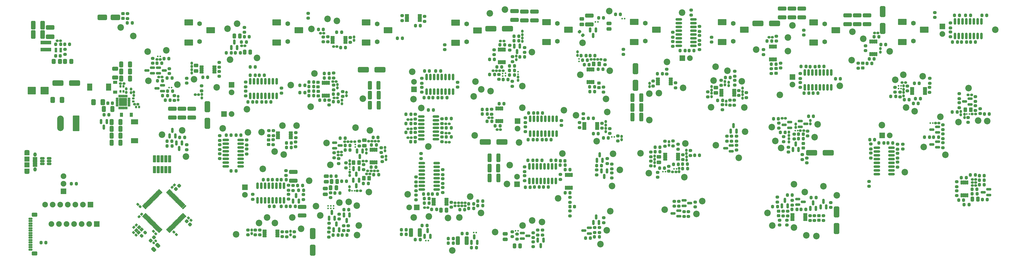
<source format=gts>
G04 #@! TF.GenerationSoftware,KiCad,Pcbnew,(6.0.10)*
G04 #@! TF.CreationDate,2024-12-22T14:36:44+01:00*
G04 #@! TF.ProjectId,3_12_2024_MainBoardMCUwInstruments,335f3132-5f32-4303-9234-5f4d61696e42,rev?*
G04 #@! TF.SameCoordinates,Original*
G04 #@! TF.FileFunction,Soldermask,Top*
G04 #@! TF.FilePolarity,Negative*
%FSLAX46Y46*%
G04 Gerber Fmt 4.6, Leading zero omitted, Abs format (unit mm)*
G04 Created by KiCad (PCBNEW (6.0.10)) date 2024-12-22 14:36:44*
%MOMM*%
%LPD*%
G01*
G04 APERTURE LIST*
G04 Aperture macros list*
%AMRoundRect*
0 Rectangle with rounded corners*
0 $1 Rounding radius*
0 $2 $3 $4 $5 $6 $7 $8 $9 X,Y pos of 4 corners*
0 Add a 4 corners polygon primitive as box body*
4,1,4,$2,$3,$4,$5,$6,$7,$8,$9,$2,$3,0*
0 Add four circle primitives for the rounded corners*
1,1,$1+$1,$2,$3*
1,1,$1+$1,$4,$5*
1,1,$1+$1,$6,$7*
1,1,$1+$1,$8,$9*
0 Add four rect primitives between the rounded corners*
20,1,$1+$1,$2,$3,$4,$5,0*
20,1,$1+$1,$4,$5,$6,$7,0*
20,1,$1+$1,$6,$7,$8,$9,0*
20,1,$1+$1,$8,$9,$2,$3,0*%
G04 Aperture macros list end*
%ADD10C,2.200000*%
%ADD11RoundRect,0.100000X-0.355600X-0.114300X0.355600X-0.114300X0.355600X0.114300X-0.355600X0.114300X0*%
%ADD12RoundRect,0.100000X-1.300000X0.900000X-1.300000X-0.900000X1.300000X-0.900000X1.300000X0.900000X0*%
%ADD13C,1.600000*%
%ADD14RoundRect,0.350000X-0.325000X-1.100000X0.325000X-1.100000X0.325000X1.100000X-0.325000X1.100000X0*%
%ADD15RoundRect,0.100000X-0.125000X0.180000X-0.125000X-0.180000X0.125000X-0.180000X0.125000X0.180000X0*%
%ADD16RoundRect,0.350000X-0.262500X-0.450000X0.262500X-0.450000X0.262500X0.450000X-0.262500X0.450000X0*%
%ADD17RoundRect,0.300000X-0.275000X0.200000X-0.275000X-0.200000X0.275000X-0.200000X0.275000X0.200000X0*%
%ADD18RoundRect,0.350000X-0.325000X-0.650000X0.325000X-0.650000X0.325000X0.650000X-0.325000X0.650000X0*%
%ADD19RoundRect,0.100000X-0.180000X-0.125000X0.180000X-0.125000X0.180000X0.125000X-0.180000X0.125000X0*%
%ADD20RoundRect,0.235000X-0.135000X-0.185000X0.135000X-0.185000X0.135000X0.185000X-0.135000X0.185000X0*%
%ADD21RoundRect,0.100000X0.125000X-0.180000X0.125000X0.180000X-0.125000X0.180000X-0.125000X-0.180000X0*%
%ADD22RoundRect,0.325000X-0.250000X0.225000X-0.250000X-0.225000X0.250000X-0.225000X0.250000X0.225000X0*%
%ADD23RoundRect,0.300000X0.275000X-0.200000X0.275000X0.200000X-0.275000X0.200000X-0.275000X-0.200000X0*%
%ADD24RoundRect,0.350000X-0.250000X-0.475000X0.250000X-0.475000X0.250000X0.475000X-0.250000X0.475000X0*%
%ADD25RoundRect,0.300000X-0.200000X-0.275000X0.200000X-0.275000X0.200000X0.275000X-0.200000X0.275000X0*%
%ADD26RoundRect,0.325000X-0.225000X-0.250000X0.225000X-0.250000X0.225000X0.250000X-0.225000X0.250000X0*%
%ADD27RoundRect,0.255000X0.212500X0.155000X-0.212500X0.155000X-0.212500X-0.155000X0.212500X-0.155000X0*%
%ADD28RoundRect,0.255000X0.155000X-0.212500X0.155000X0.212500X-0.155000X0.212500X-0.155000X-0.212500X0*%
%ADD29RoundRect,0.350000X1.100000X-0.325000X1.100000X0.325000X-1.100000X0.325000X-1.100000X-0.325000X0*%
%ADD30RoundRect,0.250000X0.587500X0.150000X-0.587500X0.150000X-0.587500X-0.150000X0.587500X-0.150000X0*%
%ADD31RoundRect,0.255000X-0.155000X0.212500X-0.155000X-0.212500X0.155000X-0.212500X0.155000X0.212500X0*%
%ADD32RoundRect,0.255000X-0.212500X-0.155000X0.212500X-0.155000X0.212500X0.155000X-0.212500X0.155000X0*%
%ADD33RoundRect,0.300000X0.200000X0.275000X-0.200000X0.275000X-0.200000X-0.275000X0.200000X-0.275000X0*%
%ADD34RoundRect,0.325000X0.250000X-0.225000X0.250000X0.225000X-0.250000X0.225000X-0.250000X-0.225000X0*%
%ADD35RoundRect,0.350000X1.100000X-0.412500X1.100000X0.412500X-1.100000X0.412500X-1.100000X-0.412500X0*%
%ADD36RoundRect,0.250000X-0.825000X-0.150000X0.825000X-0.150000X0.825000X0.150000X-0.825000X0.150000X0*%
%ADD37RoundRect,0.250000X0.825000X0.150000X-0.825000X0.150000X-0.825000X-0.150000X0.825000X-0.150000X0*%
%ADD38RoundRect,0.100000X-0.550000X-0.200000X0.550000X-0.200000X0.550000X0.200000X-0.550000X0.200000X0*%
%ADD39RoundRect,0.350000X-0.550000X1.500000X-0.550000X-1.500000X0.550000X-1.500000X0.550000X1.500000X0*%
%ADD40RoundRect,0.100000X0.180000X0.125000X-0.180000X0.125000X-0.180000X-0.125000X0.180000X-0.125000X0*%
%ADD41RoundRect,0.100000X0.850000X0.850000X-0.850000X0.850000X-0.850000X-0.850000X0.850000X-0.850000X0*%
%ADD42O,1.900000X1.900000*%
%ADD43RoundRect,0.255000X0.259862X-0.040659X-0.040659X0.259862X-0.259862X0.040659X0.040659X-0.259862X0*%
%ADD44RoundRect,0.250000X-0.150000X0.587500X-0.150000X-0.587500X0.150000X-0.587500X0.150000X0.587500X0*%
%ADD45RoundRect,0.350000X-0.475000X0.250000X-0.475000X-0.250000X0.475000X-0.250000X0.475000X0.250000X0*%
%ADD46RoundRect,0.300000X-0.335876X-0.053033X-0.053033X-0.335876X0.335876X0.053033X0.053033X0.335876X0*%
%ADD47RoundRect,0.350000X0.262500X0.450000X-0.262500X0.450000X-0.262500X-0.450000X0.262500X-0.450000X0*%
%ADD48RoundRect,0.100000X0.200000X-0.550000X0.200000X0.550000X-0.200000X0.550000X-0.200000X-0.550000X0*%
%ADD49RoundRect,0.225000X-0.425000X0.125000X-0.425000X-0.125000X0.425000X-0.125000X0.425000X0.125000X0*%
%ADD50RoundRect,0.350000X-0.600000X0.350000X-0.600000X-0.350000X0.600000X-0.350000X0.600000X0.350000X0*%
%ADD51RoundRect,0.350000X1.500000X0.550000X-1.500000X0.550000X-1.500000X-0.550000X1.500000X-0.550000X0*%
%ADD52RoundRect,0.350000X0.325000X0.650000X-0.325000X0.650000X-0.325000X-0.650000X0.325000X-0.650000X0*%
%ADD53RoundRect,0.250000X-0.587500X-0.150000X0.587500X-0.150000X0.587500X0.150000X-0.587500X0.150000X0*%
%ADD54RoundRect,0.250000X-0.150000X0.825000X-0.150000X-0.825000X0.150000X-0.825000X0.150000X0.825000X0*%
%ADD55RoundRect,0.350000X0.412500X1.100000X-0.412500X1.100000X-0.412500X-1.100000X0.412500X-1.100000X0*%
%ADD56RoundRect,0.250000X0.150000X-0.587500X0.150000X0.587500X-0.150000X0.587500X-0.150000X-0.587500X0*%
%ADD57RoundRect,0.350000X0.250000X0.475000X-0.250000X0.475000X-0.250000X-0.475000X0.250000X-0.475000X0*%
%ADD58RoundRect,0.100000X-0.850000X-0.850000X0.850000X-0.850000X0.850000X0.850000X-0.850000X0.850000X0*%
%ADD59RoundRect,0.100000X-0.200000X0.550000X-0.200000X-0.550000X0.200000X-0.550000X0.200000X0.550000X0*%
%ADD60RoundRect,0.325000X-0.017678X0.335876X-0.335876X0.017678X0.017678X-0.335876X0.335876X-0.017678X0*%
%ADD61RoundRect,0.350000X0.325000X1.100000X-0.325000X1.100000X-0.325000X-1.100000X0.325000X-1.100000X0*%
%ADD62RoundRect,0.350000X-0.337500X-0.475000X0.337500X-0.475000X0.337500X0.475000X-0.337500X0.475000X0*%
%ADD63RoundRect,0.350000X-1.100000X0.325000X-1.100000X-0.325000X1.100000X-0.325000X1.100000X0.325000X0*%
%ADD64RoundRect,0.100000X-0.600000X0.450000X-0.600000X-0.450000X0.600000X-0.450000X0.600000X0.450000X0*%
%ADD65RoundRect,0.100000X-0.850000X0.850000X-0.850000X-0.850000X0.850000X-0.850000X0.850000X0.850000X0*%
%ADD66RoundRect,0.100000X0.850000X-0.850000X0.850000X0.850000X-0.850000X0.850000X-0.850000X-0.850000X0*%
%ADD67RoundRect,0.350000X-0.412500X-0.650000X0.412500X-0.650000X0.412500X0.650000X-0.412500X0.650000X0*%
%ADD68RoundRect,0.250000X-0.512500X-0.150000X0.512500X-0.150000X0.512500X0.150000X-0.512500X0.150000X0*%
%ADD69RoundRect,0.100000X-0.750000X-1.100000X0.750000X-1.100000X0.750000X1.100000X-0.750000X1.100000X0*%
%ADD70RoundRect,0.255000X-0.259862X0.040659X0.040659X-0.259862X0.259862X-0.040659X-0.040659X0.259862X0*%
%ADD71RoundRect,0.100000X-1.100000X0.750000X-1.100000X-0.750000X1.100000X-0.750000X1.100000X0.750000X0*%
%ADD72RoundRect,0.235000X0.135000X0.185000X-0.135000X0.185000X-0.135000X-0.185000X0.135000X-0.185000X0*%
%ADD73RoundRect,0.100000X1.700000X-0.490000X1.700000X0.490000X-1.700000X0.490000X-1.700000X-0.490000X0*%
%ADD74RoundRect,0.350000X0.475000X-0.250000X0.475000X0.250000X-0.475000X0.250000X-0.475000X-0.250000X0*%
%ADD75RoundRect,0.255000X-0.040659X-0.259862X0.259862X0.040659X0.040659X0.259862X-0.259862X-0.040659X0*%
%ADD76RoundRect,0.100000X0.550000X0.200000X-0.550000X0.200000X-0.550000X-0.200000X0.550000X-0.200000X0*%
%ADD77RoundRect,0.325000X0.225000X0.250000X-0.225000X0.250000X-0.225000X-0.250000X0.225000X-0.250000X0*%
%ADD78RoundRect,0.350000X0.550000X-1.500000X0.550000X1.500000X-0.550000X1.500000X-0.550000X-1.500000X0*%
%ADD79RoundRect,0.350000X-0.650000X0.325000X-0.650000X-0.325000X0.650000X-0.325000X0.650000X0.325000X0*%
%ADD80RoundRect,0.235000X-0.185000X0.135000X-0.185000X-0.135000X0.185000X-0.135000X0.185000X0.135000X0*%
%ADD81RoundRect,0.325000X-0.335876X-0.017678X-0.017678X-0.335876X0.335876X0.017678X0.017678X0.335876X0*%
%ADD82RoundRect,0.255000X0.040659X0.259862X-0.259862X-0.040659X-0.040659X-0.259862X0.259862X0.040659X0*%
%ADD83RoundRect,0.350000X-1.500000X-0.550000X1.500000X-0.550000X1.500000X0.550000X-1.500000X0.550000X0*%
%ADD84RoundRect,0.100000X0.375000X-1.050000X0.375000X1.050000X-0.375000X1.050000X-0.375000X-1.050000X0*%
%ADD85RoundRect,0.350000X-0.450000X0.262500X-0.450000X-0.262500X0.450000X-0.262500X0.450000X0.262500X0*%
%ADD86RoundRect,0.250000X0.150000X-0.825000X0.150000X0.825000X-0.150000X0.825000X-0.150000X-0.825000X0*%
%ADD87RoundRect,0.100000X0.450000X0.600000X-0.450000X0.600000X-0.450000X-0.600000X0.450000X-0.600000X0*%
%ADD88RoundRect,0.350000X0.450000X-0.262500X0.450000X0.262500X-0.450000X0.262500X-0.450000X-0.262500X0*%
%ADD89RoundRect,0.350000X-0.159099X0.512652X-0.512652X0.159099X0.159099X-0.512652X0.512652X-0.159099X0*%
%ADD90RoundRect,0.100000X1.250000X1.150000X-1.250000X1.150000X-1.250000X-1.150000X1.250000X-1.150000X0*%
%ADD91RoundRect,0.350000X0.337500X0.475000X-0.337500X0.475000X-0.337500X-0.475000X0.337500X-0.475000X0*%
%ADD92RoundRect,0.300000X0.053033X-0.335876X0.335876X-0.053033X-0.053033X0.335876X-0.335876X0.053033X0*%
%ADD93RoundRect,0.100000X-0.675000X0.200000X-0.675000X-0.200000X0.675000X-0.200000X0.675000X0.200000X0*%
%ADD94O,1.750000X1.090000*%
%ADD95RoundRect,0.100000X-0.775000X0.750000X-0.775000X-0.750000X0.775000X-0.750000X0.775000X0.750000X0*%
%ADD96O,1.150000X1.450000*%
%ADD97RoundRect,0.100000X-0.775000X0.600000X-0.775000X-0.600000X0.775000X-0.600000X0.775000X0.600000X0*%
%ADD98RoundRect,0.247500X0.017678X-0.226274X0.226274X-0.017678X-0.017678X0.226274X-0.226274X0.017678X0*%
%ADD99RoundRect,0.100000X-1.010000X-2.510000X1.010000X-2.510000X1.010000X2.510000X-1.010000X2.510000X0*%
%ADD100O,2.220000X5.220000*%
%ADD101RoundRect,0.350000X1.250000X0.550000X-1.250000X0.550000X-1.250000X-0.550000X1.250000X-0.550000X0*%
%ADD102RoundRect,0.325000X0.017678X-0.335876X0.335876X-0.017678X-0.017678X0.335876X-0.335876X0.017678X0*%
%ADD103RoundRect,0.162500X-0.325000X-0.062500X0.325000X-0.062500X0.325000X0.062500X-0.325000X0.062500X0*%
%ADD104RoundRect,0.162500X-0.062500X-0.325000X0.062500X-0.325000X0.062500X0.325000X-0.062500X0.325000X0*%
%ADD105RoundRect,0.100000X-1.225000X-1.225000X1.225000X-1.225000X1.225000X1.225000X-1.225000X1.225000X0*%
%ADD106RoundRect,0.175000X-0.441942X-0.548008X0.548008X0.441942X0.441942X0.548008X-0.548008X-0.441942X0*%
%ADD107RoundRect,0.175000X0.441942X-0.548008X0.548008X-0.441942X-0.441942X0.548008X-0.548008X0.441942X0*%
%ADD108RoundRect,0.100000X0.035355X0.601041X-0.601041X-0.035355X-0.035355X-0.601041X0.601041X0.035355X0*%
G04 APERTURE END LIST*
D10*
X338600000Y-143100000D03*
D11*
X58389837Y-142155474D03*
X58389837Y-142655600D03*
X58389837Y-143155726D03*
X59990037Y-143155726D03*
X59990037Y-142655600D03*
X59990037Y-142155474D03*
D12*
X103000000Y-133350000D03*
X103000000Y-140100000D03*
X110400000Y-135950000D03*
D13*
X106700000Y-133800000D03*
X106700000Y-139800000D03*
X196400000Y-139900000D03*
X196400000Y-133900000D03*
D12*
X200100000Y-136050000D03*
X192700000Y-140200000D03*
X192700000Y-133450000D03*
D13*
X316750000Y-139850000D03*
X316750000Y-133850000D03*
D12*
X320450000Y-136000000D03*
X313050000Y-140150000D03*
X313050000Y-133400000D03*
D13*
X166350000Y-139850000D03*
X166350000Y-133850000D03*
D12*
X170050000Y-136000000D03*
X162650000Y-140150000D03*
X162650000Y-133400000D03*
D13*
X226950000Y-139700000D03*
X226950000Y-133700000D03*
D12*
X230650000Y-135850000D03*
X223250000Y-140000000D03*
X223250000Y-133250000D03*
D13*
X256450000Y-139650000D03*
X256450000Y-133650000D03*
D12*
X260150000Y-135800000D03*
X252750000Y-139950000D03*
X252750000Y-133200000D03*
D13*
X286000000Y-139700000D03*
X286000000Y-133700000D03*
D12*
X289700000Y-135850000D03*
X282300000Y-140000000D03*
X282300000Y-133250000D03*
D13*
X136300000Y-139800000D03*
X136300000Y-133800000D03*
D12*
X140000000Y-135950000D03*
X132600000Y-140100000D03*
X132600000Y-133350000D03*
D13*
X346500000Y-139650000D03*
X346500000Y-133650000D03*
D12*
X350200000Y-135800000D03*
X342800000Y-139950000D03*
X342800000Y-133200000D03*
D14*
X193450000Y-206775000D03*
X196400000Y-206775000D03*
D15*
X208520000Y-151365000D03*
X208520000Y-150525000D03*
D16*
X158451119Y-180511119D03*
X160276119Y-180511119D03*
D10*
X178680000Y-199010000D03*
D17*
X273200000Y-193812500D03*
X273200000Y-195462500D03*
D18*
X77150000Y-171500000D03*
X80100000Y-171500000D03*
D19*
X307682500Y-169730000D03*
X306842500Y-169730000D03*
D20*
X85322500Y-161800000D03*
X86342500Y-161800000D03*
D21*
X209490000Y-150492500D03*
X209490000Y-151332500D03*
D22*
X300415000Y-148887500D03*
X300415000Y-150437500D03*
D23*
X282356250Y-162712500D03*
X282356250Y-161062500D03*
D24*
X366349500Y-192770500D03*
X368249500Y-192770500D03*
D17*
X243644000Y-179206250D03*
X243644000Y-180856250D03*
D25*
X220065000Y-179766231D03*
X221715000Y-179766231D03*
D26*
X227895000Y-179885000D03*
X229445000Y-179885000D03*
D23*
X122935392Y-204857500D03*
X122935392Y-203207500D03*
D27*
X367482000Y-186180500D03*
X366347000Y-186180500D03*
D28*
X259577500Y-181662500D03*
X259577500Y-180527500D03*
D29*
X100775000Y-165375000D03*
X100775000Y-162425000D03*
D10*
X197600000Y-191970000D03*
D30*
X94222500Y-156460000D03*
X94222500Y-154560000D03*
X92347500Y-155510000D03*
D17*
X174790000Y-131105000D03*
X174790000Y-132755000D03*
D31*
X289136250Y-155470000D03*
X289136250Y-156605000D03*
D32*
X155456119Y-173531119D03*
X156591119Y-173531119D03*
D33*
X213985000Y-138002500D03*
X212335000Y-138002500D03*
D34*
X146520000Y-158068750D03*
X146520000Y-156518750D03*
D17*
X341229000Y-180374000D03*
X341229000Y-182024000D03*
D33*
X183925000Y-149700000D03*
X182275000Y-149700000D03*
D25*
X268985000Y-180990000D03*
X270635000Y-180990000D03*
X121712500Y-138150000D03*
X123362500Y-138150000D03*
D23*
X367400000Y-163002500D03*
X367400000Y-161352500D03*
D10*
X145300000Y-150560000D03*
D32*
X120795000Y-141275000D03*
X121930000Y-141275000D03*
D17*
X153443619Y-179186119D03*
X153443619Y-180836119D03*
D15*
X158973619Y-175261119D03*
X158973619Y-174421119D03*
D25*
X366269500Y-189460500D03*
X367919500Y-189460500D03*
D23*
X155873619Y-182296119D03*
X155873619Y-180646119D03*
D26*
X75875000Y-160550000D03*
X77425000Y-160550000D03*
D17*
X113250000Y-149867500D03*
X113250000Y-151517500D03*
D25*
X237905000Y-144500000D03*
X239555000Y-144500000D03*
D23*
X318750000Y-195625000D03*
X318750000Y-193975000D03*
X113439500Y-176137750D03*
X113439500Y-174487750D03*
D35*
X56500000Y-138162500D03*
X56500000Y-135037500D03*
D10*
X221762500Y-200525000D03*
X132025000Y-200812400D03*
X313980000Y-205275000D03*
X209300000Y-129075000D03*
X183525392Y-175136119D03*
D14*
X204100000Y-182350000D03*
X207050000Y-182350000D03*
D36*
X267715000Y-132377500D03*
X267715000Y-133647500D03*
X267715000Y-134917500D03*
X267715000Y-136187500D03*
X267715000Y-137457500D03*
X267715000Y-138727500D03*
X267715000Y-139997500D03*
X267715000Y-141267500D03*
X272665000Y-141267500D03*
X272665000Y-139997500D03*
X272665000Y-138727500D03*
X272665000Y-137457500D03*
X272665000Y-136187500D03*
X272665000Y-134917500D03*
X272665000Y-133647500D03*
X272665000Y-132377500D03*
D31*
X213110000Y-144735000D03*
X213110000Y-145870000D03*
D33*
X201819608Y-194997370D03*
X200169608Y-194997370D03*
D30*
X267685000Y-198567500D03*
X267685000Y-196667500D03*
X265810000Y-197617500D03*
D25*
X359615000Y-163520000D03*
X361265000Y-163520000D03*
X115614500Y-171312750D03*
X117264500Y-171312750D03*
D10*
X143990000Y-161760000D03*
D17*
X151700000Y-154408750D03*
X151700000Y-156058750D03*
D10*
X275620000Y-193497500D03*
D17*
X181375000Y-152175000D03*
X181375000Y-153825000D03*
D23*
X136567500Y-192800000D03*
X136567500Y-191150000D03*
D28*
X311875000Y-167482500D03*
X311875000Y-166347500D03*
D10*
X346930000Y-163230000D03*
D37*
X120454500Y-181772750D03*
X120454500Y-180502750D03*
X120454500Y-179232750D03*
X120454500Y-177962750D03*
X120454500Y-176692750D03*
X120454500Y-175422750D03*
X120454500Y-174152750D03*
X120454500Y-172882750D03*
X115504500Y-172882750D03*
X115504500Y-174152750D03*
X115504500Y-175422750D03*
X115504500Y-176692750D03*
X115504500Y-177962750D03*
X115504500Y-179232750D03*
X115504500Y-180502750D03*
X115504500Y-181772750D03*
D15*
X234190000Y-146470000D03*
X234190000Y-145630000D03*
D38*
X305915000Y-197875000D03*
X305915000Y-198525000D03*
X305915000Y-199175000D03*
X305915000Y-199825000D03*
X310215000Y-199825000D03*
X310215000Y-199175000D03*
X310215000Y-198525000D03*
X310215000Y-197875000D03*
D31*
X104050000Y-147050000D03*
X104050000Y-148185000D03*
D33*
X138832500Y-195275000D03*
X137182500Y-195275000D03*
D23*
X122489500Y-174587750D03*
X122489500Y-172937750D03*
D28*
X152960000Y-155411250D03*
X152960000Y-154276250D03*
D33*
X94215000Y-153015000D03*
X92565000Y-153015000D03*
D10*
X273610000Y-197797500D03*
D33*
X201819608Y-193472370D03*
X200169608Y-193472370D03*
D39*
X253135000Y-148965000D03*
X253135000Y-154565000D03*
D25*
X298770000Y-147407500D03*
X300420000Y-147407500D03*
D32*
X194777108Y-195062370D03*
X195912108Y-195062370D03*
D25*
X268155000Y-142802500D03*
X269805000Y-142802500D03*
D23*
X242463750Y-200727500D03*
X242463750Y-199077500D03*
D17*
X220337500Y-203225000D03*
X220337500Y-204875000D03*
D27*
X166541119Y-183281119D03*
X165406119Y-183281119D03*
D23*
X129925000Y-171430000D03*
X129925000Y-169780000D03*
D40*
X96457500Y-155260000D03*
X97297500Y-155260000D03*
D41*
X213350000Y-187800000D03*
D42*
X213350000Y-185260000D03*
D10*
X302077500Y-175650000D03*
D25*
X189600000Y-171913489D03*
X191250000Y-171913489D03*
D43*
X91951283Y-204476283D03*
X91148717Y-203673717D03*
D44*
X160283619Y-182533619D03*
X158383619Y-182533619D03*
X159333619Y-184408619D03*
D25*
X364072500Y-130972500D03*
X365722500Y-130972500D03*
D10*
X263765000Y-146655000D03*
D23*
X98231250Y-159610000D03*
X98231250Y-157960000D03*
D17*
X157321250Y-138400000D03*
X157321250Y-140050000D03*
D38*
X346100000Y-155435000D03*
X346100000Y-156085000D03*
X346100000Y-156735000D03*
X346100000Y-157385000D03*
X350400000Y-157385000D03*
X350400000Y-156735000D03*
X350400000Y-156085000D03*
X350400000Y-155435000D03*
D40*
X182730000Y-206775000D03*
X183570000Y-206775000D03*
D25*
X280766250Y-159617500D03*
X282416250Y-159617500D03*
D10*
X218360000Y-143347500D03*
D32*
X298002500Y-138370000D03*
X299137500Y-138370000D03*
D25*
X190275000Y-207650000D03*
X191925000Y-207650000D03*
D43*
X85316271Y-204874216D03*
X84513705Y-204071650D03*
D45*
X149233619Y-185088619D03*
X149233619Y-186988619D03*
D10*
X343623500Y-183696000D03*
D46*
X234316637Y-136516637D03*
X235483363Y-137683363D03*
D17*
X134200000Y-155475000D03*
X134200000Y-157125000D03*
D23*
X150175000Y-161138750D03*
X150175000Y-159488750D03*
D10*
X305925000Y-134375000D03*
D23*
X298805000Y-150550000D03*
X298805000Y-148900000D03*
D33*
X142052500Y-154485000D03*
X140402500Y-154485000D03*
D25*
X240775000Y-131850000D03*
X242425000Y-131850000D03*
D31*
X104050000Y-149275000D03*
X104050000Y-150410000D03*
D47*
X163676119Y-185781119D03*
X161851119Y-185781119D03*
D33*
X362022500Y-130972500D03*
X360372500Y-130972500D03*
D28*
X158571250Y-139392500D03*
X158571250Y-138257500D03*
D23*
X316350000Y-200000000D03*
X316350000Y-198350000D03*
D48*
X207305000Y-146772500D03*
X207955000Y-146772500D03*
X208605000Y-146772500D03*
X209255000Y-146772500D03*
X209255000Y-142472500D03*
X208605000Y-142472500D03*
X207955000Y-142472500D03*
X207305000Y-142472500D03*
D33*
X363392000Y-193098000D03*
X361742000Y-193098000D03*
D23*
X352000000Y-156860000D03*
X352000000Y-155210000D03*
D25*
X174475000Y-203150000D03*
X176125000Y-203150000D03*
D32*
X58832500Y-139500000D03*
X59967500Y-139500000D03*
D10*
X241363750Y-207977500D03*
D23*
X138985000Y-172135000D03*
X138985000Y-170485000D03*
D17*
X240134000Y-182976250D03*
X240134000Y-184626250D03*
D23*
X188125000Y-167413489D03*
X188125000Y-165763489D03*
D33*
X220845000Y-188766231D03*
X219195000Y-188766231D03*
D21*
X157143619Y-181971119D03*
X157143619Y-182811119D03*
D23*
X356419500Y-175504750D03*
X356419500Y-173854750D03*
D25*
X350294500Y-171929750D03*
X351944500Y-171929750D03*
D33*
X218685000Y-179776231D03*
X217035000Y-179776231D03*
D23*
X342025000Y-158435000D03*
X342025000Y-156785000D03*
D33*
X300900000Y-195325000D03*
X299250000Y-195325000D03*
D10*
X349680000Y-151490000D03*
D32*
X153226119Y-176991119D03*
X154361119Y-176991119D03*
D33*
X153295000Y-159993750D03*
X151645000Y-159993750D03*
D23*
X138485392Y-205457500D03*
X138485392Y-203807500D03*
X107400000Y-156367500D03*
X107400000Y-154717500D03*
D25*
X155598619Y-176301119D03*
X157248619Y-176301119D03*
D23*
X179125000Y-172038489D03*
X179125000Y-170388489D03*
D33*
X183819608Y-192622370D03*
X182169608Y-192622370D03*
D10*
X243677500Y-163542500D03*
X163893750Y-169718619D03*
D33*
X63000000Y-140700000D03*
X61350000Y-140700000D03*
D32*
X308562500Y-169730000D03*
X309697500Y-169730000D03*
D27*
X94107500Y-151765000D03*
X92972500Y-151765000D03*
D10*
X316280000Y-188475000D03*
D17*
X271577500Y-176465000D03*
X271577500Y-178115000D03*
D10*
X99222500Y-154260000D03*
D33*
X65255000Y-187590000D03*
X63605000Y-187590000D03*
X101670625Y-172087500D03*
X100020625Y-172087500D03*
D49*
X49862500Y-199387500D03*
X49862500Y-200187500D03*
X49862500Y-200987500D03*
X49862500Y-201787500D03*
X49862500Y-202587500D03*
X49862500Y-203387500D03*
X49862500Y-204187500D03*
X49862500Y-204987500D03*
X49862500Y-205787500D03*
X49862500Y-206587500D03*
X49862500Y-207387500D03*
X49862500Y-208187500D03*
X49862500Y-208987500D03*
X49862500Y-209787500D03*
D50*
X51262500Y-211087500D03*
X51262500Y-198087500D03*
D10*
X119337500Y-133812500D03*
D36*
X181399608Y-180682370D03*
X181399608Y-181952370D03*
X181399608Y-183222370D03*
X181399608Y-184492370D03*
X181399608Y-185762370D03*
X181399608Y-187032370D03*
X181399608Y-188302370D03*
X181399608Y-189572370D03*
X186349608Y-189572370D03*
X186349608Y-188302370D03*
X186349608Y-187032370D03*
X186349608Y-185762370D03*
X186349608Y-184492370D03*
X186349608Y-183222370D03*
X186349608Y-181952370D03*
X186349608Y-180682370D03*
D25*
X235345000Y-146040000D03*
X236995000Y-146040000D03*
D51*
X64725000Y-153775000D03*
X59125000Y-153775000D03*
D30*
X285366250Y-176667500D03*
X285366250Y-174767500D03*
X283491250Y-175717500D03*
D25*
X207565000Y-140872500D03*
X209215000Y-140872500D03*
D52*
X83275000Y-147500000D03*
X80325000Y-147500000D03*
D18*
X77150000Y-166900000D03*
X80100000Y-166900000D03*
D33*
X186750000Y-158700000D03*
X185100000Y-158700000D03*
D32*
X240442500Y-145840000D03*
X241577500Y-145840000D03*
D10*
X218462500Y-200000000D03*
D53*
X269500000Y-193187500D03*
X269500000Y-195087500D03*
X271375000Y-194137500D03*
D32*
X105207500Y-157625000D03*
X106342500Y-157625000D03*
X159626119Y-190021119D03*
X160761119Y-190021119D03*
D24*
X121837500Y-143325000D03*
X123737500Y-143325000D03*
D54*
X191820000Y-151725000D03*
X190550000Y-151725000D03*
X189280000Y-151725000D03*
X188010000Y-151725000D03*
X186740000Y-151725000D03*
X185470000Y-151725000D03*
X184200000Y-151725000D03*
X182930000Y-151725000D03*
X182930000Y-156675000D03*
X184200000Y-156675000D03*
X185470000Y-156675000D03*
X186740000Y-156675000D03*
X188010000Y-156675000D03*
X189280000Y-156675000D03*
X190550000Y-156675000D03*
X191820000Y-156675000D03*
D10*
X190150000Y-199110000D03*
X288842500Y-153212500D03*
D54*
X369377500Y-133002500D03*
X368107500Y-133002500D03*
X366837500Y-133002500D03*
X365567500Y-133002500D03*
X364297500Y-133002500D03*
X363027500Y-133002500D03*
X361757500Y-133002500D03*
X360487500Y-133002500D03*
X360487500Y-137952500D03*
X361757500Y-137952500D03*
X363027500Y-137952500D03*
X364297500Y-137952500D03*
X365567500Y-137952500D03*
X366837500Y-137952500D03*
X368107500Y-137952500D03*
X369377500Y-137952500D03*
D17*
X205670000Y-142557500D03*
X205670000Y-144207500D03*
D33*
X180875000Y-134470000D03*
X179225000Y-134470000D03*
D32*
X206662500Y-169440000D03*
X207797500Y-169440000D03*
D17*
X301625000Y-199875000D03*
X301625000Y-201525000D03*
D10*
X280081250Y-148265000D03*
D55*
X53962500Y-134250000D03*
X50837500Y-134250000D03*
D25*
X210835000Y-149502500D03*
X212485000Y-149502500D03*
D10*
X340480000Y-152660000D03*
D23*
X242400000Y-156795000D03*
X242400000Y-155145000D03*
D10*
X95522500Y-142760000D03*
D38*
X151385000Y-138235000D03*
X151385000Y-138885000D03*
X151385000Y-139535000D03*
X151385000Y-140185000D03*
X155685000Y-140185000D03*
X155685000Y-139535000D03*
X155685000Y-138885000D03*
X155685000Y-138235000D03*
D25*
X128092500Y-186300000D03*
X129742500Y-186300000D03*
D21*
X149830000Y-195112500D03*
X149830000Y-195952500D03*
D23*
X361097000Y-191643000D03*
X361097000Y-189993000D03*
D33*
X272825000Y-142802500D03*
X271175000Y-142802500D03*
D27*
X190567500Y-167513489D03*
X189432500Y-167513489D03*
D23*
X305825000Y-194850000D03*
X305825000Y-193200000D03*
D10*
X297500000Y-197465000D03*
D56*
X239013750Y-200650000D03*
X240913750Y-200650000D03*
X239963750Y-198775000D03*
D33*
X217795000Y-188776231D03*
X216145000Y-188776231D03*
D25*
X311832500Y-148222500D03*
X313482500Y-148222500D03*
D10*
X304375000Y-138450000D03*
D39*
X320700400Y-197098000D03*
X320700400Y-202698000D03*
D17*
X301955000Y-147057500D03*
X301955000Y-148707500D03*
D25*
X366274500Y-190980500D03*
X367924500Y-190980500D03*
D28*
X259577500Y-179432500D03*
X259577500Y-178297500D03*
D25*
X181924608Y-191102370D03*
X183574608Y-191102370D03*
D48*
X229795000Y-188960000D03*
X230445000Y-188960000D03*
X231095000Y-188960000D03*
X231745000Y-188960000D03*
X231745000Y-184660000D03*
X231095000Y-184660000D03*
X230445000Y-184660000D03*
X229795000Y-184660000D03*
D28*
X284446250Y-154645000D03*
X284446250Y-153510000D03*
D10*
X269950000Y-174100000D03*
D33*
X313850000Y-192275000D03*
X312200000Y-192275000D03*
X310425000Y-196275000D03*
X308775000Y-196275000D03*
D10*
X233177500Y-164642500D03*
D57*
X214412500Y-208550000D03*
X212512500Y-208550000D03*
D10*
X365120000Y-155480000D03*
D38*
X128555392Y-203347500D03*
X128555392Y-203997500D03*
X128555392Y-204647500D03*
X128555392Y-205297500D03*
X132855392Y-205297500D03*
X132855392Y-204647500D03*
X132855392Y-203997500D03*
X132855392Y-203347500D03*
D10*
X320830000Y-191525000D03*
D23*
X143150000Y-131925000D03*
X143150000Y-130275000D03*
D33*
X165978619Y-182031119D03*
X164328619Y-182031119D03*
D28*
X363700000Y-165370000D03*
X363700000Y-164235000D03*
D10*
X260995000Y-157135000D03*
X94050000Y-171100000D03*
X243280000Y-159060000D03*
D25*
X155177892Y-196362630D03*
X156827892Y-196362630D03*
D10*
X139245000Y-168070000D03*
X178150000Y-149950000D03*
D58*
X117450000Y-154365000D03*
D42*
X117450000Y-156905000D03*
D33*
X307400000Y-196275000D03*
X305750000Y-196275000D03*
D59*
X334055000Y-139755000D03*
X333405000Y-139755000D03*
X332755000Y-139755000D03*
X332105000Y-139755000D03*
X332105000Y-144055000D03*
X332755000Y-144055000D03*
X333405000Y-144055000D03*
X334055000Y-144055000D03*
D10*
X243463750Y-203277500D03*
D17*
X267707500Y-193542500D03*
X267707500Y-195192500D03*
D28*
X343275000Y-158052500D03*
X343275000Y-156917500D03*
D44*
X160263619Y-186453619D03*
X158363619Y-186453619D03*
X159313619Y-188328619D03*
D23*
X304075000Y-201525000D03*
X304075000Y-199875000D03*
D28*
X335450000Y-143317500D03*
X335450000Y-142182500D03*
D23*
X361925000Y-162027500D03*
X361925000Y-160377500D03*
D25*
X369535000Y-130970000D03*
X371185000Y-130970000D03*
D10*
X321818000Y-154686000D03*
D23*
X215860000Y-143467500D03*
X215860000Y-141817500D03*
D25*
X139972500Y-189865000D03*
X141622500Y-189865000D03*
X139632500Y-188235000D03*
X141282500Y-188235000D03*
D60*
X91373008Y-205651992D03*
X90276992Y-206748008D03*
D23*
X269037500Y-179535000D03*
X269037500Y-177885000D03*
D25*
X331715000Y-145640000D03*
X333365000Y-145640000D03*
D23*
X341229000Y-175994000D03*
X341229000Y-174344000D03*
D10*
X80160000Y-135050000D03*
D53*
X307677500Y-192800000D03*
X307677500Y-194700000D03*
X309552500Y-193750000D03*
D25*
X265935000Y-181130000D03*
X267585000Y-181130000D03*
D10*
X198810000Y-158285000D03*
D23*
X154780000Y-158288750D03*
X154780000Y-156638750D03*
D17*
X141557500Y-191300000D03*
X141557500Y-192950000D03*
D25*
X259752500Y-175350000D03*
X261402500Y-175350000D03*
D23*
X302775000Y-198475000D03*
X302775000Y-196825000D03*
D10*
X293750000Y-142500000D03*
X299100000Y-201695000D03*
D61*
X166850000Y-161225000D03*
X163900000Y-161225000D03*
D23*
X134455392Y-205437500D03*
X134455392Y-203787500D03*
D33*
X124550000Y-160150000D03*
X122900000Y-160150000D03*
D23*
X231140000Y-193880000D03*
X231140000Y-192230000D03*
X290416250Y-158662500D03*
X290416250Y-157012500D03*
X264340000Y-183425000D03*
X264340000Y-181775000D03*
D29*
X97525000Y-165375000D03*
X97525000Y-162425000D03*
D25*
X234875000Y-144500000D03*
X236525000Y-144500000D03*
D10*
X210900000Y-181400000D03*
X304380000Y-142972500D03*
D30*
X354632000Y-175354750D03*
X354632000Y-173454750D03*
X352757000Y-174404750D03*
D10*
X355600000Y-165100000D03*
D23*
X353780000Y-131705000D03*
X353780000Y-130055000D03*
D62*
X61500000Y-146450000D03*
X63575000Y-146450000D03*
D25*
X207345000Y-160690000D03*
X208995000Y-160690000D03*
D24*
X150723619Y-188968619D03*
X152623619Y-188968619D03*
D10*
X214000000Y-173775000D03*
D17*
X331675000Y-186850000D03*
X331675000Y-188500000D03*
D32*
X364932500Y-157752500D03*
X366067500Y-157752500D03*
D10*
X137800000Y-198975000D03*
D28*
X99481250Y-159402500D03*
X99481250Y-158267500D03*
X283186250Y-154375000D03*
X283186250Y-153240000D03*
D63*
X305750000Y-128700000D03*
X305750000Y-131650000D03*
D40*
X262380000Y-183600000D03*
X263220000Y-183600000D03*
D33*
X339636500Y-173954000D03*
X337986500Y-173954000D03*
D23*
X364947200Y-166991800D03*
X364947200Y-165341800D03*
D25*
X208700000Y-152552500D03*
X210350000Y-152552500D03*
D23*
X121787500Y-136687500D03*
X121787500Y-135037500D03*
D54*
X132620000Y-153150000D03*
X131350000Y-153150000D03*
X130080000Y-153150000D03*
X128810000Y-153150000D03*
X127540000Y-153150000D03*
X126270000Y-153150000D03*
X125000000Y-153150000D03*
X123730000Y-153150000D03*
X123730000Y-158100000D03*
X125000000Y-158100000D03*
X126270000Y-158100000D03*
X127540000Y-158100000D03*
X128810000Y-158100000D03*
X130080000Y-158100000D03*
X131350000Y-158100000D03*
X132620000Y-158100000D03*
D22*
X129915000Y-172880000D03*
X129915000Y-174430000D03*
D33*
X157258619Y-174781119D03*
X155608619Y-174781119D03*
D10*
X134525000Y-168050000D03*
D33*
X145062500Y-153415000D03*
X143412500Y-153415000D03*
D23*
X160318750Y-174936119D03*
X160318750Y-173286119D03*
D31*
X264412500Y-173512500D03*
X264412500Y-174647500D03*
D23*
X249090000Y-144075000D03*
X249090000Y-142425000D03*
D33*
X333526500Y-172774000D03*
X331876500Y-172774000D03*
D64*
X78300000Y-153500000D03*
X78300000Y-156800000D03*
D23*
X150190000Y-202545000D03*
X150190000Y-200895000D03*
D65*
X72170000Y-201200000D03*
D42*
X69630000Y-201200000D03*
X67090000Y-201200000D03*
X64550000Y-201200000D03*
X62010000Y-201200000D03*
X59470000Y-201200000D03*
X56930000Y-201200000D03*
D41*
X178750000Y-155900000D03*
D42*
X178750000Y-153360000D03*
D23*
X278750000Y-139995000D03*
X278750000Y-138345000D03*
D33*
X310462500Y-148202500D03*
X308812500Y-148202500D03*
D17*
X191234608Y-193867370D03*
X191234608Y-195517370D03*
D48*
X148125000Y-157973750D03*
X148775000Y-157973750D03*
X149425000Y-157973750D03*
X150075000Y-157973750D03*
X150075000Y-153673750D03*
X149425000Y-153673750D03*
X148775000Y-153673750D03*
X148125000Y-153673750D03*
D25*
X58375000Y-140700000D03*
X60025000Y-140700000D03*
D66*
X268900000Y-145397500D03*
D42*
X271440000Y-145397500D03*
D67*
X71037500Y-160200000D03*
X74162500Y-160200000D03*
D44*
X239850000Y-135912500D03*
X237950000Y-135912500D03*
X238900000Y-137787500D03*
D33*
X84065000Y-133520000D03*
X82415000Y-133520000D03*
D25*
X120762500Y-140000000D03*
X122412500Y-140000000D03*
D51*
X167325000Y-149275000D03*
X161725000Y-149275000D03*
D63*
X309025000Y-128700000D03*
X309025000Y-131650000D03*
D25*
X338925000Y-158285000D03*
X340575000Y-158285000D03*
X201697500Y-164185000D03*
X203347500Y-164185000D03*
X153948619Y-172281119D03*
X155598619Y-172281119D03*
D48*
X164128619Y-180471119D03*
X164778619Y-180471119D03*
X165428619Y-180471119D03*
X166078619Y-180471119D03*
X166078619Y-176171119D03*
X165428619Y-176171119D03*
X164778619Y-176171119D03*
X164128619Y-176171119D03*
D25*
X134142500Y-186275000D03*
X135792500Y-186275000D03*
D27*
X190592500Y-170638489D03*
X189457500Y-170638489D03*
D30*
X304995000Y-168807500D03*
X304995000Y-166907500D03*
X303120000Y-167857500D03*
D33*
X238008750Y-205922500D03*
X236358750Y-205922500D03*
D54*
X226365000Y-181791231D03*
X225095000Y-181791231D03*
X223825000Y-181791231D03*
X222555000Y-181791231D03*
X221285000Y-181791231D03*
X220015000Y-181791231D03*
X218745000Y-181791231D03*
X217475000Y-181791231D03*
X217475000Y-186741231D03*
X218745000Y-186741231D03*
X220015000Y-186741231D03*
X221285000Y-186741231D03*
X222555000Y-186741231D03*
X223825000Y-186741231D03*
X225095000Y-186741231D03*
X226365000Y-186741231D03*
D31*
X157113619Y-183731119D03*
X157113619Y-184866119D03*
D25*
X118712500Y-143600000D03*
X120362500Y-143600000D03*
D32*
X176682500Y-169138489D03*
X177817500Y-169138489D03*
D17*
X258297500Y-176955000D03*
X258297500Y-178605000D03*
X301315000Y-167240000D03*
X301315000Y-168890000D03*
D23*
X188150000Y-170463489D03*
X188150000Y-168813489D03*
D68*
X53847500Y-179050000D03*
X53847500Y-180000000D03*
X53847500Y-180950000D03*
X56122500Y-180950000D03*
X56122500Y-180000000D03*
X56122500Y-179050000D03*
D17*
X218787500Y-204125000D03*
X218787500Y-205775000D03*
D69*
X69750000Y-155150000D03*
X76150000Y-155150000D03*
D70*
X102969192Y-199121903D03*
X103771758Y-199924469D03*
D10*
X125987500Y-145312500D03*
D23*
X344525000Y-156410000D03*
X344525000Y-154760000D03*
D25*
X353319500Y-171929750D03*
X354969500Y-171929750D03*
D71*
X84875000Y-166775000D03*
X84875000Y-173175000D03*
D33*
X180825000Y-206400000D03*
X179175000Y-206400000D03*
D63*
X324432299Y-131012299D03*
X324432299Y-133962299D03*
D17*
X361087000Y-186963000D03*
X361087000Y-188613000D03*
D25*
X347225000Y-159010000D03*
X348875000Y-159010000D03*
D51*
X210160000Y-135512500D03*
X204560000Y-135512500D03*
D33*
X166843619Y-184551119D03*
X165193619Y-184551119D03*
X221813000Y-172777000D03*
X220163000Y-172777000D03*
D10*
X289692500Y-161962500D03*
D25*
X173185000Y-138680000D03*
X174835000Y-138680000D03*
D65*
X70050000Y-194665104D03*
D42*
X67510000Y-194665104D03*
X64970000Y-194665104D03*
X62430000Y-194665104D03*
X59890000Y-194665104D03*
X57350000Y-194665104D03*
X54810000Y-194665104D03*
D33*
X95922600Y-158038800D03*
X94272600Y-158038800D03*
D31*
X156047500Y-156865000D03*
X156047500Y-158000000D03*
D22*
X329500000Y-147115000D03*
X329500000Y-148665000D03*
D70*
X98073717Y-203898717D03*
X98876283Y-204701283D03*
D10*
X229100000Y-162950000D03*
D33*
X127575000Y-160150000D03*
X125925000Y-160150000D03*
D25*
X174475000Y-204675000D03*
X176125000Y-204675000D03*
D44*
X75500000Y-166712500D03*
X73600000Y-166712500D03*
X74550000Y-168587500D03*
D23*
X245174000Y-185666250D03*
X245174000Y-184016250D03*
X287116250Y-176322500D03*
X287116250Y-174672500D03*
D25*
X53387500Y-207462500D03*
X55037500Y-207462500D03*
D22*
X314825000Y-198400000D03*
X314825000Y-199950000D03*
D72*
X81110000Y-156600000D03*
X80090000Y-156600000D03*
D10*
X150618750Y-181243619D03*
D26*
X307957500Y-170977500D03*
X309507500Y-170977500D03*
D27*
X164621119Y-173331119D03*
X163486119Y-173331119D03*
D56*
X198050000Y-207387500D03*
X199950000Y-207387500D03*
X199000000Y-205512500D03*
D10*
X89460000Y-152985000D03*
X131945000Y-176770000D03*
X100850000Y-169700000D03*
D33*
X345112500Y-159372500D03*
X343462500Y-159372500D03*
D10*
X313377500Y-172000000D03*
D23*
X167703619Y-177156119D03*
X167703619Y-175506119D03*
D73*
X55025000Y-142535000D03*
X55025000Y-140165000D03*
D33*
X185225000Y-162863489D03*
X183575000Y-162863489D03*
D10*
X144300000Y-135550000D03*
D74*
X148923619Y-191158619D03*
X148923619Y-189258619D03*
D59*
X208395000Y-162280000D03*
X207745000Y-162280000D03*
X207095000Y-162280000D03*
X206445000Y-162280000D03*
X206445000Y-166580000D03*
X207095000Y-166580000D03*
X207745000Y-166580000D03*
X208395000Y-166580000D03*
D31*
X84600000Y-156782500D03*
X84600000Y-157917500D03*
D10*
X143480000Y-186590000D03*
D17*
X304300000Y-196825000D03*
X304300000Y-198475000D03*
D10*
X209950000Y-187700000D03*
D40*
X245190000Y-171905000D03*
X246030000Y-171905000D03*
D10*
X301650000Y-157775000D03*
D27*
X153007500Y-158763750D03*
X151872500Y-158763750D03*
D10*
X368280000Y-166360000D03*
D30*
X354632000Y-170379750D03*
X354632000Y-168479750D03*
X352757000Y-169429750D03*
D56*
X182325000Y-205287500D03*
X184225000Y-205287500D03*
X183275000Y-203412500D03*
D25*
X181475000Y-201650000D03*
X183125000Y-201650000D03*
D17*
X285406250Y-171655000D03*
X285406250Y-173305000D03*
D61*
X166850000Y-157825000D03*
X163900000Y-157825000D03*
D33*
X212485000Y-151032500D03*
X210835000Y-151032500D03*
D25*
X283381250Y-151927500D03*
X285031250Y-151927500D03*
D61*
X166825000Y-154500000D03*
X163875000Y-154500000D03*
D57*
X152943619Y-186858619D03*
X151043619Y-186858619D03*
D25*
X161738619Y-187541119D03*
X163388619Y-187541119D03*
D17*
X102400000Y-152117500D03*
X102400000Y-153767500D03*
D10*
X257845000Y-157345000D03*
D17*
X193350000Y-153475000D03*
X193350000Y-155125000D03*
D40*
X212892500Y-203425000D03*
X213732500Y-203425000D03*
D59*
X300315000Y-141502500D03*
X299665000Y-141502500D03*
X299015000Y-141502500D03*
X298365000Y-141502500D03*
X298365000Y-145802500D03*
X299015000Y-145802500D03*
X299665000Y-145802500D03*
X300315000Y-145802500D03*
D67*
X57337500Y-159475000D03*
X60462500Y-159475000D03*
D23*
X260600000Y-185445000D03*
X260600000Y-183795000D03*
X138127500Y-189900000D03*
X138127500Y-188250000D03*
D29*
X104025000Y-165375000D03*
X104025000Y-162425000D03*
D58*
X305875000Y-151775000D03*
D42*
X305875000Y-154315000D03*
D25*
X184669608Y-196302370D03*
X186319608Y-196302370D03*
D33*
X231165000Y-190715000D03*
X229515000Y-190715000D03*
D40*
X364527200Y-164185600D03*
X365367200Y-164185600D03*
X266122500Y-182670000D03*
X266962500Y-182670000D03*
D33*
X311432500Y-157192500D03*
X309782500Y-157192500D03*
D25*
X148575000Y-150563750D03*
X150225000Y-150563750D03*
D75*
X97418403Y-188858247D03*
X98220969Y-188055681D03*
D23*
X258310000Y-181652500D03*
X258310000Y-180002500D03*
D10*
X357332000Y-177907250D03*
D37*
X339214000Y-184404000D03*
X339214000Y-183134000D03*
X339214000Y-181864000D03*
X339214000Y-180594000D03*
X339214000Y-179324000D03*
X339214000Y-178054000D03*
X339214000Y-176784000D03*
X339214000Y-175514000D03*
X334264000Y-175514000D03*
X334264000Y-176784000D03*
X334264000Y-178054000D03*
X334264000Y-179324000D03*
X334264000Y-180594000D03*
X334264000Y-181864000D03*
X334264000Y-183134000D03*
X334264000Y-184404000D03*
D25*
X368699500Y-187940500D03*
X370349500Y-187940500D03*
D10*
X278512500Y-161882500D03*
D32*
X151727500Y-141530000D03*
X152862500Y-141530000D03*
D10*
X310030000Y-190425000D03*
D53*
X308492500Y-166555000D03*
X308492500Y-168455000D03*
X310367500Y-167505000D03*
D28*
X243190000Y-170122500D03*
X243190000Y-168987500D03*
D33*
X231145000Y-182925000D03*
X229495000Y-182925000D03*
D27*
X367472000Y-187180500D03*
X366337000Y-187180500D03*
D33*
X223885000Y-188766231D03*
X222235000Y-188766231D03*
D10*
X116037500Y-135512500D03*
D29*
X219175000Y-132675000D03*
X219175000Y-129725000D03*
D23*
X308487500Y-155237500D03*
X308487500Y-153587500D03*
D76*
X189644608Y-194657370D03*
X189644608Y-194007370D03*
X189644608Y-193357370D03*
X189644608Y-192707370D03*
X185344608Y-192707370D03*
X185344608Y-193357370D03*
X185344608Y-194007370D03*
X185344608Y-194657370D03*
D33*
X207655000Y-168170000D03*
X206005000Y-168170000D03*
D44*
X100795625Y-173875000D03*
X98895625Y-173875000D03*
X99845625Y-175750000D03*
D34*
X240860000Y-155305000D03*
X240860000Y-153755000D03*
D33*
X120604500Y-171327750D03*
X118954500Y-171327750D03*
D10*
X329700000Y-138890000D03*
D44*
X243624000Y-183293750D03*
X241724000Y-183293750D03*
X242674000Y-185168750D03*
D23*
X269457500Y-198672500D03*
X269457500Y-197022500D03*
D20*
X80090000Y-154900000D03*
X81110000Y-154900000D03*
D26*
X231125000Y-195335000D03*
X232675000Y-195335000D03*
D10*
X137290000Y-154450000D03*
D25*
X152750000Y-136630000D03*
X154400000Y-136630000D03*
D77*
X59875000Y-144650000D03*
X58325000Y-144650000D03*
D33*
X312945000Y-164975000D03*
X311295000Y-164975000D03*
D23*
X153620000Y-199525000D03*
X153620000Y-197875000D03*
D28*
X278731250Y-156100000D03*
X278731250Y-154965000D03*
D27*
X152607500Y-153243750D03*
X151472500Y-153243750D03*
D40*
X239690000Y-133170000D03*
X240530000Y-133170000D03*
D10*
X326080000Y-136505000D03*
D23*
X161833619Y-182886119D03*
X161833619Y-181236119D03*
D33*
X153838619Y-190748619D03*
X152188619Y-190748619D03*
X148740000Y-159543750D03*
X147090000Y-159543750D03*
D38*
X235980000Y-167250000D03*
X235980000Y-167900000D03*
X235980000Y-168550000D03*
X235980000Y-169200000D03*
X240280000Y-169200000D03*
X240280000Y-168550000D03*
X240280000Y-167900000D03*
X240280000Y-167250000D03*
D29*
X237700000Y-134025000D03*
X237700000Y-131075000D03*
D78*
X109300000Y-167300000D03*
X109300000Y-161700000D03*
D17*
X113250000Y-146817500D03*
X113250000Y-148467500D03*
D23*
X179125000Y-165913489D03*
X179125000Y-164263489D03*
D79*
X78300000Y-148925000D03*
X78300000Y-151875000D03*
D23*
X231140000Y-198440000D03*
X231140000Y-196790000D03*
D10*
X240077500Y-173342500D03*
X361710000Y-166920000D03*
D23*
X281936250Y-154502500D03*
X281936250Y-152852500D03*
D56*
X151700000Y-203087500D03*
X153600000Y-203087500D03*
X152650000Y-201212500D03*
D59*
X239055000Y-149152500D03*
X238405000Y-149152500D03*
X237755000Y-149152500D03*
X237105000Y-149152500D03*
X237105000Y-153452500D03*
X237755000Y-153452500D03*
X238405000Y-153452500D03*
X239055000Y-153452500D03*
D14*
X177700000Y-204025000D03*
X180650000Y-204025000D03*
D10*
X245284000Y-188363750D03*
X335995231Y-167919000D03*
D22*
X309532500Y-174062500D03*
X309532500Y-175612500D03*
D33*
X196575000Y-204375000D03*
X194925000Y-204375000D03*
D10*
X127545000Y-170270000D03*
D33*
X166665989Y-172064011D03*
X165015989Y-172064011D03*
D10*
X284092500Y-149612500D03*
D17*
X113429500Y-177552750D03*
X113429500Y-179202750D03*
X358947500Y-133547500D03*
X358947500Y-135197500D03*
D23*
X302977500Y-173475000D03*
X302977500Y-171825000D03*
D10*
X112400000Y-155200000D03*
D27*
X367417500Y-164202500D03*
X366282500Y-164202500D03*
D25*
X269005000Y-182510000D03*
X270655000Y-182510000D03*
D23*
X330480000Y-142880000D03*
X330480000Y-141230000D03*
X215940000Y-186611231D03*
X215940000Y-184961231D03*
D33*
X94010000Y-147040000D03*
X92360000Y-147040000D03*
D17*
X286496250Y-152802500D03*
X286496250Y-154452500D03*
D25*
X210835000Y-147982500D03*
X212485000Y-147982500D03*
D23*
X188150000Y-173513489D03*
X188150000Y-171863489D03*
D33*
X183819608Y-194152370D03*
X182169608Y-194152370D03*
D32*
X192547108Y-194082370D03*
X193682108Y-194082370D03*
D23*
X340400000Y-156835000D03*
X340400000Y-155185000D03*
X244500000Y-170720000D03*
X244500000Y-169070000D03*
D17*
X210880000Y-141027500D03*
X210880000Y-142677500D03*
D23*
X265675000Y-138352500D03*
X265675000Y-136702500D03*
D10*
X114500000Y-168972750D03*
D33*
X177700000Y-170388489D03*
X176050000Y-170388489D03*
X97391875Y-173362500D03*
X95741875Y-173362500D03*
D14*
X252140000Y-165225000D03*
X255090000Y-165225000D03*
D10*
X257612500Y-184100000D03*
X244348000Y-129540000D03*
D33*
X215925000Y-144942500D03*
X214275000Y-144942500D03*
D32*
X84832500Y-160850000D03*
X85967500Y-160850000D03*
D33*
X177675000Y-164288489D03*
X176025000Y-164288489D03*
X183750000Y-158700000D03*
X182100000Y-158700000D03*
D10*
X161525000Y-159000000D03*
D80*
X84450000Y-158890000D03*
X84450000Y-159910000D03*
D33*
X218738000Y-172777000D03*
X217088000Y-172777000D03*
D23*
X90910000Y-147090000D03*
X90910000Y-145440000D03*
D32*
X207532500Y-149612500D03*
X208667500Y-149612500D03*
D18*
X77150000Y-173800000D03*
X80100000Y-173800000D03*
D33*
X203325000Y-162635000D03*
X201675000Y-162635000D03*
D19*
X199652500Y-204025000D03*
X198812500Y-204025000D03*
D27*
X164321119Y-183281119D03*
X163186119Y-183281119D03*
D31*
X162763619Y-176153619D03*
X162763619Y-177288619D03*
D76*
X265005000Y-154222500D03*
X265005000Y-153572500D03*
X265005000Y-152922500D03*
X265005000Y-152272500D03*
X260705000Y-152272500D03*
X260705000Y-152922500D03*
X260705000Y-153572500D03*
X260705000Y-154222500D03*
D25*
X117289500Y-183337750D03*
X118939500Y-183337750D03*
D10*
X201230000Y-197480000D03*
D31*
X215150000Y-136365000D03*
X215150000Y-137500000D03*
D81*
X102362847Y-200283325D03*
X103458863Y-201379341D03*
D17*
X274690000Y-134747500D03*
X274690000Y-136397500D03*
D23*
X242880000Y-147615000D03*
X242880000Y-145965000D03*
D28*
X169353619Y-179538619D03*
X169353619Y-178403619D03*
D33*
X97415000Y-152085000D03*
X95765000Y-152085000D03*
D17*
X266595000Y-153692500D03*
X266595000Y-155342500D03*
D52*
X77425000Y-162500000D03*
X74475000Y-162500000D03*
D28*
X304682500Y-173600000D03*
X304682500Y-172465000D03*
D10*
X140817600Y-202793600D03*
D56*
X150200000Y-199197500D03*
X152100000Y-199197500D03*
X151150000Y-197322500D03*
D39*
X336255000Y-129755000D03*
X336255000Y-135355000D03*
D33*
X130675000Y-160150000D03*
X129025000Y-160150000D03*
X364287000Y-185578000D03*
X362637000Y-185578000D03*
D25*
X143422500Y-156465000D03*
X145072500Y-156465000D03*
D23*
X263072500Y-175005000D03*
X263072500Y-173355000D03*
D25*
X314862500Y-148212500D03*
X316512500Y-148212500D03*
D40*
X341547500Y-155610000D03*
X342387500Y-155610000D03*
D82*
X85422337Y-201490711D03*
X84619771Y-202293277D03*
D10*
X89275000Y-143150000D03*
D27*
X355124500Y-167204750D03*
X353989500Y-167204750D03*
D25*
X154393619Y-186788619D03*
X156043619Y-186788619D03*
D63*
X330932299Y-131012299D03*
X330932299Y-133962299D03*
D33*
X125375000Y-151150000D03*
X123725000Y-151150000D03*
D10*
X371370000Y-166590000D03*
D23*
X309740000Y-137605000D03*
X309740000Y-135955000D03*
D15*
X213720000Y-150800000D03*
X213720000Y-149960000D03*
D24*
X118337500Y-137900000D03*
X120237500Y-137900000D03*
D44*
X222237500Y-206562500D03*
X220337500Y-206562500D03*
X221287500Y-208437500D03*
D40*
X248690000Y-132120000D03*
X249530000Y-132120000D03*
D17*
X188374608Y-182902370D03*
X188374608Y-184552370D03*
D77*
X137465000Y-173950000D03*
X135915000Y-173950000D03*
D23*
X211870000Y-146527500D03*
X211870000Y-144877500D03*
D17*
X311005000Y-169930000D03*
X311005000Y-171580000D03*
D23*
X82500000Y-132065000D03*
X82500000Y-130415000D03*
D10*
X269150000Y-155375000D03*
D23*
X211762500Y-205425000D03*
X211762500Y-203775000D03*
D28*
X270297500Y-177467500D03*
X270297500Y-176332500D03*
D23*
X156660000Y-203415000D03*
X156660000Y-201765000D03*
X356419500Y-172479750D03*
X356419500Y-170829750D03*
D14*
X204150000Y-178950000D03*
X207100000Y-178950000D03*
D44*
X214320000Y-141295000D03*
X212420000Y-141295000D03*
X213370000Y-143170000D03*
D83*
X312362500Y-177187500D03*
X317962500Y-177187500D03*
D23*
X277471250Y-158387500D03*
X277471250Y-156737500D03*
X311800000Y-200000000D03*
X311800000Y-198350000D03*
D10*
X310530000Y-204975000D03*
D25*
X186050000Y-149700000D03*
X187700000Y-149700000D03*
D10*
X122600000Y-162575000D03*
D74*
X209362500Y-206375000D03*
X209362500Y-204475000D03*
D17*
X188374608Y-185902370D03*
X188374608Y-187552370D03*
D10*
X228625000Y-177501231D03*
D23*
X126955392Y-204837500D03*
X126955392Y-203187500D03*
D10*
X280178750Y-174665000D03*
D63*
X138177500Y-183650000D03*
X138177500Y-186600000D03*
D84*
X91510000Y-179275000D03*
X91510000Y-182875000D03*
X92780000Y-179275000D03*
X92780000Y-182875000D03*
X94050000Y-179275000D03*
X94050000Y-182875000D03*
X95320000Y-179275000D03*
X95320000Y-182875000D03*
X96590000Y-179275000D03*
X96590000Y-182875000D03*
D26*
X177600000Y-173513489D03*
X179150000Y-173513489D03*
D56*
X315350000Y-195437500D03*
X317250000Y-195437500D03*
X316300000Y-193562500D03*
D44*
X161483619Y-176633619D03*
X159583619Y-176633619D03*
X160533619Y-178508619D03*
D85*
X235080000Y-132197500D03*
X235080000Y-134022500D03*
D33*
X262895000Y-182360000D03*
X261245000Y-182360000D03*
D38*
X133055000Y-170385000D03*
X133055000Y-171035000D03*
X133055000Y-171685000D03*
X133055000Y-172335000D03*
X137355000Y-172335000D03*
X137355000Y-171685000D03*
X137355000Y-171035000D03*
X137355000Y-170385000D03*
D10*
X247884000Y-182963750D03*
D33*
X142052500Y-156955000D03*
X140402500Y-156955000D03*
D32*
X333487500Y-136880000D03*
X334622500Y-136880000D03*
D34*
X146510000Y-155058750D03*
X146510000Y-153508750D03*
D33*
X117337500Y-143600000D03*
X115687500Y-143600000D03*
D76*
X111650000Y-150167500D03*
X111650000Y-149517500D03*
X111650000Y-148867500D03*
X111650000Y-148217500D03*
X107350000Y-148217500D03*
X107350000Y-148867500D03*
X107350000Y-149517500D03*
X107350000Y-150167500D03*
D23*
X241870000Y-168960000D03*
X241870000Y-167310000D03*
X135690000Y-184847500D03*
X135690000Y-183197500D03*
D86*
X126147500Y-193250000D03*
X127417500Y-193250000D03*
X128687500Y-193250000D03*
X129957500Y-193250000D03*
X131227500Y-193250000D03*
X132497500Y-193250000D03*
X133767500Y-193250000D03*
X135037500Y-193250000D03*
X135037500Y-188300000D03*
X133767500Y-188300000D03*
X132497500Y-188300000D03*
X131227500Y-188300000D03*
X129957500Y-188300000D03*
X128687500Y-188300000D03*
X127417500Y-188300000D03*
X126147500Y-188300000D03*
D87*
X83700000Y-164400000D03*
X80400000Y-164400000D03*
D88*
X261055000Y-180392500D03*
X261055000Y-178567500D03*
D23*
X271895000Y-130892500D03*
X271895000Y-129242500D03*
D33*
X76225000Y-164400000D03*
X74575000Y-164400000D03*
D17*
X296130000Y-142520000D03*
X296130000Y-144170000D03*
D27*
X190592500Y-173688489D03*
X189457500Y-173688489D03*
D89*
X92604772Y-208370226D03*
X91261270Y-209713728D03*
D33*
X150245000Y-152093750D03*
X148595000Y-152093750D03*
D17*
X247190000Y-171570000D03*
X247190000Y-173220000D03*
D10*
X102150000Y-178500000D03*
D63*
X302450000Y-128725000D03*
X302450000Y-131675000D03*
D17*
X125415392Y-203187500D03*
X125415392Y-204837500D03*
D83*
X294285000Y-133695000D03*
X299885000Y-133695000D03*
D23*
X287106250Y-173302500D03*
X287106250Y-171652500D03*
D31*
X267810000Y-182442500D03*
X267810000Y-183577500D03*
D23*
X265742500Y-174925000D03*
X265742500Y-173275000D03*
X216159231Y-170130769D03*
X216159231Y-168480769D03*
X189050000Y-142525000D03*
X189050000Y-140875000D03*
D33*
X240665000Y-170825000D03*
X239015000Y-170825000D03*
D10*
X181215000Y-162108489D03*
D33*
X334955000Y-138155000D03*
X333305000Y-138155000D03*
D22*
X301225000Y-196875000D03*
X301225000Y-198425000D03*
D23*
X228224231Y-167988307D03*
X228224231Y-166338307D03*
D33*
X145062500Y-154945000D03*
X143412500Y-154945000D03*
D27*
X93477500Y-145790000D03*
X92342500Y-145790000D03*
D30*
X237681250Y-204362500D03*
X237681250Y-202462500D03*
X235806250Y-203412500D03*
D33*
X348150000Y-160585000D03*
X346500000Y-160585000D03*
D31*
X83650000Y-155832500D03*
X83650000Y-156967500D03*
D40*
X92615000Y-144815000D03*
X93455000Y-144815000D03*
D82*
X87190104Y-197884466D03*
X86387538Y-198687032D03*
D90*
X54600000Y-156325000D03*
X50300000Y-156325000D03*
D33*
X367397500Y-139972500D03*
X365747500Y-139972500D03*
D10*
X306380000Y-187825000D03*
X159520000Y-195000000D03*
X344110000Y-161980000D03*
D23*
X181125000Y-179125000D03*
X181125000Y-177475000D03*
D33*
X189800000Y-158700000D03*
X188150000Y-158700000D03*
D25*
X198075000Y-209175000D03*
X199725000Y-209175000D03*
D28*
X304682500Y-171380000D03*
X304682500Y-170245000D03*
D17*
X367375000Y-158327500D03*
X367375000Y-159977500D03*
D37*
X186100000Y-172648489D03*
X186100000Y-171378489D03*
X186100000Y-170108489D03*
X186100000Y-168838489D03*
X186100000Y-167568489D03*
X186100000Y-166298489D03*
X186100000Y-165028489D03*
X181150000Y-165028489D03*
X181150000Y-166298489D03*
X181150000Y-167568489D03*
X181150000Y-168838489D03*
X181150000Y-170108489D03*
X181150000Y-171378489D03*
X181150000Y-172648489D03*
D27*
X367472000Y-188190500D03*
X366337000Y-188190500D03*
D25*
X363562000Y-194628000D03*
X365212000Y-194628000D03*
D17*
X188374608Y-188927370D03*
X188374608Y-190577370D03*
D33*
X131767500Y-195275000D03*
X130117500Y-195275000D03*
D91*
X59737500Y-146450000D03*
X57662500Y-146450000D03*
D25*
X154090000Y-141790000D03*
X155740000Y-141790000D03*
D10*
X234655000Y-150960000D03*
D92*
X87230762Y-205197717D03*
X88397488Y-204030991D03*
D33*
X218913000Y-163827000D03*
X217263000Y-163827000D03*
D10*
X145800000Y-195175000D03*
D25*
X151625000Y-157513750D03*
X153275000Y-157513750D03*
D23*
X286473750Y-151437500D03*
X286473750Y-149787500D03*
D10*
X227125000Y-192501231D03*
D32*
X162821119Y-184291119D03*
X163956119Y-184291119D03*
D31*
X124175392Y-203225000D03*
X124175392Y-204360000D03*
D32*
X192547108Y-195062370D03*
X193682108Y-195062370D03*
D23*
X327987500Y-148745000D03*
X327987500Y-147095000D03*
D38*
X263130000Y-177550000D03*
X263130000Y-178200000D03*
X263130000Y-178850000D03*
X263130000Y-179500000D03*
X267430000Y-179500000D03*
X267430000Y-178850000D03*
X267430000Y-178200000D03*
X267430000Y-177550000D03*
D23*
X310722500Y-180632500D03*
X310722500Y-178982500D03*
D28*
X306980000Y-168697500D03*
X306980000Y-167562500D03*
D10*
X126644400Y-200863200D03*
D29*
X215800000Y-132675000D03*
X215800000Y-129725000D03*
D17*
X151913619Y-177221119D03*
X151913619Y-178871119D03*
D23*
X131445000Y-174470000D03*
X131445000Y-172820000D03*
X234380000Y-168710000D03*
X234380000Y-167060000D03*
X259105000Y-154757500D03*
X259105000Y-153107500D03*
D27*
X208917500Y-139612500D03*
X207782500Y-139612500D03*
D93*
X51385000Y-179000000D03*
X51385000Y-179650000D03*
X51385000Y-180300000D03*
X51385000Y-180950000D03*
X51385000Y-181600000D03*
D94*
X48685000Y-176800000D03*
D95*
X48685000Y-181300000D03*
D96*
X51385000Y-177800000D03*
D97*
X48685000Y-177400000D03*
X48685000Y-183200000D03*
D95*
X48685000Y-179300000D03*
D94*
X48685000Y-183800000D03*
D96*
X51385000Y-182800000D03*
D25*
X237765000Y-155060000D03*
X239415000Y-155060000D03*
D33*
X314452500Y-157192500D03*
X312802500Y-157192500D03*
D14*
X204115000Y-185680000D03*
X207065000Y-185680000D03*
D27*
X166831119Y-173331119D03*
X165696119Y-173331119D03*
D10*
X215138000Y-162052000D03*
D23*
X181375000Y-156850000D03*
X181375000Y-155200000D03*
X179125000Y-169013489D03*
X179125000Y-167363489D03*
D25*
X204135000Y-150892500D03*
X205785000Y-150892500D03*
D10*
X314327500Y-167650000D03*
D17*
X263655000Y-149067500D03*
X263655000Y-150717500D03*
D25*
X246444000Y-130657600D03*
X248094000Y-130657600D03*
X134142500Y-195250000D03*
X135792500Y-195250000D03*
X203255000Y-166655000D03*
X204905000Y-166655000D03*
D98*
X91295225Y-207497540D03*
X91981119Y-206811646D03*
D66*
X336079000Y-171334000D03*
D42*
X338619000Y-171334000D03*
D33*
X372050000Y-164152500D03*
X370400000Y-164152500D03*
D27*
X81267500Y-153900000D03*
X80132500Y-153900000D03*
D33*
X298995000Y-139620000D03*
X297345000Y-139620000D03*
D32*
X153246119Y-178001119D03*
X154381119Y-178001119D03*
D10*
X104800000Y-152500000D03*
D33*
X145072500Y-157985000D03*
X143422500Y-157985000D03*
D17*
X150703619Y-190673619D03*
X150703619Y-192323619D03*
D10*
X204460000Y-156447500D03*
X254872500Y-177380000D03*
X152845000Y-132850000D03*
D17*
X218787500Y-207150000D03*
X218787500Y-208800000D03*
D25*
X235965000Y-147560000D03*
X237615000Y-147560000D03*
D10*
X153670000Y-194005200D03*
X244713750Y-196877500D03*
X183750000Y-198650000D03*
D17*
X122150000Y-153425000D03*
X122150000Y-155075000D03*
D23*
X102345625Y-176162500D03*
X102345625Y-174512500D03*
X61500000Y-144075000D03*
X61500000Y-142425000D03*
X286376250Y-161192500D03*
X286376250Y-159542500D03*
D33*
X361347500Y-139997500D03*
X359697500Y-139997500D03*
D10*
X163568750Y-190393619D03*
X300177500Y-173250000D03*
D16*
X363987500Y-162702500D03*
X365812500Y-162702500D03*
D56*
X306072500Y-176145000D03*
X307972500Y-176145000D03*
X307022500Y-174270000D03*
D10*
X118980392Y-204672500D03*
X134945000Y-177770000D03*
D48*
X362712000Y-191498000D03*
X363362000Y-191498000D03*
X364012000Y-191498000D03*
X364662000Y-191498000D03*
X364662000Y-187198000D03*
X364012000Y-187198000D03*
X363362000Y-187198000D03*
X362712000Y-187198000D03*
D17*
X148275000Y-138235000D03*
X148275000Y-139885000D03*
D28*
X243140000Y-167872500D03*
X243140000Y-166737500D03*
D33*
X274697500Y-178050000D03*
X273047500Y-178050000D03*
D27*
X303550000Y-165607500D03*
X302415000Y-165607500D03*
D33*
X213975000Y-139522500D03*
X212325000Y-139522500D03*
D17*
X274675000Y-140852500D03*
X274675000Y-142502500D03*
X287896250Y-156292500D03*
X287896250Y-157942500D03*
D31*
X137235392Y-203665000D03*
X137235392Y-204800000D03*
D25*
X227855000Y-181405000D03*
X229505000Y-181405000D03*
D31*
X82050000Y-155732500D03*
X82050000Y-156867500D03*
D56*
X302375000Y-195112500D03*
X304275000Y-195112500D03*
X303325000Y-193237500D03*
D10*
X287886250Y-178876250D03*
X176600000Y-191210000D03*
D23*
X221887500Y-204875000D03*
X221887500Y-203225000D03*
D10*
X159570000Y-204925000D03*
D19*
X353059500Y-167229750D03*
X352219500Y-167229750D03*
D33*
X128400000Y-151150000D03*
X126750000Y-151150000D03*
X348500000Y-153810000D03*
X346850000Y-153810000D03*
D10*
X199360000Y-153247500D03*
D23*
X150140000Y-205565000D03*
X150140000Y-203915000D03*
D10*
X127925000Y-182650000D03*
D33*
X241038750Y-205522500D03*
X239388750Y-205522500D03*
D83*
X202675000Y-173550000D03*
X208275000Y-173550000D03*
D33*
X224813000Y-172777000D03*
X223163000Y-172777000D03*
D28*
X278731250Y-158320000D03*
X278731250Y-157185000D03*
D17*
X274675000Y-137802500D03*
X274675000Y-139452500D03*
D27*
X343892500Y-153585000D03*
X342757500Y-153585000D03*
D17*
X265675000Y-139752500D03*
X265675000Y-141402500D03*
X168103619Y-178536119D03*
X168103619Y-180186119D03*
X136567500Y-188150000D03*
X136567500Y-189800000D03*
D23*
X332229000Y-178964000D03*
X332229000Y-177314000D03*
D27*
X206447500Y-149612500D03*
X205312500Y-149612500D03*
D24*
X187794608Y-196552370D03*
X189694608Y-196552370D03*
D10*
X279392500Y-152922500D03*
D33*
X177675000Y-167413489D03*
X176025000Y-167413489D03*
D17*
X235590000Y-164060000D03*
X235590000Y-165710000D03*
D85*
X162018750Y-172981119D03*
X162018750Y-174806119D03*
D34*
X80980000Y-131980000D03*
X80980000Y-130430000D03*
D21*
X150790000Y-195110000D03*
X150790000Y-195950000D03*
D33*
X125375000Y-148350000D03*
X123725000Y-148350000D03*
D25*
X189575000Y-168863489D03*
X191225000Y-168863489D03*
D33*
X262195000Y-150662500D03*
X260545000Y-150662500D03*
D25*
X95766875Y-174912500D03*
X97416875Y-174912500D03*
D17*
X179384608Y-191417370D03*
X179384608Y-193067370D03*
D25*
X107775000Y-151792500D03*
X109425000Y-151792500D03*
D54*
X318922500Y-150237500D03*
X317652500Y-150237500D03*
X316382500Y-150237500D03*
X315112500Y-150237500D03*
X313842500Y-150237500D03*
X312572500Y-150237500D03*
X311302500Y-150237500D03*
X310032500Y-150237500D03*
X310032500Y-155187500D03*
X311302500Y-155187500D03*
X312572500Y-155187500D03*
X313842500Y-155187500D03*
X315112500Y-155187500D03*
X316382500Y-155187500D03*
X317652500Y-155187500D03*
X318922500Y-155187500D03*
D31*
X233700000Y-143302500D03*
X233700000Y-144437500D03*
D28*
X289146250Y-158815000D03*
X289146250Y-157680000D03*
D10*
X193990000Y-198980000D03*
X159093750Y-168768619D03*
X160170000Y-201725000D03*
D32*
X176682500Y-166013489D03*
X177817500Y-166013489D03*
D17*
X182290000Y-131370000D03*
X182290000Y-133020000D03*
D99*
X65160000Y-167275000D03*
D100*
X59980000Y-167275000D03*
D33*
X153225000Y-204890000D03*
X151575000Y-204890000D03*
D25*
X307907500Y-172497500D03*
X309557500Y-172497500D03*
D31*
X107425000Y-157600000D03*
X107425000Y-158735000D03*
D17*
X300465000Y-138000000D03*
X300465000Y-139650000D03*
D25*
X135865000Y-175460000D03*
X137515000Y-175460000D03*
D56*
X240164000Y-179758750D03*
X242064000Y-179758750D03*
X241114000Y-177883750D03*
D17*
X124570000Y-191195000D03*
X124570000Y-192845000D03*
D33*
X337245000Y-140810000D03*
X335595000Y-140810000D03*
D23*
X113489500Y-173087750D03*
X113489500Y-171437750D03*
D101*
X78430000Y-131625000D03*
X74030000Y-131625000D03*
D28*
X270307500Y-179687500D03*
X270307500Y-178552500D03*
D18*
X77150000Y-169200000D03*
X80100000Y-169200000D03*
D10*
X191630000Y-210036250D03*
D31*
X168973619Y-175433619D03*
X168973619Y-176568619D03*
D10*
X215212500Y-201700000D03*
D32*
X238222500Y-145840000D03*
X239357500Y-145840000D03*
D33*
X244035000Y-172185000D03*
X242385000Y-172185000D03*
D58*
X121960000Y-188775000D03*
D42*
X121960000Y-191315000D03*
D10*
X156793750Y-193768619D03*
D33*
X186574608Y-191102370D03*
X184924608Y-191102370D03*
D32*
X176682500Y-172138489D03*
X177817500Y-172138489D03*
X194777108Y-194097370D03*
X195912108Y-194097370D03*
D10*
X235350000Y-140250000D03*
D44*
X157060000Y-198152500D03*
X155160000Y-198152500D03*
X156110000Y-200027500D03*
D17*
X216149231Y-165440769D03*
X216149231Y-167090769D03*
D102*
X98738925Y-189376203D03*
X99834941Y-188280187D03*
D33*
X301182500Y-165782500D03*
X299532500Y-165782500D03*
D25*
X150918619Y-185078619D03*
X152568619Y-185078619D03*
D32*
X157676119Y-173521119D03*
X158811119Y-173521119D03*
D23*
X358947500Y-138222500D03*
X358947500Y-136572500D03*
D17*
X306462500Y-170932500D03*
X306462500Y-172582500D03*
X270975000Y-196992500D03*
X270975000Y-198642500D03*
D23*
X332239000Y-175934000D03*
X332239000Y-174284000D03*
X211760000Y-154857500D03*
X211760000Y-153207500D03*
D10*
X350012000Y-175259750D03*
D58*
X213538000Y-166552000D03*
D42*
X213538000Y-169092000D03*
D52*
X83275000Y-149850000D03*
X80325000Y-149850000D03*
D10*
X201360000Y-155847500D03*
D17*
X356419500Y-167804750D03*
X356419500Y-169454750D03*
D10*
X129375000Y-199000000D03*
D33*
X97585000Y-156510000D03*
X95935000Y-156510000D03*
D23*
X313300000Y-200000000D03*
X313300000Y-198350000D03*
D19*
X158713619Y-190021119D03*
X157873619Y-190021119D03*
D52*
X83275000Y-152200000D03*
X80325000Y-152200000D03*
D76*
X180690000Y-132845000D03*
X180690000Y-132195000D03*
X180690000Y-131545000D03*
X180690000Y-130895000D03*
X176390000Y-130895000D03*
X176390000Y-131545000D03*
X176390000Y-132195000D03*
X176390000Y-132845000D03*
D10*
X298977500Y-168600000D03*
D25*
X334976500Y-173954000D03*
X336626500Y-173954000D03*
D10*
X374070000Y-135810000D03*
D23*
X96535000Y-150585000D03*
X96535000Y-148935000D03*
X284866250Y-161202500D03*
X284866250Y-159552500D03*
D33*
X242240000Y-149102500D03*
X240590000Y-149102500D03*
D31*
X362440000Y-163302500D03*
X362440000Y-164437500D03*
D88*
X280186250Y-157100000D03*
X280186250Y-155275000D03*
D23*
X207250000Y-152527500D03*
X207250000Y-150877500D03*
D33*
X239465000Y-156610000D03*
X237815000Y-156610000D03*
D23*
X149785000Y-139875000D03*
X149785000Y-138225000D03*
D33*
X198794608Y-195947370D03*
X197144608Y-195947370D03*
D10*
X178600000Y-159200000D03*
D17*
X122489500Y-175987750D03*
X122489500Y-177637750D03*
D53*
X152026119Y-173821119D03*
X152026119Y-175721119D03*
X153901119Y-174771119D03*
D10*
X268825000Y-130025000D03*
D28*
X154510000Y-160681250D03*
X154510000Y-159546250D03*
D25*
X131117500Y-186300000D03*
X132767500Y-186300000D03*
D17*
X213337500Y-204575000D03*
X213337500Y-206225000D03*
D32*
X203885000Y-165415000D03*
X205020000Y-165415000D03*
D17*
X215930000Y-181951231D03*
X215930000Y-183601231D03*
D53*
X92922500Y-148585000D03*
X92922500Y-150485000D03*
X94797500Y-149535000D03*
D33*
X205765000Y-145812500D03*
X204115000Y-145812500D03*
X208225000Y-148362500D03*
X206575000Y-148362500D03*
D29*
X212530000Y-132475000D03*
X212530000Y-129525000D03*
D33*
X156225000Y-204890000D03*
X154575000Y-204890000D03*
D28*
X157123619Y-181066119D03*
X157123619Y-179931119D03*
D103*
X78962500Y-158900000D03*
X78962500Y-159400000D03*
X78962500Y-159900000D03*
X78962500Y-160400000D03*
X78962500Y-160900000D03*
X78962500Y-161400000D03*
D104*
X79700000Y-162137500D03*
X80200000Y-162137500D03*
X80700000Y-162137500D03*
X81200000Y-162137500D03*
X81700000Y-162137500D03*
X82200000Y-162137500D03*
D103*
X82937500Y-161400000D03*
X82937500Y-160900000D03*
X82937500Y-160400000D03*
X82937500Y-159900000D03*
X82937500Y-159400000D03*
X82937500Y-158900000D03*
D104*
X82200000Y-158162500D03*
X81700000Y-158162500D03*
X81200000Y-158162500D03*
X80700000Y-158162500D03*
X80200000Y-158162500D03*
X79700000Y-158162500D03*
D105*
X80950000Y-160150000D03*
D10*
X116887500Y-145912500D03*
D17*
X239463750Y-202377500D03*
X239463750Y-204027500D03*
D28*
X343275000Y-155852500D03*
X343275000Y-154717500D03*
D65*
X179669608Y-195592370D03*
D42*
X177129608Y-195592370D03*
D33*
X364372500Y-139997500D03*
X362722500Y-139997500D03*
D10*
X199150000Y-171350000D03*
D23*
X300825000Y-193775000D03*
X300825000Y-192125000D03*
D33*
X198794608Y-194422370D03*
X197144608Y-194422370D03*
D25*
X368719500Y-184880500D03*
X370369500Y-184880500D03*
D56*
X117387500Y-141812500D03*
X119287500Y-141812500D03*
X118337500Y-139937500D03*
D10*
X84400000Y-137950000D03*
D33*
X195769608Y-196312370D03*
X194119608Y-196312370D03*
D25*
X304200000Y-191475000D03*
X305850000Y-191475000D03*
X224775000Y-179765000D03*
X226425000Y-179765000D03*
D17*
X267480000Y-174365000D03*
X267480000Y-176015000D03*
D23*
X131455000Y-171435000D03*
X131455000Y-169785000D03*
D56*
X285173750Y-169955000D03*
X287073750Y-169955000D03*
X286123750Y-168080000D03*
D10*
X149368750Y-173943619D03*
D17*
X204792500Y-162610000D03*
X204792500Y-164260000D03*
D41*
X60930000Y-190165000D03*
D42*
X60930000Y-187625000D03*
X60930000Y-185085000D03*
D17*
X135975392Y-203807500D03*
X135975392Y-205457500D03*
D10*
X306410000Y-202345000D03*
D23*
X151700000Y-152068750D03*
X151700000Y-150418750D03*
D33*
X96360000Y-145515000D03*
X94710000Y-145515000D03*
D32*
X182289608Y-195682370D03*
X183424608Y-195682370D03*
D23*
X343004000Y-175989000D03*
X343004000Y-174339000D03*
D63*
X327682299Y-131012299D03*
X327682299Y-133962299D03*
D32*
X161616119Y-180021119D03*
X162751119Y-180021119D03*
D10*
X215100000Y-154800000D03*
X244530000Y-149610000D03*
D56*
X96620625Y-171575000D03*
X98520625Y-171575000D03*
X97570625Y-169700000D03*
D10*
X343170000Y-150960000D03*
D25*
X146635000Y-135760000D03*
X148285000Y-135760000D03*
D23*
X352010000Y-153815000D03*
X352010000Y-152165000D03*
D10*
X122950000Y-170322750D03*
D28*
X157023619Y-189808619D03*
X157023619Y-188673619D03*
D10*
X204250000Y-130300000D03*
D25*
X330962500Y-147170000D03*
X332612500Y-147170000D03*
D106*
X88150001Y-198197361D03*
X88503554Y-198550914D03*
X88857107Y-198904467D03*
X89210661Y-199258021D03*
X89564214Y-199611574D03*
X89917768Y-199965128D03*
X90271321Y-200318681D03*
X90624874Y-200672234D03*
X90978428Y-201025788D03*
X91331981Y-201379341D03*
X91685534Y-201732894D03*
X92039088Y-202086448D03*
X92392641Y-202440001D03*
X92746195Y-202793555D03*
X93099748Y-203147108D03*
X93453301Y-203500661D03*
D107*
X96175663Y-203500661D03*
X96529216Y-203147108D03*
X96882769Y-202793555D03*
X97236323Y-202440001D03*
X97589876Y-202086448D03*
X97943430Y-201732894D03*
X98296983Y-201379341D03*
X98650536Y-201025788D03*
X99004090Y-200672234D03*
X99357643Y-200318681D03*
X99711196Y-199965128D03*
X100064750Y-199611574D03*
X100418303Y-199258021D03*
X100771857Y-198904467D03*
X101125410Y-198550914D03*
X101478963Y-198197361D03*
D106*
X101478963Y-195474999D03*
X101125410Y-195121446D03*
X100771857Y-194767893D03*
X100418303Y-194414339D03*
X100064750Y-194060786D03*
X99711196Y-193707232D03*
X99357643Y-193353679D03*
X99004090Y-193000126D03*
X98650536Y-192646572D03*
X98296983Y-192293019D03*
X97943430Y-191939466D03*
X97589876Y-191585912D03*
X97236323Y-191232359D03*
X96882769Y-190878805D03*
X96529216Y-190525252D03*
X96175663Y-190171699D03*
D107*
X93453301Y-190171699D03*
X93099748Y-190525252D03*
X92746195Y-190878805D03*
X92392641Y-191232359D03*
X92039088Y-191585912D03*
X91685534Y-191939466D03*
X91331981Y-192293019D03*
X90978428Y-192646572D03*
X90624874Y-193000126D03*
X90271321Y-193353679D03*
X89917768Y-193707232D03*
X89564214Y-194060786D03*
X89210661Y-194414339D03*
X88857107Y-194767893D03*
X88503554Y-195121446D03*
X88150001Y-195474999D03*
D10*
X147270000Y-198275000D03*
D33*
X261402500Y-176870000D03*
X259752500Y-176870000D03*
D17*
X179374608Y-188377370D03*
X179374608Y-190027370D03*
D33*
X371362000Y-193003000D03*
X369712000Y-193003000D03*
D25*
X220263000Y-163827000D03*
X221913000Y-163827000D03*
D16*
X239107500Y-147340000D03*
X240932500Y-147340000D03*
D19*
X342352500Y-154660000D03*
X341512500Y-154660000D03*
D85*
X105525000Y-147880000D03*
X105525000Y-149705000D03*
D39*
X144729200Y-204413200D03*
X144729200Y-210013200D03*
D30*
X90872500Y-150460000D03*
X90872500Y-148560000D03*
X88997500Y-149510000D03*
D10*
X325800000Y-146040000D03*
D74*
X244246400Y-135570000D03*
X244246400Y-133670000D03*
D17*
X155140000Y-201755000D03*
X155140000Y-203405000D03*
D30*
X365587500Y-160927500D03*
X365587500Y-159027500D03*
X363712500Y-159977500D03*
D25*
X365682000Y-184688000D03*
X367332000Y-184688000D03*
D23*
X179399608Y-187002370D03*
X179399608Y-185352370D03*
D56*
X138127500Y-193502500D03*
X140027500Y-193502500D03*
X139077500Y-191627500D03*
D23*
X122150000Y-158100000D03*
X122150000Y-156450000D03*
D53*
X215125000Y-204225000D03*
X215125000Y-206125000D03*
X217000000Y-205175000D03*
D30*
X371874500Y-191428000D03*
X371874500Y-189528000D03*
X369999500Y-190478000D03*
D17*
X361925000Y-157352500D03*
X361925000Y-159002500D03*
D31*
X215150000Y-138575000D03*
X215150000Y-139710000D03*
X257855000Y-153845000D03*
X257855000Y-154980000D03*
D10*
X289968750Y-170135000D03*
D14*
X252150000Y-158675000D03*
X255100000Y-158675000D03*
D10*
X149700000Y-132200000D03*
D23*
X245184000Y-182646250D03*
X245184000Y-180996250D03*
D10*
X245618000Y-177546000D03*
D58*
X356290000Y-134680000D03*
D42*
X356290000Y-137220000D03*
D33*
X241729000Y-181521250D03*
X240079000Y-181521250D03*
D29*
X141127500Y-198340000D03*
X141127500Y-195390000D03*
D28*
X213660000Y-152850000D03*
X213660000Y-151715000D03*
D10*
X257825000Y-166225000D03*
D66*
X114900000Y-164150000D03*
D42*
X117440000Y-164150000D03*
D10*
X206012500Y-203900000D03*
D25*
X368709500Y-186410500D03*
X370359500Y-186410500D03*
D43*
X86700000Y-195350000D03*
X85897434Y-194547434D03*
D23*
X283883750Y-173310000D03*
X283883750Y-171660000D03*
D56*
X311875000Y-195950000D03*
X313775000Y-195950000D03*
X312825000Y-194075000D03*
D23*
X266187500Y-195182500D03*
X266187500Y-193532500D03*
D33*
X239005000Y-165635000D03*
X237355000Y-165635000D03*
D14*
X252140000Y-161945000D03*
X255090000Y-161945000D03*
D17*
X368950000Y-162377500D03*
X368950000Y-164027500D03*
D55*
X53962500Y-137450000D03*
X50837500Y-137450000D03*
D54*
X226679231Y-165810769D03*
X225409231Y-165810769D03*
X224139231Y-165810769D03*
X222869231Y-165810769D03*
X221599231Y-165810769D03*
X220329231Y-165810769D03*
X219059231Y-165810769D03*
X217789231Y-165810769D03*
X217789231Y-170760769D03*
X219059231Y-170760769D03*
X220329231Y-170760769D03*
X221599231Y-170760769D03*
X222869231Y-170760769D03*
X224139231Y-170760769D03*
X225409231Y-170760769D03*
X226679231Y-170760769D03*
D10*
X263010000Y-196387500D03*
D25*
X190275000Y-206125000D03*
X191925000Y-206125000D03*
D31*
X248535000Y-171707500D03*
X248535000Y-172842500D03*
D23*
X304527500Y-177000000D03*
X304527500Y-175350000D03*
D25*
X189575000Y-165663489D03*
X191225000Y-165663489D03*
D10*
X269602500Y-185470000D03*
D27*
X266777500Y-183630000D03*
X265642500Y-183630000D03*
D17*
X308487500Y-150577500D03*
X308487500Y-152227500D03*
D28*
X283616250Y-161015000D03*
X283616250Y-159880000D03*
D23*
X138975000Y-175195000D03*
X138975000Y-173545000D03*
D21*
X151740000Y-195102500D03*
X151740000Y-195942500D03*
D38*
X282006250Y-156052500D03*
X282006250Y-156702500D03*
X282006250Y-157352500D03*
X282006250Y-158002500D03*
X286306250Y-158002500D03*
X286306250Y-157352500D03*
X286306250Y-156702500D03*
X286306250Y-156052500D03*
D17*
X227900000Y-184540000D03*
X227900000Y-186190000D03*
D33*
X303482500Y-170357500D03*
X301832500Y-170357500D03*
D108*
X86399912Y-202280902D03*
X85409963Y-203270851D03*
X86187780Y-204048668D03*
X87177729Y-203058719D03*
D25*
X95156250Y-159535000D03*
X96806250Y-159535000D03*
D27*
X148437500Y-137020000D03*
X147302500Y-137020000D03*
D25*
X320375000Y-152342538D03*
X322025000Y-152342538D03*
D17*
X341209000Y-177364000D03*
X341209000Y-179014000D03*
D33*
X166098619Y-174581119D03*
X164448619Y-174581119D03*
D23*
X309202500Y-179492500D03*
X309202500Y-177842500D03*
D17*
X241013750Y-202377500D03*
X241013750Y-204027500D03*
G36*
X129155941Y-204932885D02*
G01*
X129155608Y-204934127D01*
X129136204Y-204963168D01*
X129143390Y-204999294D01*
X129153271Y-205009175D01*
X129153789Y-205011107D01*
X129152375Y-205012521D01*
X129150746Y-205012252D01*
X129142881Y-205006997D01*
X129105193Y-204999500D01*
X128005591Y-204999500D01*
X127967903Y-205006997D01*
X127957950Y-205013647D01*
X127955954Y-205013778D01*
X127954843Y-205012115D01*
X127955176Y-205010873D01*
X127974580Y-204981832D01*
X127967394Y-204945706D01*
X127957513Y-204935825D01*
X127956995Y-204933893D01*
X127958409Y-204932479D01*
X127960038Y-204932748D01*
X127967903Y-204938003D01*
X128005591Y-204945500D01*
X129105193Y-204945500D01*
X129142881Y-204938003D01*
X129152834Y-204931353D01*
X129154830Y-204931222D01*
X129155941Y-204932885D01*
G37*
G36*
X133455941Y-204932885D02*
G01*
X133455608Y-204934127D01*
X133436204Y-204963168D01*
X133443390Y-204999294D01*
X133453271Y-205009175D01*
X133453789Y-205011107D01*
X133452375Y-205012521D01*
X133450746Y-205012252D01*
X133442881Y-205006997D01*
X133405193Y-204999500D01*
X132305591Y-204999500D01*
X132267903Y-205006997D01*
X132257950Y-205013647D01*
X132255954Y-205013778D01*
X132254843Y-205012115D01*
X132255176Y-205010873D01*
X132274580Y-204981832D01*
X132267394Y-204945706D01*
X132257513Y-204935825D01*
X132256995Y-204933893D01*
X132258409Y-204932479D01*
X132260038Y-204932748D01*
X132267903Y-204938003D01*
X132305591Y-204945500D01*
X133405193Y-204945500D01*
X133442881Y-204938003D01*
X133452834Y-204931353D01*
X133454830Y-204931222D01*
X133455941Y-204932885D01*
G37*
G36*
X129155941Y-204282885D02*
G01*
X129155608Y-204284127D01*
X129136204Y-204313168D01*
X129143390Y-204349294D01*
X129153271Y-204359175D01*
X129153789Y-204361107D01*
X129152375Y-204362521D01*
X129150746Y-204362252D01*
X129142881Y-204356997D01*
X129105193Y-204349500D01*
X128005591Y-204349500D01*
X127967903Y-204356997D01*
X127957950Y-204363647D01*
X127955954Y-204363778D01*
X127954843Y-204362115D01*
X127955176Y-204360873D01*
X127974580Y-204331832D01*
X127967394Y-204295706D01*
X127957513Y-204285825D01*
X127956995Y-204283893D01*
X127958409Y-204282479D01*
X127960038Y-204282748D01*
X127967903Y-204288003D01*
X128005591Y-204295500D01*
X129105193Y-204295500D01*
X129142881Y-204288003D01*
X129152834Y-204281353D01*
X129154830Y-204281222D01*
X129155941Y-204282885D01*
G37*
G36*
X133455941Y-204282885D02*
G01*
X133455608Y-204284127D01*
X133436204Y-204313168D01*
X133443390Y-204349294D01*
X133453271Y-204359175D01*
X133453789Y-204361107D01*
X133452375Y-204362521D01*
X133450746Y-204362252D01*
X133442881Y-204356997D01*
X133405193Y-204349500D01*
X132305591Y-204349500D01*
X132267903Y-204356997D01*
X132257950Y-204363647D01*
X132255954Y-204363778D01*
X132254843Y-204362115D01*
X132255176Y-204360873D01*
X132274580Y-204331832D01*
X132267394Y-204295706D01*
X132257513Y-204285825D01*
X132256995Y-204283893D01*
X132258409Y-204282479D01*
X132260038Y-204282748D01*
X132267903Y-204288003D01*
X132305591Y-204295500D01*
X133405193Y-204295500D01*
X133442881Y-204288003D01*
X133452834Y-204281353D01*
X133454830Y-204281222D01*
X133455941Y-204282885D01*
G37*
G36*
X133455941Y-203632885D02*
G01*
X133455608Y-203634127D01*
X133436204Y-203663168D01*
X133443390Y-203699294D01*
X133453271Y-203709175D01*
X133453789Y-203711107D01*
X133452375Y-203712521D01*
X133450746Y-203712252D01*
X133442881Y-203706997D01*
X133405193Y-203699500D01*
X132305591Y-203699500D01*
X132267903Y-203706997D01*
X132257950Y-203713647D01*
X132255954Y-203713778D01*
X132254843Y-203712115D01*
X132255176Y-203710873D01*
X132274580Y-203681832D01*
X132267394Y-203645706D01*
X132257513Y-203635825D01*
X132256995Y-203633893D01*
X132258409Y-203632479D01*
X132260038Y-203632748D01*
X132267903Y-203638003D01*
X132305591Y-203645500D01*
X133405193Y-203645500D01*
X133442881Y-203638003D01*
X133452834Y-203631353D01*
X133454830Y-203631222D01*
X133455941Y-203632885D01*
G37*
G36*
X129155941Y-203632885D02*
G01*
X129155608Y-203634127D01*
X129136204Y-203663168D01*
X129143390Y-203699294D01*
X129153271Y-203709175D01*
X129153789Y-203711107D01*
X129152375Y-203712521D01*
X129150746Y-203712252D01*
X129142881Y-203706997D01*
X129105193Y-203699500D01*
X128005591Y-203699500D01*
X127967903Y-203706997D01*
X127957950Y-203713647D01*
X127955954Y-203713778D01*
X127954843Y-203712115D01*
X127955176Y-203710873D01*
X127974580Y-203681832D01*
X127967394Y-203645706D01*
X127957513Y-203635825D01*
X127956995Y-203633893D01*
X127958409Y-203632479D01*
X127960038Y-203632748D01*
X127967903Y-203638003D01*
X128005591Y-203645500D01*
X129105193Y-203645500D01*
X129142881Y-203638003D01*
X129152834Y-203631353D01*
X129154830Y-203631222D01*
X129155941Y-203632885D01*
G37*
G36*
X93112834Y-202017338D02*
G01*
X93113477Y-202018452D01*
X93120291Y-202052709D01*
X93150916Y-202073171D01*
X93164890Y-202073171D01*
X93166622Y-202074171D01*
X93166622Y-202076171D01*
X93165280Y-202077133D01*
X93121946Y-202085753D01*
X93065667Y-202123358D01*
X92075998Y-203113027D01*
X92038393Y-203169306D01*
X92029283Y-203215104D01*
X92027964Y-203216608D01*
X92026002Y-203216218D01*
X92025359Y-203215104D01*
X92018545Y-203180847D01*
X91987920Y-203160385D01*
X91973946Y-203160385D01*
X91972214Y-203159385D01*
X91972214Y-203157385D01*
X91973556Y-203156423D01*
X92016890Y-203147803D01*
X92073169Y-203110198D01*
X93062838Y-202120529D01*
X93100443Y-202064250D01*
X93109553Y-202018452D01*
X93110872Y-202016948D01*
X93112834Y-202017338D01*
G37*
G36*
X96519901Y-202020916D02*
G01*
X96528521Y-202064250D01*
X96566126Y-202120529D01*
X97555795Y-203110198D01*
X97612074Y-203147803D01*
X97657872Y-203156913D01*
X97659376Y-203158232D01*
X97658986Y-203160194D01*
X97657872Y-203160837D01*
X97623615Y-203167651D01*
X97603153Y-203198276D01*
X97603153Y-203212250D01*
X97602153Y-203213982D01*
X97600153Y-203213982D01*
X97599191Y-203212640D01*
X97590571Y-203169306D01*
X97552966Y-203113027D01*
X96563297Y-202123358D01*
X96507018Y-202085753D01*
X96461220Y-202076643D01*
X96459716Y-202075324D01*
X96460106Y-202073362D01*
X96461220Y-202072719D01*
X96495477Y-202065905D01*
X96515939Y-202035280D01*
X96515939Y-202021306D01*
X96516939Y-202019574D01*
X96518939Y-202019574D01*
X96519901Y-202020916D01*
G37*
G36*
X92405727Y-201310231D02*
G01*
X92406370Y-201311345D01*
X92413184Y-201345602D01*
X92443809Y-201366064D01*
X92457783Y-201366064D01*
X92459515Y-201367064D01*
X92459515Y-201369064D01*
X92458173Y-201370026D01*
X92414839Y-201378646D01*
X92358560Y-201416251D01*
X91368891Y-202405920D01*
X91331286Y-202462199D01*
X91322176Y-202507997D01*
X91320857Y-202509501D01*
X91318895Y-202509111D01*
X91318252Y-202507997D01*
X91311438Y-202473740D01*
X91280813Y-202453278D01*
X91266839Y-202453278D01*
X91265107Y-202452278D01*
X91265107Y-202450278D01*
X91266449Y-202449316D01*
X91309783Y-202440696D01*
X91366062Y-202403091D01*
X92355731Y-201413422D01*
X92393336Y-201357143D01*
X92402446Y-201311345D01*
X92403765Y-201309841D01*
X92405727Y-201310231D01*
G37*
G36*
X97227008Y-201313809D02*
G01*
X97235628Y-201357143D01*
X97273233Y-201413422D01*
X98262902Y-202403091D01*
X98319181Y-202440696D01*
X98364979Y-202449806D01*
X98366483Y-202451125D01*
X98366093Y-202453087D01*
X98364979Y-202453730D01*
X98330722Y-202460544D01*
X98310260Y-202491169D01*
X98310260Y-202505143D01*
X98309260Y-202506875D01*
X98307260Y-202506875D01*
X98306298Y-202505533D01*
X98297678Y-202462199D01*
X98260073Y-202405920D01*
X97270404Y-201416251D01*
X97214125Y-201378646D01*
X97168327Y-201369536D01*
X97166823Y-201368217D01*
X97167213Y-201366255D01*
X97168327Y-201365612D01*
X97202584Y-201358798D01*
X97223046Y-201328173D01*
X97223046Y-201314199D01*
X97224046Y-201312467D01*
X97226046Y-201312467D01*
X97227008Y-201313809D01*
G37*
G36*
X91345067Y-200249571D02*
G01*
X91345710Y-200250685D01*
X91352524Y-200284942D01*
X91383149Y-200305404D01*
X91397123Y-200305404D01*
X91398855Y-200306404D01*
X91398855Y-200308404D01*
X91397513Y-200309366D01*
X91354179Y-200317986D01*
X91297900Y-200355591D01*
X90308231Y-201345260D01*
X90270626Y-201401539D01*
X90261516Y-201447337D01*
X90260197Y-201448841D01*
X90258235Y-201448451D01*
X90257592Y-201447337D01*
X90250778Y-201413080D01*
X90220153Y-201392618D01*
X90206179Y-201392618D01*
X90204447Y-201391618D01*
X90204447Y-201389618D01*
X90205789Y-201388656D01*
X90249123Y-201380036D01*
X90305402Y-201342431D01*
X91295071Y-200352762D01*
X91332676Y-200296483D01*
X91341786Y-200250685D01*
X91343105Y-200249181D01*
X91345067Y-200249571D01*
G37*
G36*
X98287668Y-200253149D02*
G01*
X98296288Y-200296483D01*
X98333893Y-200352762D01*
X99323562Y-201342431D01*
X99379841Y-201380036D01*
X99425639Y-201389146D01*
X99427143Y-201390465D01*
X99426753Y-201392427D01*
X99425639Y-201393070D01*
X99391382Y-201399884D01*
X99370920Y-201430509D01*
X99370920Y-201444483D01*
X99369920Y-201446215D01*
X99367920Y-201446215D01*
X99366958Y-201444873D01*
X99358338Y-201401539D01*
X99320733Y-201345260D01*
X98331064Y-200355591D01*
X98274785Y-200317986D01*
X98228987Y-200308876D01*
X98227483Y-200307557D01*
X98227873Y-200305595D01*
X98228987Y-200304952D01*
X98263244Y-200298138D01*
X98283706Y-200267513D01*
X98283706Y-200253539D01*
X98284706Y-200251807D01*
X98286706Y-200251807D01*
X98287668Y-200253149D01*
G37*
G36*
X90284407Y-199188911D02*
G01*
X90285050Y-199190025D01*
X90291864Y-199224282D01*
X90322489Y-199244744D01*
X90336463Y-199244744D01*
X90338195Y-199245744D01*
X90338195Y-199247744D01*
X90336853Y-199248706D01*
X90293519Y-199257326D01*
X90237240Y-199294931D01*
X89247571Y-200284600D01*
X89209966Y-200340879D01*
X89200856Y-200386677D01*
X89199537Y-200388181D01*
X89197575Y-200387791D01*
X89196932Y-200386677D01*
X89190118Y-200352420D01*
X89159493Y-200331958D01*
X89145519Y-200331958D01*
X89143787Y-200330958D01*
X89143787Y-200328958D01*
X89145129Y-200327996D01*
X89188463Y-200319376D01*
X89244742Y-200281771D01*
X90234411Y-199292102D01*
X90272016Y-199235823D01*
X90281126Y-199190025D01*
X90282445Y-199188521D01*
X90284407Y-199188911D01*
G37*
G36*
X99348328Y-199192489D02*
G01*
X99356948Y-199235823D01*
X99394553Y-199292102D01*
X100384222Y-200281771D01*
X100440501Y-200319376D01*
X100486299Y-200328486D01*
X100487803Y-200329805D01*
X100487413Y-200331767D01*
X100486299Y-200332410D01*
X100452042Y-200339224D01*
X100431580Y-200369849D01*
X100431580Y-200383823D01*
X100430580Y-200385555D01*
X100428580Y-200385555D01*
X100427618Y-200384213D01*
X100418998Y-200340879D01*
X100381393Y-200284600D01*
X99391724Y-199294931D01*
X99335445Y-199257326D01*
X99289647Y-199248216D01*
X99288143Y-199246897D01*
X99288533Y-199244935D01*
X99289647Y-199244292D01*
X99323904Y-199237478D01*
X99344366Y-199206853D01*
X99344366Y-199192879D01*
X99345366Y-199191147D01*
X99347366Y-199191147D01*
X99348328Y-199192489D01*
G37*
G36*
X89577300Y-198481804D02*
G01*
X89577943Y-198482918D01*
X89584757Y-198517175D01*
X89615382Y-198537637D01*
X89629356Y-198537637D01*
X89631088Y-198538637D01*
X89631088Y-198540637D01*
X89629746Y-198541599D01*
X89586412Y-198550219D01*
X89530133Y-198587824D01*
X88540464Y-199577493D01*
X88502859Y-199633772D01*
X88493749Y-199679570D01*
X88492430Y-199681074D01*
X88490468Y-199680684D01*
X88489825Y-199679570D01*
X88483011Y-199645313D01*
X88452386Y-199624851D01*
X88438412Y-199624851D01*
X88436680Y-199623851D01*
X88436680Y-199621851D01*
X88438022Y-199620889D01*
X88481356Y-199612269D01*
X88537635Y-199574664D01*
X89527304Y-198584995D01*
X89564909Y-198528716D01*
X89574019Y-198482918D01*
X89575338Y-198481414D01*
X89577300Y-198481804D01*
G37*
G36*
X100055435Y-198485382D02*
G01*
X100064055Y-198528716D01*
X100101660Y-198584995D01*
X101091329Y-199574664D01*
X101147608Y-199612269D01*
X101193406Y-199621379D01*
X101194910Y-199622698D01*
X101194520Y-199624660D01*
X101193406Y-199625303D01*
X101159149Y-199632117D01*
X101138687Y-199662742D01*
X101138687Y-199676716D01*
X101137687Y-199678448D01*
X101135687Y-199678448D01*
X101134725Y-199677106D01*
X101126105Y-199633772D01*
X101088500Y-199577493D01*
X100098831Y-198587824D01*
X100042552Y-198550219D01*
X99996754Y-198541109D01*
X99995250Y-198539790D01*
X99995640Y-198537828D01*
X99996754Y-198537185D01*
X100031011Y-198530371D01*
X100051473Y-198499746D01*
X100051473Y-198485772D01*
X100052473Y-198484040D01*
X100054473Y-198484040D01*
X100055435Y-198485382D01*
G37*
G36*
X306515549Y-199460385D02*
G01*
X306515216Y-199461627D01*
X306495812Y-199490668D01*
X306502998Y-199526794D01*
X306512879Y-199536675D01*
X306513397Y-199538607D01*
X306511983Y-199540021D01*
X306510354Y-199539752D01*
X306502489Y-199534497D01*
X306464801Y-199527000D01*
X305365199Y-199527000D01*
X305327511Y-199534497D01*
X305317558Y-199541147D01*
X305315562Y-199541278D01*
X305314451Y-199539615D01*
X305314784Y-199538373D01*
X305334188Y-199509332D01*
X305327002Y-199473206D01*
X305317121Y-199463325D01*
X305316603Y-199461393D01*
X305318017Y-199459979D01*
X305319646Y-199460248D01*
X305327511Y-199465503D01*
X305365199Y-199473000D01*
X306464801Y-199473000D01*
X306502489Y-199465503D01*
X306512442Y-199458853D01*
X306514438Y-199458722D01*
X306515549Y-199460385D01*
G37*
G36*
X310815549Y-199460385D02*
G01*
X310815216Y-199461627D01*
X310795812Y-199490668D01*
X310802998Y-199526794D01*
X310812879Y-199536675D01*
X310813397Y-199538607D01*
X310811983Y-199540021D01*
X310810354Y-199539752D01*
X310802489Y-199534497D01*
X310764801Y-199527000D01*
X309665199Y-199527000D01*
X309627511Y-199534497D01*
X309617558Y-199541147D01*
X309615562Y-199541278D01*
X309614451Y-199539615D01*
X309614784Y-199538373D01*
X309634188Y-199509332D01*
X309627002Y-199473206D01*
X309617121Y-199463325D01*
X309616603Y-199461393D01*
X309618017Y-199459979D01*
X309619646Y-199460248D01*
X309627511Y-199465503D01*
X309665199Y-199473000D01*
X310764801Y-199473000D01*
X310802489Y-199465503D01*
X310812442Y-199458853D01*
X310814438Y-199458722D01*
X310815549Y-199460385D01*
G37*
G36*
X310815549Y-198810385D02*
G01*
X310815216Y-198811627D01*
X310795812Y-198840668D01*
X310802998Y-198876794D01*
X310812879Y-198886675D01*
X310813397Y-198888607D01*
X310811983Y-198890021D01*
X310810354Y-198889752D01*
X310802489Y-198884497D01*
X310764801Y-198877000D01*
X309665199Y-198877000D01*
X309627511Y-198884497D01*
X309617558Y-198891147D01*
X309615562Y-198891278D01*
X309614451Y-198889615D01*
X309614784Y-198888373D01*
X309634188Y-198859332D01*
X309627002Y-198823206D01*
X309617121Y-198813325D01*
X309616603Y-198811393D01*
X309618017Y-198809979D01*
X309619646Y-198810248D01*
X309627511Y-198815503D01*
X309665199Y-198823000D01*
X310764801Y-198823000D01*
X310802489Y-198815503D01*
X310812442Y-198808853D01*
X310814438Y-198808722D01*
X310815549Y-198810385D01*
G37*
G36*
X306515549Y-198810385D02*
G01*
X306515216Y-198811627D01*
X306495812Y-198840668D01*
X306502998Y-198876794D01*
X306512879Y-198886675D01*
X306513397Y-198888607D01*
X306511983Y-198890021D01*
X306510354Y-198889752D01*
X306502489Y-198884497D01*
X306464801Y-198877000D01*
X305365199Y-198877000D01*
X305327511Y-198884497D01*
X305317558Y-198891147D01*
X305315562Y-198891278D01*
X305314451Y-198889615D01*
X305314784Y-198888373D01*
X305334188Y-198859332D01*
X305327002Y-198823206D01*
X305317121Y-198813325D01*
X305316603Y-198811393D01*
X305318017Y-198809979D01*
X305319646Y-198810248D01*
X305327511Y-198815503D01*
X305365199Y-198823000D01*
X306464801Y-198823000D01*
X306502489Y-198815503D01*
X306512442Y-198808853D01*
X306514438Y-198808722D01*
X306515549Y-198810385D01*
G37*
G36*
X306515549Y-198160385D02*
G01*
X306515216Y-198161627D01*
X306495812Y-198190668D01*
X306502998Y-198226794D01*
X306512879Y-198236675D01*
X306513397Y-198238607D01*
X306511983Y-198240021D01*
X306510354Y-198239752D01*
X306502489Y-198234497D01*
X306464801Y-198227000D01*
X305365199Y-198227000D01*
X305327511Y-198234497D01*
X305317558Y-198241147D01*
X305315562Y-198241278D01*
X305314451Y-198239615D01*
X305314784Y-198238373D01*
X305334188Y-198209332D01*
X305327002Y-198173206D01*
X305317121Y-198163325D01*
X305316603Y-198161393D01*
X305318017Y-198159979D01*
X305319646Y-198160248D01*
X305327511Y-198165503D01*
X305365199Y-198173000D01*
X306464801Y-198173000D01*
X306502489Y-198165503D01*
X306512442Y-198158853D01*
X306514438Y-198158722D01*
X306515549Y-198160385D01*
G37*
G36*
X310815549Y-198160385D02*
G01*
X310815216Y-198161627D01*
X310795812Y-198190668D01*
X310802998Y-198226794D01*
X310812879Y-198236675D01*
X310813397Y-198238607D01*
X310811983Y-198240021D01*
X310810354Y-198239752D01*
X310802489Y-198234497D01*
X310764801Y-198227000D01*
X309665199Y-198227000D01*
X309627511Y-198234497D01*
X309617558Y-198241147D01*
X309615562Y-198241278D01*
X309614451Y-198239615D01*
X309614784Y-198238373D01*
X309634188Y-198209332D01*
X309627002Y-198173206D01*
X309617121Y-198163325D01*
X309616603Y-198161393D01*
X309618017Y-198159979D01*
X309619646Y-198160248D01*
X309627511Y-198165503D01*
X309665199Y-198173000D01*
X310764801Y-198173000D01*
X310802489Y-198165503D01*
X310812442Y-198158853D01*
X310814438Y-198158722D01*
X310815549Y-198160385D01*
G37*
G36*
X101138496Y-193991676D02*
G01*
X101139139Y-193992790D01*
X101145953Y-194027047D01*
X101176578Y-194047509D01*
X101190552Y-194047509D01*
X101192284Y-194048509D01*
X101192284Y-194050509D01*
X101190942Y-194051471D01*
X101147608Y-194060091D01*
X101091329Y-194097696D01*
X100101660Y-195087365D01*
X100064055Y-195143644D01*
X100054945Y-195189442D01*
X100053626Y-195190946D01*
X100051664Y-195190556D01*
X100051021Y-195189442D01*
X100044207Y-195155185D01*
X100013582Y-195134723D01*
X99999608Y-195134723D01*
X99997876Y-195133723D01*
X99997876Y-195131723D01*
X99999218Y-195130761D01*
X100042552Y-195122141D01*
X100098831Y-195084536D01*
X101088500Y-194094867D01*
X101126105Y-194038588D01*
X101135215Y-193992790D01*
X101136534Y-193991286D01*
X101138496Y-193991676D01*
G37*
G36*
X88494239Y-193995254D02*
G01*
X88502859Y-194038588D01*
X88540464Y-194094867D01*
X89530133Y-195084536D01*
X89586412Y-195122141D01*
X89632210Y-195131251D01*
X89633714Y-195132570D01*
X89633324Y-195134532D01*
X89632210Y-195135175D01*
X89597953Y-195141989D01*
X89577491Y-195172614D01*
X89577491Y-195186588D01*
X89576491Y-195188320D01*
X89574491Y-195188320D01*
X89573529Y-195186978D01*
X89564909Y-195143644D01*
X89527304Y-195087365D01*
X88537635Y-194097696D01*
X88481356Y-194060091D01*
X88435558Y-194050981D01*
X88434054Y-194049662D01*
X88434444Y-194047700D01*
X88435558Y-194047057D01*
X88469815Y-194040243D01*
X88490277Y-194009618D01*
X88490277Y-193995644D01*
X88491277Y-193993912D01*
X88493277Y-193993912D01*
X88494239Y-193995254D01*
G37*
G36*
X100431389Y-193284569D02*
G01*
X100432032Y-193285683D01*
X100438846Y-193319940D01*
X100469471Y-193340402D01*
X100483445Y-193340402D01*
X100485177Y-193341402D01*
X100485177Y-193343402D01*
X100483835Y-193344364D01*
X100440501Y-193352984D01*
X100384222Y-193390589D01*
X99394553Y-194380258D01*
X99356948Y-194436537D01*
X99347838Y-194482335D01*
X99346519Y-194483839D01*
X99344557Y-194483449D01*
X99343914Y-194482335D01*
X99337100Y-194448078D01*
X99306475Y-194427616D01*
X99292501Y-194427616D01*
X99290769Y-194426616D01*
X99290769Y-194424616D01*
X99292111Y-194423654D01*
X99335445Y-194415034D01*
X99391724Y-194377429D01*
X100381393Y-193387760D01*
X100418998Y-193331481D01*
X100428108Y-193285683D01*
X100429427Y-193284179D01*
X100431389Y-193284569D01*
G37*
G36*
X89201346Y-193288147D02*
G01*
X89209966Y-193331481D01*
X89247571Y-193387760D01*
X90237240Y-194377429D01*
X90293519Y-194415034D01*
X90339317Y-194424144D01*
X90340821Y-194425463D01*
X90340431Y-194427425D01*
X90339317Y-194428068D01*
X90305060Y-194434882D01*
X90284598Y-194465507D01*
X90284598Y-194479481D01*
X90283598Y-194481213D01*
X90281598Y-194481213D01*
X90280636Y-194479871D01*
X90272016Y-194436537D01*
X90234411Y-194380258D01*
X89244742Y-193390589D01*
X89188463Y-193352984D01*
X89142665Y-193343874D01*
X89141161Y-193342555D01*
X89141551Y-193340593D01*
X89142665Y-193339950D01*
X89176922Y-193333136D01*
X89197384Y-193302511D01*
X89197384Y-193288537D01*
X89198384Y-193286805D01*
X89200384Y-193286805D01*
X89201346Y-193288147D01*
G37*
G36*
X190245157Y-194292755D02*
G01*
X190244824Y-194293997D01*
X190225420Y-194323038D01*
X190232606Y-194359164D01*
X190242487Y-194369045D01*
X190243005Y-194370977D01*
X190241591Y-194372391D01*
X190239962Y-194372122D01*
X190232097Y-194366867D01*
X190194409Y-194359370D01*
X189094807Y-194359370D01*
X189057119Y-194366867D01*
X189047166Y-194373517D01*
X189045170Y-194373648D01*
X189044059Y-194371985D01*
X189044392Y-194370743D01*
X189063796Y-194341702D01*
X189056610Y-194305576D01*
X189046729Y-194295695D01*
X189046211Y-194293763D01*
X189047625Y-194292349D01*
X189049254Y-194292618D01*
X189057119Y-194297873D01*
X189094807Y-194305370D01*
X190194409Y-194305370D01*
X190232097Y-194297873D01*
X190242050Y-194291223D01*
X190244046Y-194291092D01*
X190245157Y-194292755D01*
G37*
G36*
X185945157Y-194292755D02*
G01*
X185944824Y-194293997D01*
X185925420Y-194323038D01*
X185932606Y-194359164D01*
X185942487Y-194369045D01*
X185943005Y-194370977D01*
X185941591Y-194372391D01*
X185939962Y-194372122D01*
X185932097Y-194366867D01*
X185894409Y-194359370D01*
X184794807Y-194359370D01*
X184757119Y-194366867D01*
X184747166Y-194373517D01*
X184745170Y-194373648D01*
X184744059Y-194371985D01*
X184744392Y-194370743D01*
X184763796Y-194341702D01*
X184756610Y-194305576D01*
X184746729Y-194295695D01*
X184746211Y-194293763D01*
X184747625Y-194292349D01*
X184749254Y-194292618D01*
X184757119Y-194297873D01*
X184794807Y-194305370D01*
X185894409Y-194305370D01*
X185932097Y-194297873D01*
X185942050Y-194291223D01*
X185944046Y-194291092D01*
X185945157Y-194292755D01*
G37*
G36*
X190245157Y-193642755D02*
G01*
X190244824Y-193643997D01*
X190225420Y-193673038D01*
X190232606Y-193709164D01*
X190242487Y-193719045D01*
X190243005Y-193720977D01*
X190241591Y-193722391D01*
X190239962Y-193722122D01*
X190232097Y-193716867D01*
X190194409Y-193709370D01*
X189094807Y-193709370D01*
X189057119Y-193716867D01*
X189047166Y-193723517D01*
X189045170Y-193723648D01*
X189044059Y-193721985D01*
X189044392Y-193720743D01*
X189063796Y-193691702D01*
X189056610Y-193655576D01*
X189046729Y-193645695D01*
X189046211Y-193643763D01*
X189047625Y-193642349D01*
X189049254Y-193642618D01*
X189057119Y-193647873D01*
X189094807Y-193655370D01*
X190194409Y-193655370D01*
X190232097Y-193647873D01*
X190242050Y-193641223D01*
X190244046Y-193641092D01*
X190245157Y-193642755D01*
G37*
G36*
X185945157Y-193642755D02*
G01*
X185944824Y-193643997D01*
X185925420Y-193673038D01*
X185932606Y-193709164D01*
X185942487Y-193719045D01*
X185943005Y-193720977D01*
X185941591Y-193722391D01*
X185939962Y-193722122D01*
X185932097Y-193716867D01*
X185894409Y-193709370D01*
X184794807Y-193709370D01*
X184757119Y-193716867D01*
X184747166Y-193723517D01*
X184745170Y-193723648D01*
X184744059Y-193721985D01*
X184744392Y-193720743D01*
X184763796Y-193691702D01*
X184756610Y-193655576D01*
X184746729Y-193645695D01*
X184746211Y-193643763D01*
X184747625Y-193642349D01*
X184749254Y-193642618D01*
X184757119Y-193647873D01*
X184794807Y-193655370D01*
X185894409Y-193655370D01*
X185932097Y-193647873D01*
X185942050Y-193641223D01*
X185944046Y-193641092D01*
X185945157Y-193642755D01*
G37*
G36*
X99370729Y-192223909D02*
G01*
X99371372Y-192225023D01*
X99378186Y-192259280D01*
X99408811Y-192279742D01*
X99422785Y-192279742D01*
X99424517Y-192280742D01*
X99424517Y-192282742D01*
X99423175Y-192283704D01*
X99379841Y-192292324D01*
X99323562Y-192329929D01*
X98333893Y-193319598D01*
X98296288Y-193375877D01*
X98287178Y-193421675D01*
X98285859Y-193423179D01*
X98283897Y-193422789D01*
X98283254Y-193421675D01*
X98276440Y-193387418D01*
X98245815Y-193366956D01*
X98231841Y-193366956D01*
X98230109Y-193365956D01*
X98230109Y-193363956D01*
X98231451Y-193362994D01*
X98274785Y-193354374D01*
X98331064Y-193316769D01*
X99320733Y-192327100D01*
X99358338Y-192270821D01*
X99367448Y-192225023D01*
X99368767Y-192223519D01*
X99370729Y-192223909D01*
G37*
G36*
X90262006Y-192227487D02*
G01*
X90270626Y-192270821D01*
X90308231Y-192327100D01*
X91297900Y-193316769D01*
X91354179Y-193354374D01*
X91399977Y-193363484D01*
X91401481Y-193364803D01*
X91401091Y-193366765D01*
X91399977Y-193367408D01*
X91365720Y-193374222D01*
X91345258Y-193404847D01*
X91345258Y-193418821D01*
X91344258Y-193420553D01*
X91342258Y-193420553D01*
X91341296Y-193419211D01*
X91332676Y-193375877D01*
X91295071Y-193319598D01*
X90305402Y-192329929D01*
X90249123Y-192292324D01*
X90203325Y-192283214D01*
X90201821Y-192281895D01*
X90202211Y-192279933D01*
X90203325Y-192279290D01*
X90237582Y-192272476D01*
X90258044Y-192241851D01*
X90258044Y-192227877D01*
X90259044Y-192226145D01*
X90261044Y-192226145D01*
X90262006Y-192227487D01*
G37*
G36*
X185945157Y-192992755D02*
G01*
X185944824Y-192993997D01*
X185925420Y-193023038D01*
X185932606Y-193059164D01*
X185942487Y-193069045D01*
X185943005Y-193070977D01*
X185941591Y-193072391D01*
X185939962Y-193072122D01*
X185932097Y-193066867D01*
X185894409Y-193059370D01*
X184794807Y-193059370D01*
X184757119Y-193066867D01*
X184747166Y-193073517D01*
X184745170Y-193073648D01*
X184744059Y-193071985D01*
X184744392Y-193070743D01*
X184763796Y-193041702D01*
X184756610Y-193005576D01*
X184746729Y-192995695D01*
X184746211Y-192993763D01*
X184747625Y-192992349D01*
X184749254Y-192992618D01*
X184757119Y-192997873D01*
X184794807Y-193005370D01*
X185894409Y-193005370D01*
X185932097Y-192997873D01*
X185942050Y-192991223D01*
X185944046Y-192991092D01*
X185945157Y-192992755D01*
G37*
G36*
X190245157Y-192992755D02*
G01*
X190244824Y-192993997D01*
X190225420Y-193023038D01*
X190232606Y-193059164D01*
X190242487Y-193069045D01*
X190243005Y-193070977D01*
X190241591Y-193072391D01*
X190239962Y-193072122D01*
X190232097Y-193066867D01*
X190194409Y-193059370D01*
X189094807Y-193059370D01*
X189057119Y-193066867D01*
X189047166Y-193073517D01*
X189045170Y-193073648D01*
X189044059Y-193071985D01*
X189044392Y-193070743D01*
X189063796Y-193041702D01*
X189056610Y-193005576D01*
X189046729Y-192995695D01*
X189046211Y-192993763D01*
X189047625Y-192992349D01*
X189049254Y-192992618D01*
X189057119Y-192997873D01*
X189094807Y-193005370D01*
X190194409Y-193005370D01*
X190232097Y-192997873D01*
X190242050Y-192991223D01*
X190244046Y-192991092D01*
X190245157Y-192992755D01*
G37*
G36*
X98310069Y-191163249D02*
G01*
X98310712Y-191164363D01*
X98317526Y-191198620D01*
X98348151Y-191219082D01*
X98362125Y-191219082D01*
X98363857Y-191220082D01*
X98363857Y-191222082D01*
X98362515Y-191223044D01*
X98319181Y-191231664D01*
X98262902Y-191269269D01*
X97273233Y-192258938D01*
X97235628Y-192315217D01*
X97226518Y-192361015D01*
X97225199Y-192362519D01*
X97223237Y-192362129D01*
X97222594Y-192361015D01*
X97215780Y-192326758D01*
X97185155Y-192306296D01*
X97171181Y-192306296D01*
X97169449Y-192305296D01*
X97169449Y-192303296D01*
X97170791Y-192302334D01*
X97214125Y-192293714D01*
X97270404Y-192256109D01*
X98260073Y-191266440D01*
X98297678Y-191210161D01*
X98306788Y-191164363D01*
X98308107Y-191162859D01*
X98310069Y-191163249D01*
G37*
G36*
X91322666Y-191166827D02*
G01*
X91331286Y-191210161D01*
X91368891Y-191266440D01*
X92358560Y-192256109D01*
X92414839Y-192293714D01*
X92460637Y-192302824D01*
X92462141Y-192304143D01*
X92461751Y-192306105D01*
X92460637Y-192306748D01*
X92426380Y-192313562D01*
X92405918Y-192344187D01*
X92405918Y-192358161D01*
X92404918Y-192359893D01*
X92402918Y-192359893D01*
X92401956Y-192358551D01*
X92393336Y-192315217D01*
X92355731Y-192258938D01*
X91366062Y-191269269D01*
X91309783Y-191231664D01*
X91263985Y-191222554D01*
X91262481Y-191221235D01*
X91262871Y-191219273D01*
X91263985Y-191218630D01*
X91298242Y-191211816D01*
X91318704Y-191181191D01*
X91318704Y-191167217D01*
X91319704Y-191165485D01*
X91321704Y-191165485D01*
X91322666Y-191166827D01*
G37*
G36*
X362998627Y-190897784D02*
G01*
X363027668Y-190917188D01*
X363063794Y-190910002D01*
X363073675Y-190900121D01*
X363075607Y-190899603D01*
X363077021Y-190901017D01*
X363076752Y-190902646D01*
X363071497Y-190910511D01*
X363064000Y-190948199D01*
X363064000Y-192047801D01*
X363071497Y-192085489D01*
X363078147Y-192095442D01*
X363078278Y-192097438D01*
X363076615Y-192098549D01*
X363075373Y-192098216D01*
X363046332Y-192078812D01*
X363010206Y-192085998D01*
X363000325Y-192095879D01*
X362998393Y-192096397D01*
X362996979Y-192094983D01*
X362997248Y-192093354D01*
X363002503Y-192085489D01*
X363010000Y-192047801D01*
X363010000Y-190948199D01*
X363002503Y-190910511D01*
X362995853Y-190900558D01*
X362995722Y-190898562D01*
X362997385Y-190897451D01*
X362998627Y-190897784D01*
G37*
G36*
X363648627Y-190897784D02*
G01*
X363677668Y-190917188D01*
X363713794Y-190910002D01*
X363723675Y-190900121D01*
X363725607Y-190899603D01*
X363727021Y-190901017D01*
X363726752Y-190902646D01*
X363721497Y-190910511D01*
X363714000Y-190948199D01*
X363714000Y-192047801D01*
X363721497Y-192085489D01*
X363728147Y-192095442D01*
X363728278Y-192097438D01*
X363726615Y-192098549D01*
X363725373Y-192098216D01*
X363696332Y-192078812D01*
X363660206Y-192085998D01*
X363650325Y-192095879D01*
X363648393Y-192096397D01*
X363646979Y-192094983D01*
X363647248Y-192093354D01*
X363652503Y-192085489D01*
X363660000Y-192047801D01*
X363660000Y-190948199D01*
X363652503Y-190910511D01*
X363645853Y-190900558D01*
X363645722Y-190898562D01*
X363647385Y-190897451D01*
X363648627Y-190897784D01*
G37*
G36*
X364298627Y-190897784D02*
G01*
X364327668Y-190917188D01*
X364363794Y-190910002D01*
X364373675Y-190900121D01*
X364375607Y-190899603D01*
X364377021Y-190901017D01*
X364376752Y-190902646D01*
X364371497Y-190910511D01*
X364364000Y-190948199D01*
X364364000Y-192047801D01*
X364371497Y-192085489D01*
X364378147Y-192095442D01*
X364378278Y-192097438D01*
X364376615Y-192098549D01*
X364375373Y-192098216D01*
X364346332Y-192078812D01*
X364310206Y-192085998D01*
X364300325Y-192095879D01*
X364298393Y-192096397D01*
X364296979Y-192094983D01*
X364297248Y-192093354D01*
X364302503Y-192085489D01*
X364310000Y-192047801D01*
X364310000Y-190948199D01*
X364302503Y-190910511D01*
X364295853Y-190900558D01*
X364295722Y-190898562D01*
X364297385Y-190897451D01*
X364298627Y-190897784D01*
G37*
G36*
X97602962Y-190456142D02*
G01*
X97603605Y-190457256D01*
X97610419Y-190491513D01*
X97641044Y-190511975D01*
X97655018Y-190511975D01*
X97656750Y-190512975D01*
X97656750Y-190514975D01*
X97655408Y-190515937D01*
X97612074Y-190524557D01*
X97555795Y-190562162D01*
X96566126Y-191551831D01*
X96528521Y-191608110D01*
X96519411Y-191653908D01*
X96518092Y-191655412D01*
X96516130Y-191655022D01*
X96515487Y-191653908D01*
X96508673Y-191619651D01*
X96478048Y-191599189D01*
X96464074Y-191599189D01*
X96462342Y-191598189D01*
X96462342Y-191596189D01*
X96463684Y-191595227D01*
X96507018Y-191586607D01*
X96563297Y-191549002D01*
X97552966Y-190559333D01*
X97590571Y-190503054D01*
X97599681Y-190457256D01*
X97601000Y-190455752D01*
X97602962Y-190456142D01*
G37*
G36*
X92029773Y-190459720D02*
G01*
X92038393Y-190503054D01*
X92075998Y-190559333D01*
X93065667Y-191549002D01*
X93121946Y-191586607D01*
X93167744Y-191595717D01*
X93169248Y-191597036D01*
X93168858Y-191598998D01*
X93167744Y-191599641D01*
X93133487Y-191606455D01*
X93113025Y-191637080D01*
X93113025Y-191651054D01*
X93112025Y-191652786D01*
X93110025Y-191652786D01*
X93109063Y-191651444D01*
X93100443Y-191608110D01*
X93062838Y-191551831D01*
X92073169Y-190562162D01*
X92016890Y-190524557D01*
X91971092Y-190515447D01*
X91969588Y-190514128D01*
X91969978Y-190512166D01*
X91971092Y-190511523D01*
X92005349Y-190504709D01*
X92025811Y-190474084D01*
X92025811Y-190460110D01*
X92026811Y-190458378D01*
X92028811Y-190458378D01*
X92029773Y-190459720D01*
G37*
G36*
X230081627Y-188359784D02*
G01*
X230110668Y-188379188D01*
X230146794Y-188372002D01*
X230156675Y-188362121D01*
X230158607Y-188361603D01*
X230160021Y-188363017D01*
X230159752Y-188364646D01*
X230154497Y-188372511D01*
X230147000Y-188410199D01*
X230147000Y-189509801D01*
X230154497Y-189547489D01*
X230161147Y-189557442D01*
X230161278Y-189559438D01*
X230159615Y-189560549D01*
X230158373Y-189560216D01*
X230129332Y-189540812D01*
X230093206Y-189547998D01*
X230083325Y-189557879D01*
X230081393Y-189558397D01*
X230079979Y-189556983D01*
X230080248Y-189555354D01*
X230085503Y-189547489D01*
X230093000Y-189509801D01*
X230093000Y-188410199D01*
X230085503Y-188372511D01*
X230078853Y-188362558D01*
X230078722Y-188360562D01*
X230080385Y-188359451D01*
X230081627Y-188359784D01*
G37*
G36*
X230731627Y-188359784D02*
G01*
X230760668Y-188379188D01*
X230796794Y-188372002D01*
X230806675Y-188362121D01*
X230808607Y-188361603D01*
X230810021Y-188363017D01*
X230809752Y-188364646D01*
X230804497Y-188372511D01*
X230797000Y-188410199D01*
X230797000Y-189509801D01*
X230804497Y-189547489D01*
X230811147Y-189557442D01*
X230811278Y-189559438D01*
X230809615Y-189560549D01*
X230808373Y-189560216D01*
X230779332Y-189540812D01*
X230743206Y-189547998D01*
X230733325Y-189557879D01*
X230731393Y-189558397D01*
X230729979Y-189556983D01*
X230730248Y-189555354D01*
X230735503Y-189547489D01*
X230743000Y-189509801D01*
X230743000Y-188410199D01*
X230735503Y-188372511D01*
X230728853Y-188362558D01*
X230728722Y-188360562D01*
X230730385Y-188359451D01*
X230731627Y-188359784D01*
G37*
G36*
X231381627Y-188359784D02*
G01*
X231410668Y-188379188D01*
X231446794Y-188372002D01*
X231456675Y-188362121D01*
X231458607Y-188361603D01*
X231460021Y-188363017D01*
X231459752Y-188364646D01*
X231454497Y-188372511D01*
X231447000Y-188410199D01*
X231447000Y-189509801D01*
X231454497Y-189547489D01*
X231461147Y-189557442D01*
X231461278Y-189559438D01*
X231459615Y-189560549D01*
X231458373Y-189560216D01*
X231429332Y-189540812D01*
X231393206Y-189547998D01*
X231383325Y-189557879D01*
X231381393Y-189558397D01*
X231379979Y-189556983D01*
X231380248Y-189555354D01*
X231385503Y-189547489D01*
X231393000Y-189509801D01*
X231393000Y-188410199D01*
X231385503Y-188372511D01*
X231378853Y-188362558D01*
X231378722Y-188360562D01*
X231380385Y-188359451D01*
X231381627Y-188359784D01*
G37*
G36*
X364298627Y-186597784D02*
G01*
X364327668Y-186617188D01*
X364363794Y-186610002D01*
X364373675Y-186600121D01*
X364375607Y-186599603D01*
X364377021Y-186601017D01*
X364376752Y-186602646D01*
X364371497Y-186610511D01*
X364364000Y-186648199D01*
X364364000Y-187747801D01*
X364371497Y-187785489D01*
X364378147Y-187795442D01*
X364378278Y-187797438D01*
X364376615Y-187798549D01*
X364375373Y-187798216D01*
X364346332Y-187778812D01*
X364310206Y-187785998D01*
X364300325Y-187795879D01*
X364298393Y-187796397D01*
X364296979Y-187794983D01*
X364297248Y-187793354D01*
X364302503Y-187785489D01*
X364310000Y-187747801D01*
X364310000Y-186648199D01*
X364302503Y-186610511D01*
X364295853Y-186600558D01*
X364295722Y-186598562D01*
X364297385Y-186597451D01*
X364298627Y-186597784D01*
G37*
G36*
X363648627Y-186597784D02*
G01*
X363677668Y-186617188D01*
X363713794Y-186610002D01*
X363723675Y-186600121D01*
X363725607Y-186599603D01*
X363727021Y-186601017D01*
X363726752Y-186602646D01*
X363721497Y-186610511D01*
X363714000Y-186648199D01*
X363714000Y-187747801D01*
X363721497Y-187785489D01*
X363728147Y-187795442D01*
X363728278Y-187797438D01*
X363726615Y-187798549D01*
X363725373Y-187798216D01*
X363696332Y-187778812D01*
X363660206Y-187785998D01*
X363650325Y-187795879D01*
X363648393Y-187796397D01*
X363646979Y-187794983D01*
X363647248Y-187793354D01*
X363652503Y-187785489D01*
X363660000Y-187747801D01*
X363660000Y-186648199D01*
X363652503Y-186610511D01*
X363645853Y-186600558D01*
X363645722Y-186598562D01*
X363647385Y-186597451D01*
X363648627Y-186597784D01*
G37*
G36*
X362998627Y-186597784D02*
G01*
X363027668Y-186617188D01*
X363063794Y-186610002D01*
X363073675Y-186600121D01*
X363075607Y-186599603D01*
X363077021Y-186601017D01*
X363076752Y-186602646D01*
X363071497Y-186610511D01*
X363064000Y-186648199D01*
X363064000Y-187747801D01*
X363071497Y-187785489D01*
X363078147Y-187795442D01*
X363078278Y-187797438D01*
X363076615Y-187798549D01*
X363075373Y-187798216D01*
X363046332Y-187778812D01*
X363010206Y-187785998D01*
X363000325Y-187795879D01*
X362998393Y-187796397D01*
X362996979Y-187794983D01*
X362997248Y-187793354D01*
X363002503Y-187785489D01*
X363010000Y-187747801D01*
X363010000Y-186648199D01*
X363002503Y-186610511D01*
X362995853Y-186600558D01*
X362995722Y-186598562D01*
X362997385Y-186597451D01*
X362998627Y-186597784D01*
G37*
G36*
X230081627Y-184059784D02*
G01*
X230110668Y-184079188D01*
X230146794Y-184072002D01*
X230156675Y-184062121D01*
X230158607Y-184061603D01*
X230160021Y-184063017D01*
X230159752Y-184064646D01*
X230154497Y-184072511D01*
X230147000Y-184110199D01*
X230147000Y-185209801D01*
X230154497Y-185247489D01*
X230161147Y-185257442D01*
X230161278Y-185259438D01*
X230159615Y-185260549D01*
X230158373Y-185260216D01*
X230129332Y-185240812D01*
X230093206Y-185247998D01*
X230083325Y-185257879D01*
X230081393Y-185258397D01*
X230079979Y-185256983D01*
X230080248Y-185255354D01*
X230085503Y-185247489D01*
X230093000Y-185209801D01*
X230093000Y-184110199D01*
X230085503Y-184072511D01*
X230078853Y-184062558D01*
X230078722Y-184060562D01*
X230080385Y-184059451D01*
X230081627Y-184059784D01*
G37*
G36*
X231381627Y-184059784D02*
G01*
X231410668Y-184079188D01*
X231446794Y-184072002D01*
X231456675Y-184062121D01*
X231458607Y-184061603D01*
X231460021Y-184063017D01*
X231459752Y-184064646D01*
X231454497Y-184072511D01*
X231447000Y-184110199D01*
X231447000Y-185209801D01*
X231454497Y-185247489D01*
X231461147Y-185257442D01*
X231461278Y-185259438D01*
X231459615Y-185260549D01*
X231458373Y-185260216D01*
X231429332Y-185240812D01*
X231393206Y-185247998D01*
X231383325Y-185257879D01*
X231381393Y-185258397D01*
X231379979Y-185256983D01*
X231380248Y-185255354D01*
X231385503Y-185247489D01*
X231393000Y-185209801D01*
X231393000Y-184110199D01*
X231385503Y-184072511D01*
X231378853Y-184062558D01*
X231378722Y-184060562D01*
X231380385Y-184059451D01*
X231381627Y-184059784D01*
G37*
G36*
X230731627Y-184059784D02*
G01*
X230760668Y-184079188D01*
X230796794Y-184072002D01*
X230806675Y-184062121D01*
X230808607Y-184061603D01*
X230810021Y-184063017D01*
X230809752Y-184064646D01*
X230804497Y-184072511D01*
X230797000Y-184110199D01*
X230797000Y-185209801D01*
X230804497Y-185247489D01*
X230811147Y-185257442D01*
X230811278Y-185259438D01*
X230809615Y-185260549D01*
X230808373Y-185260216D01*
X230779332Y-185240812D01*
X230743206Y-185247998D01*
X230733325Y-185257879D01*
X230731393Y-185258397D01*
X230729979Y-185256983D01*
X230730248Y-185255354D01*
X230735503Y-185247489D01*
X230743000Y-185209801D01*
X230743000Y-184110199D01*
X230735503Y-184072511D01*
X230728853Y-184062558D01*
X230728722Y-184060562D01*
X230730385Y-184059451D01*
X230731627Y-184059784D01*
G37*
G36*
X52110549Y-181235385D02*
G01*
X52110216Y-181236627D01*
X52090812Y-181265668D01*
X52097998Y-181301794D01*
X52107879Y-181311675D01*
X52108397Y-181313607D01*
X52106983Y-181315021D01*
X52105354Y-181314752D01*
X52097489Y-181309497D01*
X52059801Y-181302000D01*
X50710199Y-181302000D01*
X50672511Y-181309497D01*
X50662558Y-181316147D01*
X50660562Y-181316278D01*
X50659451Y-181314615D01*
X50659784Y-181313373D01*
X50679188Y-181284332D01*
X50672002Y-181248206D01*
X50662121Y-181238325D01*
X50661603Y-181236393D01*
X50663017Y-181234979D01*
X50664646Y-181235248D01*
X50672511Y-181240503D01*
X50710199Y-181248000D01*
X52059801Y-181248000D01*
X52097489Y-181240503D01*
X52107442Y-181233853D01*
X52109438Y-181233722D01*
X52110549Y-181235385D01*
G37*
G36*
X165715246Y-179870903D02*
G01*
X165744287Y-179890307D01*
X165780413Y-179883121D01*
X165790294Y-179873240D01*
X165792226Y-179872722D01*
X165793640Y-179874136D01*
X165793371Y-179875765D01*
X165788116Y-179883630D01*
X165780619Y-179921318D01*
X165780619Y-181020920D01*
X165788116Y-181058608D01*
X165794766Y-181068561D01*
X165794897Y-181070557D01*
X165793234Y-181071668D01*
X165791992Y-181071335D01*
X165762951Y-181051931D01*
X165726825Y-181059117D01*
X165716944Y-181068998D01*
X165715012Y-181069516D01*
X165713598Y-181068102D01*
X165713867Y-181066473D01*
X165719122Y-181058608D01*
X165726619Y-181020920D01*
X165726619Y-179921318D01*
X165719122Y-179883630D01*
X165712472Y-179873677D01*
X165712341Y-179871681D01*
X165714004Y-179870570D01*
X165715246Y-179870903D01*
G37*
G36*
X165065246Y-179870903D02*
G01*
X165094287Y-179890307D01*
X165130413Y-179883121D01*
X165140294Y-179873240D01*
X165142226Y-179872722D01*
X165143640Y-179874136D01*
X165143371Y-179875765D01*
X165138116Y-179883630D01*
X165130619Y-179921318D01*
X165130619Y-181020920D01*
X165138116Y-181058608D01*
X165144766Y-181068561D01*
X165144897Y-181070557D01*
X165143234Y-181071668D01*
X165141992Y-181071335D01*
X165112951Y-181051931D01*
X165076825Y-181059117D01*
X165066944Y-181068998D01*
X165065012Y-181069516D01*
X165063598Y-181068102D01*
X165063867Y-181066473D01*
X165069122Y-181058608D01*
X165076619Y-181020920D01*
X165076619Y-179921318D01*
X165069122Y-179883630D01*
X165062472Y-179873677D01*
X165062341Y-179871681D01*
X165064004Y-179870570D01*
X165065246Y-179870903D01*
G37*
G36*
X164415246Y-179870903D02*
G01*
X164444287Y-179890307D01*
X164480413Y-179883121D01*
X164490294Y-179873240D01*
X164492226Y-179872722D01*
X164493640Y-179874136D01*
X164493371Y-179875765D01*
X164488116Y-179883630D01*
X164480619Y-179921318D01*
X164480619Y-181020920D01*
X164488116Y-181058608D01*
X164494766Y-181068561D01*
X164494897Y-181070557D01*
X164493234Y-181071668D01*
X164491992Y-181071335D01*
X164462951Y-181051931D01*
X164426825Y-181059117D01*
X164416944Y-181068998D01*
X164415012Y-181069516D01*
X164413598Y-181068102D01*
X164413867Y-181066473D01*
X164419122Y-181058608D01*
X164426619Y-181020920D01*
X164426619Y-179921318D01*
X164419122Y-179883630D01*
X164412472Y-179873677D01*
X164412341Y-179871681D01*
X164414004Y-179870570D01*
X164415246Y-179870903D01*
G37*
G36*
X52110549Y-180585385D02*
G01*
X52110216Y-180586627D01*
X52090812Y-180615668D01*
X52097998Y-180651794D01*
X52107879Y-180661675D01*
X52108397Y-180663607D01*
X52106983Y-180665021D01*
X52105354Y-180664752D01*
X52097489Y-180659497D01*
X52059801Y-180652000D01*
X50710199Y-180652000D01*
X50672511Y-180659497D01*
X50662558Y-180666147D01*
X50660562Y-180666278D01*
X50659451Y-180664615D01*
X50659784Y-180663373D01*
X50679188Y-180634332D01*
X50672002Y-180598206D01*
X50662121Y-180588325D01*
X50661603Y-180586393D01*
X50663017Y-180584979D01*
X50664646Y-180585248D01*
X50672511Y-180590503D01*
X50710199Y-180598000D01*
X52059801Y-180598000D01*
X52097489Y-180590503D01*
X52107442Y-180583853D01*
X52109438Y-180583722D01*
X52110549Y-180585385D01*
G37*
G36*
X52110549Y-179935385D02*
G01*
X52110216Y-179936627D01*
X52090812Y-179965668D01*
X52097998Y-180001794D01*
X52107879Y-180011675D01*
X52108397Y-180013607D01*
X52106983Y-180015021D01*
X52105354Y-180014752D01*
X52097489Y-180009497D01*
X52059801Y-180002000D01*
X50710199Y-180002000D01*
X50672511Y-180009497D01*
X50662558Y-180016147D01*
X50660562Y-180016278D01*
X50659451Y-180014615D01*
X50659784Y-180013373D01*
X50679188Y-179984332D01*
X50672002Y-179948206D01*
X50662121Y-179938325D01*
X50661603Y-179936393D01*
X50663017Y-179934979D01*
X50664646Y-179935248D01*
X50672511Y-179940503D01*
X50710199Y-179948000D01*
X52059801Y-179948000D01*
X52097489Y-179940503D01*
X52107442Y-179933853D01*
X52109438Y-179933722D01*
X52110549Y-179935385D01*
G37*
G36*
X52110549Y-179285385D02*
G01*
X52110216Y-179286627D01*
X52090812Y-179315668D01*
X52097998Y-179351794D01*
X52107879Y-179361675D01*
X52108397Y-179363607D01*
X52106983Y-179365021D01*
X52105354Y-179364752D01*
X52097489Y-179359497D01*
X52059801Y-179352000D01*
X50710199Y-179352000D01*
X50672511Y-179359497D01*
X50662558Y-179366147D01*
X50660562Y-179366278D01*
X50659451Y-179364615D01*
X50659784Y-179363373D01*
X50679188Y-179334332D01*
X50672002Y-179298206D01*
X50662121Y-179288325D01*
X50661603Y-179286393D01*
X50663017Y-179284979D01*
X50664646Y-179285248D01*
X50672511Y-179290503D01*
X50710199Y-179298000D01*
X52059801Y-179298000D01*
X52097489Y-179290503D01*
X52107442Y-179283853D01*
X52109438Y-179283722D01*
X52110549Y-179285385D01*
G37*
G36*
X263730549Y-179135385D02*
G01*
X263730216Y-179136627D01*
X263710812Y-179165668D01*
X263717998Y-179201794D01*
X263727879Y-179211675D01*
X263728397Y-179213607D01*
X263726983Y-179215021D01*
X263725354Y-179214752D01*
X263717489Y-179209497D01*
X263679801Y-179202000D01*
X262580199Y-179202000D01*
X262542511Y-179209497D01*
X262532558Y-179216147D01*
X262530562Y-179216278D01*
X262529451Y-179214615D01*
X262529784Y-179213373D01*
X262549188Y-179184332D01*
X262542002Y-179148206D01*
X262532121Y-179138325D01*
X262531603Y-179136393D01*
X262533017Y-179134979D01*
X262534646Y-179135248D01*
X262542511Y-179140503D01*
X262580199Y-179148000D01*
X263679801Y-179148000D01*
X263717489Y-179140503D01*
X263727442Y-179133853D01*
X263729438Y-179133722D01*
X263730549Y-179135385D01*
G37*
G36*
X268030549Y-179135385D02*
G01*
X268030216Y-179136627D01*
X268010812Y-179165668D01*
X268017998Y-179201794D01*
X268027879Y-179211675D01*
X268028397Y-179213607D01*
X268026983Y-179215021D01*
X268025354Y-179214752D01*
X268017489Y-179209497D01*
X267979801Y-179202000D01*
X266880199Y-179202000D01*
X266842511Y-179209497D01*
X266832558Y-179216147D01*
X266830562Y-179216278D01*
X266829451Y-179214615D01*
X266829784Y-179213373D01*
X266849188Y-179184332D01*
X266842002Y-179148206D01*
X266832121Y-179138325D01*
X266831603Y-179136393D01*
X266833017Y-179134979D01*
X266834646Y-179135248D01*
X266842511Y-179140503D01*
X266880199Y-179148000D01*
X267979801Y-179148000D01*
X268017489Y-179140503D01*
X268027442Y-179133853D01*
X268029438Y-179133722D01*
X268030549Y-179135385D01*
G37*
G36*
X268030549Y-178485385D02*
G01*
X268030216Y-178486627D01*
X268010812Y-178515668D01*
X268017998Y-178551794D01*
X268027879Y-178561675D01*
X268028397Y-178563607D01*
X268026983Y-178565021D01*
X268025354Y-178564752D01*
X268017489Y-178559497D01*
X267979801Y-178552000D01*
X266880199Y-178552000D01*
X266842511Y-178559497D01*
X266832558Y-178566147D01*
X266830562Y-178566278D01*
X266829451Y-178564615D01*
X266829784Y-178563373D01*
X266849188Y-178534332D01*
X266842002Y-178498206D01*
X266832121Y-178488325D01*
X266831603Y-178486393D01*
X266833017Y-178484979D01*
X266834646Y-178485248D01*
X266842511Y-178490503D01*
X266880199Y-178498000D01*
X267979801Y-178498000D01*
X268017489Y-178490503D01*
X268027442Y-178483853D01*
X268029438Y-178483722D01*
X268030549Y-178485385D01*
G37*
G36*
X263730549Y-178485385D02*
G01*
X263730216Y-178486627D01*
X263710812Y-178515668D01*
X263717998Y-178551794D01*
X263727879Y-178561675D01*
X263728397Y-178563607D01*
X263726983Y-178565021D01*
X263725354Y-178564752D01*
X263717489Y-178559497D01*
X263679801Y-178552000D01*
X262580199Y-178552000D01*
X262542511Y-178559497D01*
X262532558Y-178566147D01*
X262530562Y-178566278D01*
X262529451Y-178564615D01*
X262529784Y-178563373D01*
X262549188Y-178534332D01*
X262542002Y-178498206D01*
X262532121Y-178488325D01*
X262531603Y-178486393D01*
X262533017Y-178484979D01*
X262534646Y-178485248D01*
X262542511Y-178490503D01*
X262580199Y-178498000D01*
X263679801Y-178498000D01*
X263717489Y-178490503D01*
X263727442Y-178483853D01*
X263729438Y-178483722D01*
X263730549Y-178485385D01*
G37*
G36*
X263730549Y-177835385D02*
G01*
X263730216Y-177836627D01*
X263710812Y-177865668D01*
X263717998Y-177901794D01*
X263727879Y-177911675D01*
X263728397Y-177913607D01*
X263726983Y-177915021D01*
X263725354Y-177914752D01*
X263717489Y-177909497D01*
X263679801Y-177902000D01*
X262580199Y-177902000D01*
X262542511Y-177909497D01*
X262532558Y-177916147D01*
X262530562Y-177916278D01*
X262529451Y-177914615D01*
X262529784Y-177913373D01*
X262549188Y-177884332D01*
X262542002Y-177848206D01*
X262532121Y-177838325D01*
X262531603Y-177836393D01*
X262533017Y-177834979D01*
X262534646Y-177835248D01*
X262542511Y-177840503D01*
X262580199Y-177848000D01*
X263679801Y-177848000D01*
X263717489Y-177840503D01*
X263727442Y-177833853D01*
X263729438Y-177833722D01*
X263730549Y-177835385D01*
G37*
G36*
X268030549Y-177835385D02*
G01*
X268030216Y-177836627D01*
X268010812Y-177865668D01*
X268017998Y-177901794D01*
X268027879Y-177911675D01*
X268028397Y-177913607D01*
X268026983Y-177915021D01*
X268025354Y-177914752D01*
X268017489Y-177909497D01*
X267979801Y-177902000D01*
X266880199Y-177902000D01*
X266842511Y-177909497D01*
X266832558Y-177916147D01*
X266830562Y-177916278D01*
X266829451Y-177914615D01*
X266829784Y-177913373D01*
X266849188Y-177884332D01*
X266842002Y-177848206D01*
X266832121Y-177838325D01*
X266831603Y-177836393D01*
X266833017Y-177834979D01*
X266834646Y-177835248D01*
X266842511Y-177840503D01*
X266880199Y-177848000D01*
X267979801Y-177848000D01*
X268017489Y-177840503D01*
X268027442Y-177833853D01*
X268029438Y-177833722D01*
X268030549Y-177835385D01*
G37*
G36*
X165065246Y-175570903D02*
G01*
X165094287Y-175590307D01*
X165130413Y-175583121D01*
X165140294Y-175573240D01*
X165142226Y-175572722D01*
X165143640Y-175574136D01*
X165143371Y-175575765D01*
X165138116Y-175583630D01*
X165130619Y-175621318D01*
X165130619Y-176720920D01*
X165138116Y-176758608D01*
X165144766Y-176768561D01*
X165144897Y-176770557D01*
X165143234Y-176771668D01*
X165141992Y-176771335D01*
X165112951Y-176751931D01*
X165076825Y-176759117D01*
X165066944Y-176768998D01*
X165065012Y-176769516D01*
X165063598Y-176768102D01*
X165063867Y-176766473D01*
X165069122Y-176758608D01*
X165076619Y-176720920D01*
X165076619Y-175621318D01*
X165069122Y-175583630D01*
X165062472Y-175573677D01*
X165062341Y-175571681D01*
X165064004Y-175570570D01*
X165065246Y-175570903D01*
G37*
G36*
X164415246Y-175570903D02*
G01*
X164444287Y-175590307D01*
X164480413Y-175583121D01*
X164490294Y-175573240D01*
X164492226Y-175572722D01*
X164493640Y-175574136D01*
X164493371Y-175575765D01*
X164488116Y-175583630D01*
X164480619Y-175621318D01*
X164480619Y-176720920D01*
X164488116Y-176758608D01*
X164494766Y-176768561D01*
X164494897Y-176770557D01*
X164493234Y-176771668D01*
X164491992Y-176771335D01*
X164462951Y-176751931D01*
X164426825Y-176759117D01*
X164416944Y-176768998D01*
X164415012Y-176769516D01*
X164413598Y-176768102D01*
X164413867Y-176766473D01*
X164419122Y-176758608D01*
X164426619Y-176720920D01*
X164426619Y-175621318D01*
X164419122Y-175583630D01*
X164412472Y-175573677D01*
X164412341Y-175571681D01*
X164414004Y-175570570D01*
X164415246Y-175570903D01*
G37*
G36*
X165715246Y-175570903D02*
G01*
X165744287Y-175590307D01*
X165780413Y-175583121D01*
X165790294Y-175573240D01*
X165792226Y-175572722D01*
X165793640Y-175574136D01*
X165793371Y-175575765D01*
X165788116Y-175583630D01*
X165780619Y-175621318D01*
X165780619Y-176720920D01*
X165788116Y-176758608D01*
X165794766Y-176768561D01*
X165794897Y-176770557D01*
X165793234Y-176771668D01*
X165791992Y-176771335D01*
X165762951Y-176751931D01*
X165726825Y-176759117D01*
X165716944Y-176768998D01*
X165715012Y-176769516D01*
X165713598Y-176768102D01*
X165713867Y-176766473D01*
X165719122Y-176758608D01*
X165726619Y-176720920D01*
X165726619Y-175621318D01*
X165719122Y-175583630D01*
X165712472Y-175573677D01*
X165712341Y-175571681D01*
X165714004Y-175570570D01*
X165715246Y-175570903D01*
G37*
G36*
X133655549Y-171970385D02*
G01*
X133655216Y-171971627D01*
X133635812Y-172000668D01*
X133642998Y-172036794D01*
X133652879Y-172046675D01*
X133653397Y-172048607D01*
X133651983Y-172050021D01*
X133650354Y-172049752D01*
X133642489Y-172044497D01*
X133604801Y-172037000D01*
X132505199Y-172037000D01*
X132467511Y-172044497D01*
X132457558Y-172051147D01*
X132455562Y-172051278D01*
X132454451Y-172049615D01*
X132454784Y-172048373D01*
X132474188Y-172019332D01*
X132467002Y-171983206D01*
X132457121Y-171973325D01*
X132456603Y-171971393D01*
X132458017Y-171969979D01*
X132459646Y-171970248D01*
X132467511Y-171975503D01*
X132505199Y-171983000D01*
X133604801Y-171983000D01*
X133642489Y-171975503D01*
X133652442Y-171968853D01*
X133654438Y-171968722D01*
X133655549Y-171970385D01*
G37*
G36*
X137955549Y-171970385D02*
G01*
X137955216Y-171971627D01*
X137935812Y-172000668D01*
X137942998Y-172036794D01*
X137952879Y-172046675D01*
X137953397Y-172048607D01*
X137951983Y-172050021D01*
X137950354Y-172049752D01*
X137942489Y-172044497D01*
X137904801Y-172037000D01*
X136805199Y-172037000D01*
X136767511Y-172044497D01*
X136757558Y-172051147D01*
X136755562Y-172051278D01*
X136754451Y-172049615D01*
X136754784Y-172048373D01*
X136774188Y-172019332D01*
X136767002Y-171983206D01*
X136757121Y-171973325D01*
X136756603Y-171971393D01*
X136758017Y-171969979D01*
X136759646Y-171970248D01*
X136767511Y-171975503D01*
X136805199Y-171983000D01*
X137904801Y-171983000D01*
X137942489Y-171975503D01*
X137952442Y-171968853D01*
X137954438Y-171968722D01*
X137955549Y-171970385D01*
G37*
G36*
X137955549Y-171320385D02*
G01*
X137955216Y-171321627D01*
X137935812Y-171350668D01*
X137942998Y-171386794D01*
X137952879Y-171396675D01*
X137953397Y-171398607D01*
X137951983Y-171400021D01*
X137950354Y-171399752D01*
X137942489Y-171394497D01*
X137904801Y-171387000D01*
X136805199Y-171387000D01*
X136767511Y-171394497D01*
X136757558Y-171401147D01*
X136755562Y-171401278D01*
X136754451Y-171399615D01*
X136754784Y-171398373D01*
X136774188Y-171369332D01*
X136767002Y-171333206D01*
X136757121Y-171323325D01*
X136756603Y-171321393D01*
X136758017Y-171319979D01*
X136759646Y-171320248D01*
X136767511Y-171325503D01*
X136805199Y-171333000D01*
X137904801Y-171333000D01*
X137942489Y-171325503D01*
X137952442Y-171318853D01*
X137954438Y-171318722D01*
X137955549Y-171320385D01*
G37*
G36*
X133655549Y-171320385D02*
G01*
X133655216Y-171321627D01*
X133635812Y-171350668D01*
X133642998Y-171386794D01*
X133652879Y-171396675D01*
X133653397Y-171398607D01*
X133651983Y-171400021D01*
X133650354Y-171399752D01*
X133642489Y-171394497D01*
X133604801Y-171387000D01*
X132505199Y-171387000D01*
X132467511Y-171394497D01*
X132457558Y-171401147D01*
X132455562Y-171401278D01*
X132454451Y-171399615D01*
X132454784Y-171398373D01*
X132474188Y-171369332D01*
X132467002Y-171333206D01*
X132457121Y-171323325D01*
X132456603Y-171321393D01*
X132458017Y-171319979D01*
X132459646Y-171320248D01*
X132467511Y-171325503D01*
X132505199Y-171333000D01*
X133604801Y-171333000D01*
X133642489Y-171325503D01*
X133652442Y-171318853D01*
X133654438Y-171318722D01*
X133655549Y-171320385D01*
G37*
G36*
X133655549Y-170670385D02*
G01*
X133655216Y-170671627D01*
X133635812Y-170700668D01*
X133642998Y-170736794D01*
X133652879Y-170746675D01*
X133653397Y-170748607D01*
X133651983Y-170750021D01*
X133650354Y-170749752D01*
X133642489Y-170744497D01*
X133604801Y-170737000D01*
X132505199Y-170737000D01*
X132467511Y-170744497D01*
X132457558Y-170751147D01*
X132455562Y-170751278D01*
X132454451Y-170749615D01*
X132454784Y-170748373D01*
X132474188Y-170719332D01*
X132467002Y-170683206D01*
X132457121Y-170673325D01*
X132456603Y-170671393D01*
X132458017Y-170669979D01*
X132459646Y-170670248D01*
X132467511Y-170675503D01*
X132505199Y-170683000D01*
X133604801Y-170683000D01*
X133642489Y-170675503D01*
X133652442Y-170668853D01*
X133654438Y-170668722D01*
X133655549Y-170670385D01*
G37*
G36*
X137955549Y-170670385D02*
G01*
X137955216Y-170671627D01*
X137935812Y-170700668D01*
X137942998Y-170736794D01*
X137952879Y-170746675D01*
X137953397Y-170748607D01*
X137951983Y-170750021D01*
X137950354Y-170749752D01*
X137942489Y-170744497D01*
X137904801Y-170737000D01*
X136805199Y-170737000D01*
X136767511Y-170744497D01*
X136757558Y-170751147D01*
X136755562Y-170751278D01*
X136754451Y-170749615D01*
X136754784Y-170748373D01*
X136774188Y-170719332D01*
X136767002Y-170683206D01*
X136757121Y-170673325D01*
X136756603Y-170671393D01*
X136758017Y-170669979D01*
X136759646Y-170670248D01*
X136767511Y-170675503D01*
X136805199Y-170683000D01*
X137904801Y-170683000D01*
X137942489Y-170675503D01*
X137952442Y-170668853D01*
X137954438Y-170668722D01*
X137955549Y-170670385D01*
G37*
G36*
X240880549Y-168835385D02*
G01*
X240880216Y-168836627D01*
X240860812Y-168865668D01*
X240867998Y-168901794D01*
X240877879Y-168911675D01*
X240878397Y-168913607D01*
X240876983Y-168915021D01*
X240875354Y-168914752D01*
X240867489Y-168909497D01*
X240829801Y-168902000D01*
X239730199Y-168902000D01*
X239692511Y-168909497D01*
X239682558Y-168916147D01*
X239680562Y-168916278D01*
X239679451Y-168914615D01*
X239679784Y-168913373D01*
X239699188Y-168884332D01*
X239692002Y-168848206D01*
X239682121Y-168838325D01*
X239681603Y-168836393D01*
X239683017Y-168834979D01*
X239684646Y-168835248D01*
X239692511Y-168840503D01*
X239730199Y-168848000D01*
X240829801Y-168848000D01*
X240867489Y-168840503D01*
X240877442Y-168833853D01*
X240879438Y-168833722D01*
X240880549Y-168835385D01*
G37*
G36*
X236580549Y-168835385D02*
G01*
X236580216Y-168836627D01*
X236560812Y-168865668D01*
X236567998Y-168901794D01*
X236577879Y-168911675D01*
X236578397Y-168913607D01*
X236576983Y-168915021D01*
X236575354Y-168914752D01*
X236567489Y-168909497D01*
X236529801Y-168902000D01*
X235430199Y-168902000D01*
X235392511Y-168909497D01*
X235382558Y-168916147D01*
X235380562Y-168916278D01*
X235379451Y-168914615D01*
X235379784Y-168913373D01*
X235399188Y-168884332D01*
X235392002Y-168848206D01*
X235382121Y-168838325D01*
X235381603Y-168836393D01*
X235383017Y-168834979D01*
X235384646Y-168835248D01*
X235392511Y-168840503D01*
X235430199Y-168848000D01*
X236529801Y-168848000D01*
X236567489Y-168840503D01*
X236577442Y-168833853D01*
X236579438Y-168833722D01*
X236580549Y-168835385D01*
G37*
G36*
X240880549Y-168185385D02*
G01*
X240880216Y-168186627D01*
X240860812Y-168215668D01*
X240867998Y-168251794D01*
X240877879Y-168261675D01*
X240878397Y-168263607D01*
X240876983Y-168265021D01*
X240875354Y-168264752D01*
X240867489Y-168259497D01*
X240829801Y-168252000D01*
X239730199Y-168252000D01*
X239692511Y-168259497D01*
X239682558Y-168266147D01*
X239680562Y-168266278D01*
X239679451Y-168264615D01*
X239679784Y-168263373D01*
X239699188Y-168234332D01*
X239692002Y-168198206D01*
X239682121Y-168188325D01*
X239681603Y-168186393D01*
X239683017Y-168184979D01*
X239684646Y-168185248D01*
X239692511Y-168190503D01*
X239730199Y-168198000D01*
X240829801Y-168198000D01*
X240867489Y-168190503D01*
X240877442Y-168183853D01*
X240879438Y-168183722D01*
X240880549Y-168185385D01*
G37*
G36*
X236580549Y-168185385D02*
G01*
X236580216Y-168186627D01*
X236560812Y-168215668D01*
X236567998Y-168251794D01*
X236577879Y-168261675D01*
X236578397Y-168263607D01*
X236576983Y-168265021D01*
X236575354Y-168264752D01*
X236567489Y-168259497D01*
X236529801Y-168252000D01*
X235430199Y-168252000D01*
X235392511Y-168259497D01*
X235382558Y-168266147D01*
X235380562Y-168266278D01*
X235379451Y-168264615D01*
X235379784Y-168263373D01*
X235399188Y-168234332D01*
X235392002Y-168198206D01*
X235382121Y-168188325D01*
X235381603Y-168186393D01*
X235383017Y-168184979D01*
X235384646Y-168185248D01*
X235392511Y-168190503D01*
X235430199Y-168198000D01*
X236529801Y-168198000D01*
X236567489Y-168190503D01*
X236577442Y-168183853D01*
X236579438Y-168183722D01*
X236580549Y-168185385D01*
G37*
G36*
X236580549Y-167535385D02*
G01*
X236580216Y-167536627D01*
X236560812Y-167565668D01*
X236567998Y-167601794D01*
X236577879Y-167611675D01*
X236578397Y-167613607D01*
X236576983Y-167615021D01*
X236575354Y-167614752D01*
X236567489Y-167609497D01*
X236529801Y-167602000D01*
X235430199Y-167602000D01*
X235392511Y-167609497D01*
X235382558Y-167616147D01*
X235380562Y-167616278D01*
X235379451Y-167614615D01*
X235379784Y-167613373D01*
X235399188Y-167584332D01*
X235392002Y-167548206D01*
X235382121Y-167538325D01*
X235381603Y-167536393D01*
X235383017Y-167534979D01*
X235384646Y-167535248D01*
X235392511Y-167540503D01*
X235430199Y-167548000D01*
X236529801Y-167548000D01*
X236567489Y-167540503D01*
X236577442Y-167533853D01*
X236579438Y-167533722D01*
X236580549Y-167535385D01*
G37*
G36*
X240880549Y-167535385D02*
G01*
X240880216Y-167536627D01*
X240860812Y-167565668D01*
X240867998Y-167601794D01*
X240877879Y-167611675D01*
X240878397Y-167613607D01*
X240876983Y-167615021D01*
X240875354Y-167614752D01*
X240867489Y-167609497D01*
X240829801Y-167602000D01*
X239730199Y-167602000D01*
X239692511Y-167609497D01*
X239682558Y-167616147D01*
X239680562Y-167616278D01*
X239679451Y-167614615D01*
X239679784Y-167613373D01*
X239699188Y-167584332D01*
X239692002Y-167548206D01*
X239682121Y-167538325D01*
X239681603Y-167536393D01*
X239683017Y-167534979D01*
X239684646Y-167535248D01*
X239692511Y-167540503D01*
X239730199Y-167548000D01*
X240829801Y-167548000D01*
X240867489Y-167540503D01*
X240877442Y-167533853D01*
X240879438Y-167533722D01*
X240880549Y-167535385D01*
G37*
G36*
X206731627Y-165979784D02*
G01*
X206760668Y-165999188D01*
X206796794Y-165992002D01*
X206806675Y-165982121D01*
X206808607Y-165981603D01*
X206810021Y-165983017D01*
X206809752Y-165984646D01*
X206804497Y-165992511D01*
X206797000Y-166030199D01*
X206797000Y-167129801D01*
X206804497Y-167167489D01*
X206811147Y-167177442D01*
X206811278Y-167179438D01*
X206809615Y-167180549D01*
X206808373Y-167180216D01*
X206779332Y-167160812D01*
X206743206Y-167167998D01*
X206733325Y-167177879D01*
X206731393Y-167178397D01*
X206729979Y-167176983D01*
X206730248Y-167175354D01*
X206735503Y-167167489D01*
X206743000Y-167129801D01*
X206743000Y-166030199D01*
X206735503Y-165992511D01*
X206728853Y-165982558D01*
X206728722Y-165980562D01*
X206730385Y-165979451D01*
X206731627Y-165979784D01*
G37*
G36*
X208031627Y-165979784D02*
G01*
X208060668Y-165999188D01*
X208096794Y-165992002D01*
X208106675Y-165982121D01*
X208108607Y-165981603D01*
X208110021Y-165983017D01*
X208109752Y-165984646D01*
X208104497Y-165992511D01*
X208097000Y-166030199D01*
X208097000Y-167129801D01*
X208104497Y-167167489D01*
X208111147Y-167177442D01*
X208111278Y-167179438D01*
X208109615Y-167180549D01*
X208108373Y-167180216D01*
X208079332Y-167160812D01*
X208043206Y-167167998D01*
X208033325Y-167177879D01*
X208031393Y-167178397D01*
X208029979Y-167176983D01*
X208030248Y-167175354D01*
X208035503Y-167167489D01*
X208043000Y-167129801D01*
X208043000Y-166030199D01*
X208035503Y-165992511D01*
X208028853Y-165982558D01*
X208028722Y-165980562D01*
X208030385Y-165979451D01*
X208031627Y-165979784D01*
G37*
G36*
X207381627Y-165979784D02*
G01*
X207410668Y-165999188D01*
X207446794Y-165992002D01*
X207456675Y-165982121D01*
X207458607Y-165981603D01*
X207460021Y-165983017D01*
X207459752Y-165984646D01*
X207454497Y-165992511D01*
X207447000Y-166030199D01*
X207447000Y-167129801D01*
X207454497Y-167167489D01*
X207461147Y-167177442D01*
X207461278Y-167179438D01*
X207459615Y-167180549D01*
X207458373Y-167180216D01*
X207429332Y-167160812D01*
X207393206Y-167167998D01*
X207383325Y-167177879D01*
X207381393Y-167178397D01*
X207379979Y-167176983D01*
X207380248Y-167175354D01*
X207385503Y-167167489D01*
X207393000Y-167129801D01*
X207393000Y-166030199D01*
X207385503Y-165992511D01*
X207378853Y-165982558D01*
X207378722Y-165980562D01*
X207380385Y-165979451D01*
X207381627Y-165979784D01*
G37*
G36*
X207381627Y-161679784D02*
G01*
X207410668Y-161699188D01*
X207446794Y-161692002D01*
X207456675Y-161682121D01*
X207458607Y-161681603D01*
X207460021Y-161683017D01*
X207459752Y-161684646D01*
X207454497Y-161692511D01*
X207447000Y-161730199D01*
X207447000Y-162829801D01*
X207454497Y-162867489D01*
X207461147Y-162877442D01*
X207461278Y-162879438D01*
X207459615Y-162880549D01*
X207458373Y-162880216D01*
X207429332Y-162860812D01*
X207393206Y-162867998D01*
X207383325Y-162877879D01*
X207381393Y-162878397D01*
X207379979Y-162876983D01*
X207380248Y-162875354D01*
X207385503Y-162867489D01*
X207393000Y-162829801D01*
X207393000Y-161730199D01*
X207385503Y-161692511D01*
X207378853Y-161682558D01*
X207378722Y-161680562D01*
X207380385Y-161679451D01*
X207381627Y-161679784D01*
G37*
G36*
X208031627Y-161679784D02*
G01*
X208060668Y-161699188D01*
X208096794Y-161692002D01*
X208106675Y-161682121D01*
X208108607Y-161681603D01*
X208110021Y-161683017D01*
X208109752Y-161684646D01*
X208104497Y-161692511D01*
X208097000Y-161730199D01*
X208097000Y-162829801D01*
X208104497Y-162867489D01*
X208111147Y-162877442D01*
X208111278Y-162879438D01*
X208109615Y-162880549D01*
X208108373Y-162880216D01*
X208079332Y-162860812D01*
X208043206Y-162867998D01*
X208033325Y-162877879D01*
X208031393Y-162878397D01*
X208029979Y-162876983D01*
X208030248Y-162875354D01*
X208035503Y-162867489D01*
X208043000Y-162829801D01*
X208043000Y-161730199D01*
X208035503Y-161692511D01*
X208028853Y-161682558D01*
X208028722Y-161680562D01*
X208030385Y-161679451D01*
X208031627Y-161679784D01*
G37*
G36*
X206731627Y-161679784D02*
G01*
X206760668Y-161699188D01*
X206796794Y-161692002D01*
X206806675Y-161682121D01*
X206808607Y-161681603D01*
X206810021Y-161683017D01*
X206809752Y-161684646D01*
X206804497Y-161692511D01*
X206797000Y-161730199D01*
X206797000Y-162829801D01*
X206804497Y-162867489D01*
X206811147Y-162877442D01*
X206811278Y-162879438D01*
X206809615Y-162880549D01*
X206808373Y-162880216D01*
X206779332Y-162860812D01*
X206743206Y-162867998D01*
X206733325Y-162877879D01*
X206731393Y-162878397D01*
X206729979Y-162876983D01*
X206730248Y-162875354D01*
X206735503Y-162867489D01*
X206743000Y-162829801D01*
X206743000Y-161730199D01*
X206735503Y-161692511D01*
X206728853Y-161682558D01*
X206728722Y-161680562D01*
X206730385Y-161679451D01*
X206731627Y-161679784D01*
G37*
G36*
X81911627Y-161745487D02*
G01*
X81940668Y-161764891D01*
X81976794Y-161757705D01*
X81986675Y-161747824D01*
X81988607Y-161747306D01*
X81990021Y-161748720D01*
X81989752Y-161750349D01*
X81989255Y-161751093D01*
X81977000Y-161812699D01*
X81977000Y-162462301D01*
X81989255Y-162523907D01*
X81991147Y-162526739D01*
X81991278Y-162528735D01*
X81989615Y-162529846D01*
X81988373Y-162529513D01*
X81959332Y-162510109D01*
X81923206Y-162517295D01*
X81913325Y-162527176D01*
X81911393Y-162527694D01*
X81909979Y-162526280D01*
X81910248Y-162524651D01*
X81910745Y-162523907D01*
X81923000Y-162462301D01*
X81923000Y-161812699D01*
X81910745Y-161751093D01*
X81908853Y-161748261D01*
X81908722Y-161746265D01*
X81910385Y-161745154D01*
X81911627Y-161745487D01*
G37*
G36*
X79911627Y-161745487D02*
G01*
X79940668Y-161764891D01*
X79976794Y-161757705D01*
X79986675Y-161747824D01*
X79988607Y-161747306D01*
X79990021Y-161748720D01*
X79989752Y-161750349D01*
X79989255Y-161751093D01*
X79977000Y-161812699D01*
X79977000Y-162462301D01*
X79989255Y-162523907D01*
X79991147Y-162526739D01*
X79991278Y-162528735D01*
X79989615Y-162529846D01*
X79988373Y-162529513D01*
X79959332Y-162510109D01*
X79923206Y-162517295D01*
X79913325Y-162527176D01*
X79911393Y-162527694D01*
X79909979Y-162526280D01*
X79910248Y-162524651D01*
X79910745Y-162523907D01*
X79923000Y-162462301D01*
X79923000Y-161812699D01*
X79910745Y-161751093D01*
X79908853Y-161748261D01*
X79908722Y-161746265D01*
X79910385Y-161745154D01*
X79911627Y-161745487D01*
G37*
G36*
X81411627Y-161745487D02*
G01*
X81440668Y-161764891D01*
X81476794Y-161757705D01*
X81486675Y-161747824D01*
X81488607Y-161747306D01*
X81490021Y-161748720D01*
X81489752Y-161750349D01*
X81489255Y-161751093D01*
X81477000Y-161812699D01*
X81477000Y-162462301D01*
X81489255Y-162523907D01*
X81491147Y-162526739D01*
X81491278Y-162528735D01*
X81489615Y-162529846D01*
X81488373Y-162529513D01*
X81459332Y-162510109D01*
X81423206Y-162517295D01*
X81413325Y-162527176D01*
X81411393Y-162527694D01*
X81409979Y-162526280D01*
X81410248Y-162524651D01*
X81410745Y-162523907D01*
X81423000Y-162462301D01*
X81423000Y-161812699D01*
X81410745Y-161751093D01*
X81408853Y-161748261D01*
X81408722Y-161746265D01*
X81410385Y-161745154D01*
X81411627Y-161745487D01*
G37*
G36*
X80911627Y-161745487D02*
G01*
X80940668Y-161764891D01*
X80976794Y-161757705D01*
X80986675Y-161747824D01*
X80988607Y-161747306D01*
X80990021Y-161748720D01*
X80989752Y-161750349D01*
X80989255Y-161751093D01*
X80977000Y-161812699D01*
X80977000Y-162462301D01*
X80989255Y-162523907D01*
X80991147Y-162526739D01*
X80991278Y-162528735D01*
X80989615Y-162529846D01*
X80988373Y-162529513D01*
X80959332Y-162510109D01*
X80923206Y-162517295D01*
X80913325Y-162527176D01*
X80911393Y-162527694D01*
X80909979Y-162526280D01*
X80910248Y-162524651D01*
X80910745Y-162523907D01*
X80923000Y-162462301D01*
X80923000Y-161812699D01*
X80910745Y-161751093D01*
X80908853Y-161748261D01*
X80908722Y-161746265D01*
X80910385Y-161745154D01*
X80911627Y-161745487D01*
G37*
G36*
X80411627Y-161745487D02*
G01*
X80440668Y-161764891D01*
X80476794Y-161757705D01*
X80486675Y-161747824D01*
X80488607Y-161747306D01*
X80490021Y-161748720D01*
X80489752Y-161750349D01*
X80489255Y-161751093D01*
X80477000Y-161812699D01*
X80477000Y-162462301D01*
X80489255Y-162523907D01*
X80491147Y-162526739D01*
X80491278Y-162528735D01*
X80489615Y-162529846D01*
X80488373Y-162529513D01*
X80459332Y-162510109D01*
X80423206Y-162517295D01*
X80413325Y-162527176D01*
X80411393Y-162527694D01*
X80409979Y-162526280D01*
X80410248Y-162524651D01*
X80410745Y-162523907D01*
X80423000Y-162462301D01*
X80423000Y-161812699D01*
X80410745Y-161751093D01*
X80408853Y-161748261D01*
X80408722Y-161746265D01*
X80410385Y-161745154D01*
X80411627Y-161745487D01*
G37*
G36*
X83329846Y-161110385D02*
G01*
X83329513Y-161111627D01*
X83310109Y-161140668D01*
X83317295Y-161176794D01*
X83327176Y-161186675D01*
X83327694Y-161188607D01*
X83326280Y-161190021D01*
X83324651Y-161189752D01*
X83323907Y-161189255D01*
X83262301Y-161177000D01*
X82612699Y-161177000D01*
X82551093Y-161189255D01*
X82548261Y-161191147D01*
X82546265Y-161191278D01*
X82545154Y-161189615D01*
X82545487Y-161188373D01*
X82564891Y-161159332D01*
X82557705Y-161123206D01*
X82547824Y-161113325D01*
X82547306Y-161111393D01*
X82548720Y-161109979D01*
X82550349Y-161110248D01*
X82551093Y-161110745D01*
X82612699Y-161123000D01*
X83262301Y-161123000D01*
X83323907Y-161110745D01*
X83326739Y-161108853D01*
X83328735Y-161108722D01*
X83329846Y-161110385D01*
G37*
G36*
X79354846Y-161110385D02*
G01*
X79354513Y-161111627D01*
X79335109Y-161140668D01*
X79342295Y-161176794D01*
X79352176Y-161186675D01*
X79352694Y-161188607D01*
X79351280Y-161190021D01*
X79349651Y-161189752D01*
X79348907Y-161189255D01*
X79287301Y-161177000D01*
X78637699Y-161177000D01*
X78576093Y-161189255D01*
X78573261Y-161191147D01*
X78571265Y-161191278D01*
X78570154Y-161189615D01*
X78570487Y-161188373D01*
X78589891Y-161159332D01*
X78582705Y-161123206D01*
X78572824Y-161113325D01*
X78572306Y-161111393D01*
X78573720Y-161109979D01*
X78575349Y-161110248D01*
X78576093Y-161110745D01*
X78637699Y-161123000D01*
X79287301Y-161123000D01*
X79348907Y-161110745D01*
X79351739Y-161108853D01*
X79353735Y-161108722D01*
X79354846Y-161110385D01*
G37*
G36*
X79354846Y-160610385D02*
G01*
X79354513Y-160611627D01*
X79335109Y-160640668D01*
X79342295Y-160676794D01*
X79352176Y-160686675D01*
X79352694Y-160688607D01*
X79351280Y-160690021D01*
X79349651Y-160689752D01*
X79348907Y-160689255D01*
X79287301Y-160677000D01*
X78637699Y-160677000D01*
X78576093Y-160689255D01*
X78573261Y-160691147D01*
X78571265Y-160691278D01*
X78570154Y-160689615D01*
X78570487Y-160688373D01*
X78589891Y-160659332D01*
X78582705Y-160623206D01*
X78572824Y-160613325D01*
X78572306Y-160611393D01*
X78573720Y-160609979D01*
X78575349Y-160610248D01*
X78576093Y-160610745D01*
X78637699Y-160623000D01*
X79287301Y-160623000D01*
X79348907Y-160610745D01*
X79351739Y-160608853D01*
X79353735Y-160608722D01*
X79354846Y-160610385D01*
G37*
G36*
X83329846Y-160610385D02*
G01*
X83329513Y-160611627D01*
X83310109Y-160640668D01*
X83317295Y-160676794D01*
X83327176Y-160686675D01*
X83327694Y-160688607D01*
X83326280Y-160690021D01*
X83324651Y-160689752D01*
X83323907Y-160689255D01*
X83262301Y-160677000D01*
X82612699Y-160677000D01*
X82551093Y-160689255D01*
X82548261Y-160691147D01*
X82546265Y-160691278D01*
X82545154Y-160689615D01*
X82545487Y-160688373D01*
X82564891Y-160659332D01*
X82557705Y-160623206D01*
X82547824Y-160613325D01*
X82547306Y-160611393D01*
X82548720Y-160609979D01*
X82550349Y-160610248D01*
X82551093Y-160610745D01*
X82612699Y-160623000D01*
X83262301Y-160623000D01*
X83323907Y-160610745D01*
X83326739Y-160608853D01*
X83328735Y-160608722D01*
X83329846Y-160610385D01*
G37*
G36*
X79354846Y-160110385D02*
G01*
X79354513Y-160111627D01*
X79335109Y-160140668D01*
X79342295Y-160176794D01*
X79352176Y-160186675D01*
X79352694Y-160188607D01*
X79351280Y-160190021D01*
X79349651Y-160189752D01*
X79348907Y-160189255D01*
X79287301Y-160177000D01*
X78637699Y-160177000D01*
X78576093Y-160189255D01*
X78573261Y-160191147D01*
X78571265Y-160191278D01*
X78570154Y-160189615D01*
X78570487Y-160188373D01*
X78589891Y-160159332D01*
X78582705Y-160123206D01*
X78572824Y-160113325D01*
X78572306Y-160111393D01*
X78573720Y-160109979D01*
X78575349Y-160110248D01*
X78576093Y-160110745D01*
X78637699Y-160123000D01*
X79287301Y-160123000D01*
X79348907Y-160110745D01*
X79351739Y-160108853D01*
X79353735Y-160108722D01*
X79354846Y-160110385D01*
G37*
G36*
X83329846Y-160110385D02*
G01*
X83329513Y-160111627D01*
X83310109Y-160140668D01*
X83317295Y-160176794D01*
X83327176Y-160186675D01*
X83327694Y-160188607D01*
X83326280Y-160190021D01*
X83324651Y-160189752D01*
X83323907Y-160189255D01*
X83262301Y-160177000D01*
X82612699Y-160177000D01*
X82551093Y-160189255D01*
X82548261Y-160191147D01*
X82546265Y-160191278D01*
X82545154Y-160189615D01*
X82545487Y-160188373D01*
X82564891Y-160159332D01*
X82557705Y-160123206D01*
X82547824Y-160113325D01*
X82547306Y-160111393D01*
X82548720Y-160109979D01*
X82550349Y-160110248D01*
X82551093Y-160110745D01*
X82612699Y-160123000D01*
X83262301Y-160123000D01*
X83323907Y-160110745D01*
X83326739Y-160108853D01*
X83328735Y-160108722D01*
X83329846Y-160110385D01*
G37*
G36*
X79354846Y-159610385D02*
G01*
X79354513Y-159611627D01*
X79335109Y-159640668D01*
X79342295Y-159676794D01*
X79352176Y-159686675D01*
X79352694Y-159688607D01*
X79351280Y-159690021D01*
X79349651Y-159689752D01*
X79348907Y-159689255D01*
X79287301Y-159677000D01*
X78637699Y-159677000D01*
X78576093Y-159689255D01*
X78573261Y-159691147D01*
X78571265Y-159691278D01*
X78570154Y-159689615D01*
X78570487Y-159688373D01*
X78589891Y-159659332D01*
X78582705Y-159623206D01*
X78572824Y-159613325D01*
X78572306Y-159611393D01*
X78573720Y-159609979D01*
X78575349Y-159610248D01*
X78576093Y-159610745D01*
X78637699Y-159623000D01*
X79287301Y-159623000D01*
X79348907Y-159610745D01*
X79351739Y-159608853D01*
X79353735Y-159608722D01*
X79354846Y-159610385D01*
G37*
G36*
X83329846Y-159610385D02*
G01*
X83329513Y-159611627D01*
X83310109Y-159640668D01*
X83317295Y-159676794D01*
X83327176Y-159686675D01*
X83327694Y-159688607D01*
X83326280Y-159690021D01*
X83324651Y-159689752D01*
X83323907Y-159689255D01*
X83262301Y-159677000D01*
X82612699Y-159677000D01*
X82551093Y-159689255D01*
X82548261Y-159691147D01*
X82546265Y-159691278D01*
X82545154Y-159689615D01*
X82545487Y-159688373D01*
X82564891Y-159659332D01*
X82557705Y-159623206D01*
X82547824Y-159613325D01*
X82547306Y-159611393D01*
X82548720Y-159609979D01*
X82550349Y-159610248D01*
X82551093Y-159610745D01*
X82612699Y-159623000D01*
X83262301Y-159623000D01*
X83323907Y-159610745D01*
X83326739Y-159608853D01*
X83328735Y-159608722D01*
X83329846Y-159610385D01*
G37*
G36*
X83329846Y-159110385D02*
G01*
X83329513Y-159111627D01*
X83310109Y-159140668D01*
X83317295Y-159176794D01*
X83327176Y-159186675D01*
X83327694Y-159188607D01*
X83326280Y-159190021D01*
X83324651Y-159189752D01*
X83323907Y-159189255D01*
X83262301Y-159177000D01*
X82612699Y-159177000D01*
X82551093Y-159189255D01*
X82548261Y-159191147D01*
X82546265Y-159191278D01*
X82545154Y-159189615D01*
X82545487Y-159188373D01*
X82564891Y-159159332D01*
X82557705Y-159123206D01*
X82547824Y-159113325D01*
X82547306Y-159111393D01*
X82548720Y-159109979D01*
X82550349Y-159110248D01*
X82551093Y-159110745D01*
X82612699Y-159123000D01*
X83262301Y-159123000D01*
X83323907Y-159110745D01*
X83326739Y-159108853D01*
X83328735Y-159108722D01*
X83329846Y-159110385D01*
G37*
G36*
X79354846Y-159110385D02*
G01*
X79354513Y-159111627D01*
X79335109Y-159140668D01*
X79342295Y-159176794D01*
X79352176Y-159186675D01*
X79352694Y-159188607D01*
X79351280Y-159190021D01*
X79349651Y-159189752D01*
X79348907Y-159189255D01*
X79287301Y-159177000D01*
X78637699Y-159177000D01*
X78576093Y-159189255D01*
X78573261Y-159191147D01*
X78571265Y-159191278D01*
X78570154Y-159189615D01*
X78570487Y-159188373D01*
X78589891Y-159159332D01*
X78582705Y-159123206D01*
X78572824Y-159113325D01*
X78572306Y-159111393D01*
X78573720Y-159109979D01*
X78575349Y-159110248D01*
X78576093Y-159110745D01*
X78637699Y-159123000D01*
X79287301Y-159123000D01*
X79348907Y-159110745D01*
X79351739Y-159108853D01*
X79353735Y-159108722D01*
X79354846Y-159110385D01*
G37*
G36*
X149061627Y-157373534D02*
G01*
X149090668Y-157392938D01*
X149126794Y-157385752D01*
X149136675Y-157375871D01*
X149138607Y-157375353D01*
X149140021Y-157376767D01*
X149139752Y-157378396D01*
X149134497Y-157386261D01*
X149127000Y-157423949D01*
X149127000Y-158523551D01*
X149134497Y-158561239D01*
X149141147Y-158571192D01*
X149141278Y-158573188D01*
X149139615Y-158574299D01*
X149138373Y-158573966D01*
X149109332Y-158554562D01*
X149073206Y-158561748D01*
X149063325Y-158571629D01*
X149061393Y-158572147D01*
X149059979Y-158570733D01*
X149060248Y-158569104D01*
X149065503Y-158561239D01*
X149073000Y-158523551D01*
X149073000Y-157423949D01*
X149065503Y-157386261D01*
X149058853Y-157376308D01*
X149058722Y-157374312D01*
X149060385Y-157373201D01*
X149061627Y-157373534D01*
G37*
G36*
X149711627Y-157373534D02*
G01*
X149740668Y-157392938D01*
X149776794Y-157385752D01*
X149786675Y-157375871D01*
X149788607Y-157375353D01*
X149790021Y-157376767D01*
X149789752Y-157378396D01*
X149784497Y-157386261D01*
X149777000Y-157423949D01*
X149777000Y-158523551D01*
X149784497Y-158561239D01*
X149791147Y-158571192D01*
X149791278Y-158573188D01*
X149789615Y-158574299D01*
X149788373Y-158573966D01*
X149759332Y-158554562D01*
X149723206Y-158561748D01*
X149713325Y-158571629D01*
X149711393Y-158572147D01*
X149709979Y-158570733D01*
X149710248Y-158569104D01*
X149715503Y-158561239D01*
X149723000Y-158523551D01*
X149723000Y-157423949D01*
X149715503Y-157386261D01*
X149708853Y-157376308D01*
X149708722Y-157374312D01*
X149710385Y-157373201D01*
X149711627Y-157373534D01*
G37*
G36*
X148411627Y-157373534D02*
G01*
X148440668Y-157392938D01*
X148476794Y-157385752D01*
X148486675Y-157375871D01*
X148488607Y-157375353D01*
X148490021Y-157376767D01*
X148489752Y-157378396D01*
X148484497Y-157386261D01*
X148477000Y-157423949D01*
X148477000Y-158523551D01*
X148484497Y-158561239D01*
X148491147Y-158571192D01*
X148491278Y-158573188D01*
X148489615Y-158574299D01*
X148488373Y-158573966D01*
X148459332Y-158554562D01*
X148423206Y-158561748D01*
X148413325Y-158571629D01*
X148411393Y-158572147D01*
X148409979Y-158570733D01*
X148410248Y-158569104D01*
X148415503Y-158561239D01*
X148423000Y-158523551D01*
X148423000Y-157423949D01*
X148415503Y-157386261D01*
X148408853Y-157376308D01*
X148408722Y-157374312D01*
X148410385Y-157373201D01*
X148411627Y-157373534D01*
G37*
G36*
X79911627Y-157770487D02*
G01*
X79940668Y-157789891D01*
X79976794Y-157782705D01*
X79986675Y-157772824D01*
X79988607Y-157772306D01*
X79990021Y-157773720D01*
X79989752Y-157775349D01*
X79989255Y-157776093D01*
X79977000Y-157837699D01*
X79977000Y-158487301D01*
X79989255Y-158548907D01*
X79991147Y-158551739D01*
X79991278Y-158553735D01*
X79989615Y-158554846D01*
X79988373Y-158554513D01*
X79959332Y-158535109D01*
X79923206Y-158542295D01*
X79913325Y-158552176D01*
X79911393Y-158552694D01*
X79909979Y-158551280D01*
X79910248Y-158549651D01*
X79910745Y-158548907D01*
X79923000Y-158487301D01*
X79923000Y-157837699D01*
X79910745Y-157776093D01*
X79908853Y-157773261D01*
X79908722Y-157771265D01*
X79910385Y-157770154D01*
X79911627Y-157770487D01*
G37*
G36*
X81411627Y-157770487D02*
G01*
X81440668Y-157789891D01*
X81476794Y-157782705D01*
X81486675Y-157772824D01*
X81488607Y-157772306D01*
X81490021Y-157773720D01*
X81489752Y-157775349D01*
X81489255Y-157776093D01*
X81477000Y-157837699D01*
X81477000Y-158487301D01*
X81489255Y-158548907D01*
X81491147Y-158551739D01*
X81491278Y-158553735D01*
X81489615Y-158554846D01*
X81488373Y-158554513D01*
X81459332Y-158535109D01*
X81423206Y-158542295D01*
X81413325Y-158552176D01*
X81411393Y-158552694D01*
X81409979Y-158551280D01*
X81410248Y-158549651D01*
X81410745Y-158548907D01*
X81423000Y-158487301D01*
X81423000Y-157837699D01*
X81410745Y-157776093D01*
X81408853Y-157773261D01*
X81408722Y-157771265D01*
X81410385Y-157770154D01*
X81411627Y-157770487D01*
G37*
G36*
X80911627Y-157770487D02*
G01*
X80940668Y-157789891D01*
X80976794Y-157782705D01*
X80986675Y-157772824D01*
X80988607Y-157772306D01*
X80990021Y-157773720D01*
X80989752Y-157775349D01*
X80989255Y-157776093D01*
X80977000Y-157837699D01*
X80977000Y-158487301D01*
X80989255Y-158548907D01*
X80991147Y-158551739D01*
X80991278Y-158553735D01*
X80989615Y-158554846D01*
X80988373Y-158554513D01*
X80959332Y-158535109D01*
X80923206Y-158542295D01*
X80913325Y-158552176D01*
X80911393Y-158552694D01*
X80909979Y-158551280D01*
X80910248Y-158549651D01*
X80910745Y-158548907D01*
X80923000Y-158487301D01*
X80923000Y-157837699D01*
X80910745Y-157776093D01*
X80908853Y-157773261D01*
X80908722Y-157771265D01*
X80910385Y-157770154D01*
X80911627Y-157770487D01*
G37*
G36*
X81911627Y-157770487D02*
G01*
X81940668Y-157789891D01*
X81976794Y-157782705D01*
X81986675Y-157772824D01*
X81988607Y-157772306D01*
X81990021Y-157773720D01*
X81989752Y-157775349D01*
X81989255Y-157776093D01*
X81977000Y-157837699D01*
X81977000Y-158487301D01*
X81989255Y-158548907D01*
X81991147Y-158551739D01*
X81991278Y-158553735D01*
X81989615Y-158554846D01*
X81988373Y-158554513D01*
X81959332Y-158535109D01*
X81923206Y-158542295D01*
X81913325Y-158552176D01*
X81911393Y-158552694D01*
X81909979Y-158551280D01*
X81910248Y-158549651D01*
X81910745Y-158548907D01*
X81923000Y-158487301D01*
X81923000Y-157837699D01*
X81910745Y-157776093D01*
X81908853Y-157773261D01*
X81908722Y-157771265D01*
X81910385Y-157770154D01*
X81911627Y-157770487D01*
G37*
G36*
X80411627Y-157770487D02*
G01*
X80440668Y-157789891D01*
X80476794Y-157782705D01*
X80486675Y-157772824D01*
X80488607Y-157772306D01*
X80490021Y-157773720D01*
X80489752Y-157775349D01*
X80489255Y-157776093D01*
X80477000Y-157837699D01*
X80477000Y-158487301D01*
X80489255Y-158548907D01*
X80491147Y-158551739D01*
X80491278Y-158553735D01*
X80489615Y-158554846D01*
X80488373Y-158554513D01*
X80459332Y-158535109D01*
X80423206Y-158542295D01*
X80413325Y-158552176D01*
X80411393Y-158552694D01*
X80409979Y-158551280D01*
X80410248Y-158549651D01*
X80410745Y-158548907D01*
X80423000Y-158487301D01*
X80423000Y-157837699D01*
X80410745Y-157776093D01*
X80408853Y-157773261D01*
X80408722Y-157771265D01*
X80410385Y-157770154D01*
X80411627Y-157770487D01*
G37*
G36*
X282606799Y-157637885D02*
G01*
X282606466Y-157639127D01*
X282587062Y-157668168D01*
X282594248Y-157704294D01*
X282604129Y-157714175D01*
X282604647Y-157716107D01*
X282603233Y-157717521D01*
X282601604Y-157717252D01*
X282593739Y-157711997D01*
X282556051Y-157704500D01*
X281456449Y-157704500D01*
X281418761Y-157711997D01*
X281408808Y-157718647D01*
X281406812Y-157718778D01*
X281405701Y-157717115D01*
X281406034Y-157715873D01*
X281425438Y-157686832D01*
X281418252Y-157650706D01*
X281408371Y-157640825D01*
X281407853Y-157638893D01*
X281409267Y-157637479D01*
X281410896Y-157637748D01*
X281418761Y-157643003D01*
X281456449Y-157650500D01*
X282556051Y-157650500D01*
X282593739Y-157643003D01*
X282603692Y-157636353D01*
X282605688Y-157636222D01*
X282606799Y-157637885D01*
G37*
G36*
X286906799Y-157637885D02*
G01*
X286906466Y-157639127D01*
X286887062Y-157668168D01*
X286894248Y-157704294D01*
X286904129Y-157714175D01*
X286904647Y-157716107D01*
X286903233Y-157717521D01*
X286901604Y-157717252D01*
X286893739Y-157711997D01*
X286856051Y-157704500D01*
X285756449Y-157704500D01*
X285718761Y-157711997D01*
X285708808Y-157718647D01*
X285706812Y-157718778D01*
X285705701Y-157717115D01*
X285706034Y-157715873D01*
X285725438Y-157686832D01*
X285718252Y-157650706D01*
X285708371Y-157640825D01*
X285707853Y-157638893D01*
X285709267Y-157637479D01*
X285710896Y-157637748D01*
X285718761Y-157643003D01*
X285756449Y-157650500D01*
X286856051Y-157650500D01*
X286893739Y-157643003D01*
X286903692Y-157636353D01*
X286905688Y-157636222D01*
X286906799Y-157637885D01*
G37*
G36*
X346700549Y-157020385D02*
G01*
X346700216Y-157021627D01*
X346680812Y-157050668D01*
X346687998Y-157086794D01*
X346697879Y-157096675D01*
X346698397Y-157098607D01*
X346696983Y-157100021D01*
X346695354Y-157099752D01*
X346687489Y-157094497D01*
X346649801Y-157087000D01*
X345550199Y-157087000D01*
X345512511Y-157094497D01*
X345502558Y-157101147D01*
X345500562Y-157101278D01*
X345499451Y-157099615D01*
X345499784Y-157098373D01*
X345519188Y-157069332D01*
X345512002Y-157033206D01*
X345502121Y-157023325D01*
X345501603Y-157021393D01*
X345503017Y-157019979D01*
X345504646Y-157020248D01*
X345512511Y-157025503D01*
X345550199Y-157033000D01*
X346649801Y-157033000D01*
X346687489Y-157025503D01*
X346697442Y-157018853D01*
X346699438Y-157018722D01*
X346700549Y-157020385D01*
G37*
G36*
X351000549Y-157020385D02*
G01*
X351000216Y-157021627D01*
X350980812Y-157050668D01*
X350987998Y-157086794D01*
X350997879Y-157096675D01*
X350998397Y-157098607D01*
X350996983Y-157100021D01*
X350995354Y-157099752D01*
X350987489Y-157094497D01*
X350949801Y-157087000D01*
X349850199Y-157087000D01*
X349812511Y-157094497D01*
X349802558Y-157101147D01*
X349800562Y-157101278D01*
X349799451Y-157099615D01*
X349799784Y-157098373D01*
X349819188Y-157069332D01*
X349812002Y-157033206D01*
X349802121Y-157023325D01*
X349801603Y-157021393D01*
X349803017Y-157019979D01*
X349804646Y-157020248D01*
X349812511Y-157025503D01*
X349850199Y-157033000D01*
X350949801Y-157033000D01*
X350987489Y-157025503D01*
X350997442Y-157018853D01*
X350999438Y-157018722D01*
X351000549Y-157020385D01*
G37*
G36*
X286906799Y-156987885D02*
G01*
X286906466Y-156989127D01*
X286887062Y-157018168D01*
X286894248Y-157054294D01*
X286904129Y-157064175D01*
X286904647Y-157066107D01*
X286903233Y-157067521D01*
X286901604Y-157067252D01*
X286893739Y-157061997D01*
X286856051Y-157054500D01*
X285756449Y-157054500D01*
X285718761Y-157061997D01*
X285708808Y-157068647D01*
X285706812Y-157068778D01*
X285705701Y-157067115D01*
X285706034Y-157065873D01*
X285725438Y-157036832D01*
X285718252Y-157000706D01*
X285708371Y-156990825D01*
X285707853Y-156988893D01*
X285709267Y-156987479D01*
X285710896Y-156987748D01*
X285718761Y-156993003D01*
X285756449Y-157000500D01*
X286856051Y-157000500D01*
X286893739Y-156993003D01*
X286903692Y-156986353D01*
X286905688Y-156986222D01*
X286906799Y-156987885D01*
G37*
G36*
X282606799Y-156987885D02*
G01*
X282606466Y-156989127D01*
X282587062Y-157018168D01*
X282594248Y-157054294D01*
X282604129Y-157064175D01*
X282604647Y-157066107D01*
X282603233Y-157067521D01*
X282601604Y-157067252D01*
X282593739Y-157061997D01*
X282556051Y-157054500D01*
X281456449Y-157054500D01*
X281418761Y-157061997D01*
X281408808Y-157068647D01*
X281406812Y-157068778D01*
X281405701Y-157067115D01*
X281406034Y-157065873D01*
X281425438Y-157036832D01*
X281418252Y-157000706D01*
X281408371Y-156990825D01*
X281407853Y-156988893D01*
X281409267Y-156987479D01*
X281410896Y-156987748D01*
X281418761Y-156993003D01*
X281456449Y-157000500D01*
X282556051Y-157000500D01*
X282593739Y-156993003D01*
X282603692Y-156986353D01*
X282605688Y-156986222D01*
X282606799Y-156987885D01*
G37*
G36*
X351000549Y-156370385D02*
G01*
X351000216Y-156371627D01*
X350980812Y-156400668D01*
X350987998Y-156436794D01*
X350997879Y-156446675D01*
X350998397Y-156448607D01*
X350996983Y-156450021D01*
X350995354Y-156449752D01*
X350987489Y-156444497D01*
X350949801Y-156437000D01*
X349850199Y-156437000D01*
X349812511Y-156444497D01*
X349802558Y-156451147D01*
X349800562Y-156451278D01*
X349799451Y-156449615D01*
X349799784Y-156448373D01*
X349819188Y-156419332D01*
X349812002Y-156383206D01*
X349802121Y-156373325D01*
X349801603Y-156371393D01*
X349803017Y-156369979D01*
X349804646Y-156370248D01*
X349812511Y-156375503D01*
X349850199Y-156383000D01*
X350949801Y-156383000D01*
X350987489Y-156375503D01*
X350997442Y-156368853D01*
X350999438Y-156368722D01*
X351000549Y-156370385D01*
G37*
G36*
X346700549Y-156370385D02*
G01*
X346700216Y-156371627D01*
X346680812Y-156400668D01*
X346687998Y-156436794D01*
X346697879Y-156446675D01*
X346698397Y-156448607D01*
X346696983Y-156450021D01*
X346695354Y-156449752D01*
X346687489Y-156444497D01*
X346649801Y-156437000D01*
X345550199Y-156437000D01*
X345512511Y-156444497D01*
X345502558Y-156451147D01*
X345500562Y-156451278D01*
X345499451Y-156449615D01*
X345499784Y-156448373D01*
X345519188Y-156419332D01*
X345512002Y-156383206D01*
X345502121Y-156373325D01*
X345501603Y-156371393D01*
X345503017Y-156369979D01*
X345504646Y-156370248D01*
X345512511Y-156375503D01*
X345550199Y-156383000D01*
X346649801Y-156383000D01*
X346687489Y-156375503D01*
X346697442Y-156368853D01*
X346699438Y-156368722D01*
X346700549Y-156370385D01*
G37*
G36*
X286906799Y-156337885D02*
G01*
X286906466Y-156339127D01*
X286887062Y-156368168D01*
X286894248Y-156404294D01*
X286904129Y-156414175D01*
X286904647Y-156416107D01*
X286903233Y-156417521D01*
X286901604Y-156417252D01*
X286893739Y-156411997D01*
X286856051Y-156404500D01*
X285756449Y-156404500D01*
X285718761Y-156411997D01*
X285708808Y-156418647D01*
X285706812Y-156418778D01*
X285705701Y-156417115D01*
X285706034Y-156415873D01*
X285725438Y-156386832D01*
X285718252Y-156350706D01*
X285708371Y-156340825D01*
X285707853Y-156338893D01*
X285709267Y-156337479D01*
X285710896Y-156337748D01*
X285718761Y-156343003D01*
X285756449Y-156350500D01*
X286856051Y-156350500D01*
X286893739Y-156343003D01*
X286903692Y-156336353D01*
X286905688Y-156336222D01*
X286906799Y-156337885D01*
G37*
G36*
X282606799Y-156337885D02*
G01*
X282606466Y-156339127D01*
X282587062Y-156368168D01*
X282594248Y-156404294D01*
X282604129Y-156414175D01*
X282604647Y-156416107D01*
X282603233Y-156417521D01*
X282601604Y-156417252D01*
X282593739Y-156411997D01*
X282556051Y-156404500D01*
X281456449Y-156404500D01*
X281418761Y-156411997D01*
X281408808Y-156418647D01*
X281406812Y-156418778D01*
X281405701Y-156417115D01*
X281406034Y-156415873D01*
X281425438Y-156386832D01*
X281418252Y-156350706D01*
X281408371Y-156340825D01*
X281407853Y-156338893D01*
X281409267Y-156337479D01*
X281410896Y-156337748D01*
X281418761Y-156343003D01*
X281456449Y-156350500D01*
X282556051Y-156350500D01*
X282593739Y-156343003D01*
X282603692Y-156336353D01*
X282605688Y-156336222D01*
X282606799Y-156337885D01*
G37*
G36*
X346700549Y-155720385D02*
G01*
X346700216Y-155721627D01*
X346680812Y-155750668D01*
X346687998Y-155786794D01*
X346697879Y-155796675D01*
X346698397Y-155798607D01*
X346696983Y-155800021D01*
X346695354Y-155799752D01*
X346687489Y-155794497D01*
X346649801Y-155787000D01*
X345550199Y-155787000D01*
X345512511Y-155794497D01*
X345502558Y-155801147D01*
X345500562Y-155801278D01*
X345499451Y-155799615D01*
X345499784Y-155798373D01*
X345519188Y-155769332D01*
X345512002Y-155733206D01*
X345502121Y-155723325D01*
X345501603Y-155721393D01*
X345503017Y-155719979D01*
X345504646Y-155720248D01*
X345512511Y-155725503D01*
X345550199Y-155733000D01*
X346649801Y-155733000D01*
X346687489Y-155725503D01*
X346697442Y-155718853D01*
X346699438Y-155718722D01*
X346700549Y-155720385D01*
G37*
G36*
X351000549Y-155720385D02*
G01*
X351000216Y-155721627D01*
X350980812Y-155750668D01*
X350987998Y-155786794D01*
X350997879Y-155796675D01*
X350998397Y-155798607D01*
X350996983Y-155800021D01*
X350995354Y-155799752D01*
X350987489Y-155794497D01*
X350949801Y-155787000D01*
X349850199Y-155787000D01*
X349812511Y-155794497D01*
X349802558Y-155801147D01*
X349800562Y-155801278D01*
X349799451Y-155799615D01*
X349799784Y-155798373D01*
X349819188Y-155769332D01*
X349812002Y-155733206D01*
X349802121Y-155723325D01*
X349801603Y-155721393D01*
X349803017Y-155719979D01*
X349804646Y-155720248D01*
X349812511Y-155725503D01*
X349850199Y-155733000D01*
X350949801Y-155733000D01*
X350987489Y-155725503D01*
X350997442Y-155718853D01*
X350999438Y-155718722D01*
X351000549Y-155720385D01*
G37*
G36*
X149061627Y-153073534D02*
G01*
X149090668Y-153092938D01*
X149126794Y-153085752D01*
X149136675Y-153075871D01*
X149138607Y-153075353D01*
X149140021Y-153076767D01*
X149139752Y-153078396D01*
X149134497Y-153086261D01*
X149127000Y-153123949D01*
X149127000Y-154223551D01*
X149134497Y-154261239D01*
X149141147Y-154271192D01*
X149141278Y-154273188D01*
X149139615Y-154274299D01*
X149138373Y-154273966D01*
X149109332Y-154254562D01*
X149073206Y-154261748D01*
X149063325Y-154271629D01*
X149061393Y-154272147D01*
X149059979Y-154270733D01*
X149060248Y-154269104D01*
X149065503Y-154261239D01*
X149073000Y-154223551D01*
X149073000Y-153123949D01*
X149065503Y-153086261D01*
X149058853Y-153076308D01*
X149058722Y-153074312D01*
X149060385Y-153073201D01*
X149061627Y-153073534D01*
G37*
G36*
X148411627Y-153073534D02*
G01*
X148440668Y-153092938D01*
X148476794Y-153085752D01*
X148486675Y-153075871D01*
X148488607Y-153075353D01*
X148490021Y-153076767D01*
X148489752Y-153078396D01*
X148484497Y-153086261D01*
X148477000Y-153123949D01*
X148477000Y-154223551D01*
X148484497Y-154261239D01*
X148491147Y-154271192D01*
X148491278Y-154273188D01*
X148489615Y-154274299D01*
X148488373Y-154273966D01*
X148459332Y-154254562D01*
X148423206Y-154261748D01*
X148413325Y-154271629D01*
X148411393Y-154272147D01*
X148409979Y-154270733D01*
X148410248Y-154269104D01*
X148415503Y-154261239D01*
X148423000Y-154223551D01*
X148423000Y-153123949D01*
X148415503Y-153086261D01*
X148408853Y-153076308D01*
X148408722Y-153074312D01*
X148410385Y-153073201D01*
X148411627Y-153073534D01*
G37*
G36*
X149711627Y-153073534D02*
G01*
X149740668Y-153092938D01*
X149776794Y-153085752D01*
X149786675Y-153075871D01*
X149788607Y-153075353D01*
X149790021Y-153076767D01*
X149789752Y-153078396D01*
X149784497Y-153086261D01*
X149777000Y-153123949D01*
X149777000Y-154223551D01*
X149784497Y-154261239D01*
X149791147Y-154271192D01*
X149791278Y-154273188D01*
X149789615Y-154274299D01*
X149788373Y-154273966D01*
X149759332Y-154254562D01*
X149723206Y-154261748D01*
X149713325Y-154271629D01*
X149711393Y-154272147D01*
X149709979Y-154270733D01*
X149710248Y-154269104D01*
X149715503Y-154261239D01*
X149723000Y-154223551D01*
X149723000Y-153123949D01*
X149715503Y-153086261D01*
X149708853Y-153076308D01*
X149708722Y-153074312D01*
X149710385Y-153073201D01*
X149711627Y-153073534D01*
G37*
G36*
X237391627Y-152852284D02*
G01*
X237420668Y-152871688D01*
X237456794Y-152864502D01*
X237466675Y-152854621D01*
X237468607Y-152854103D01*
X237470021Y-152855517D01*
X237469752Y-152857146D01*
X237464497Y-152865011D01*
X237457000Y-152902699D01*
X237457000Y-154002301D01*
X237464497Y-154039989D01*
X237471147Y-154049942D01*
X237471278Y-154051938D01*
X237469615Y-154053049D01*
X237468373Y-154052716D01*
X237439332Y-154033312D01*
X237403206Y-154040498D01*
X237393325Y-154050379D01*
X237391393Y-154050897D01*
X237389979Y-154049483D01*
X237390248Y-154047854D01*
X237395503Y-154039989D01*
X237403000Y-154002301D01*
X237403000Y-152902699D01*
X237395503Y-152865011D01*
X237388853Y-152855058D01*
X237388722Y-152853062D01*
X237390385Y-152851951D01*
X237391627Y-152852284D01*
G37*
G36*
X238691627Y-152852284D02*
G01*
X238720668Y-152871688D01*
X238756794Y-152864502D01*
X238766675Y-152854621D01*
X238768607Y-152854103D01*
X238770021Y-152855517D01*
X238769752Y-152857146D01*
X238764497Y-152865011D01*
X238757000Y-152902699D01*
X238757000Y-154002301D01*
X238764497Y-154039989D01*
X238771147Y-154049942D01*
X238771278Y-154051938D01*
X238769615Y-154053049D01*
X238768373Y-154052716D01*
X238739332Y-154033312D01*
X238703206Y-154040498D01*
X238693325Y-154050379D01*
X238691393Y-154050897D01*
X238689979Y-154049483D01*
X238690248Y-154047854D01*
X238695503Y-154039989D01*
X238703000Y-154002301D01*
X238703000Y-152902699D01*
X238695503Y-152865011D01*
X238688853Y-152855058D01*
X238688722Y-152853062D01*
X238690385Y-152851951D01*
X238691627Y-152852284D01*
G37*
G36*
X238041627Y-152852284D02*
G01*
X238070668Y-152871688D01*
X238106794Y-152864502D01*
X238116675Y-152854621D01*
X238118607Y-152854103D01*
X238120021Y-152855517D01*
X238119752Y-152857146D01*
X238114497Y-152865011D01*
X238107000Y-152902699D01*
X238107000Y-154002301D01*
X238114497Y-154039989D01*
X238121147Y-154049942D01*
X238121278Y-154051938D01*
X238119615Y-154053049D01*
X238118373Y-154052716D01*
X238089332Y-154033312D01*
X238053206Y-154040498D01*
X238043325Y-154050379D01*
X238041393Y-154050897D01*
X238039979Y-154049483D01*
X238040248Y-154047854D01*
X238045503Y-154039989D01*
X238053000Y-154002301D01*
X238053000Y-152902699D01*
X238045503Y-152865011D01*
X238038853Y-152855058D01*
X238038722Y-152853062D01*
X238040385Y-152851951D01*
X238041627Y-152852284D01*
G37*
G36*
X261305549Y-153857885D02*
G01*
X261305216Y-153859127D01*
X261285812Y-153888168D01*
X261292998Y-153924294D01*
X261302879Y-153934175D01*
X261303397Y-153936107D01*
X261301983Y-153937521D01*
X261300354Y-153937252D01*
X261292489Y-153931997D01*
X261254801Y-153924500D01*
X260155199Y-153924500D01*
X260117511Y-153931997D01*
X260107558Y-153938647D01*
X260105562Y-153938778D01*
X260104451Y-153937115D01*
X260104784Y-153935873D01*
X260124188Y-153906832D01*
X260117002Y-153870706D01*
X260107121Y-153860825D01*
X260106603Y-153858893D01*
X260108017Y-153857479D01*
X260109646Y-153857748D01*
X260117511Y-153863003D01*
X260155199Y-153870500D01*
X261254801Y-153870500D01*
X261292489Y-153863003D01*
X261302442Y-153856353D01*
X261304438Y-153856222D01*
X261305549Y-153857885D01*
G37*
G36*
X265605549Y-153857885D02*
G01*
X265605216Y-153859127D01*
X265585812Y-153888168D01*
X265592998Y-153924294D01*
X265602879Y-153934175D01*
X265603397Y-153936107D01*
X265601983Y-153937521D01*
X265600354Y-153937252D01*
X265592489Y-153931997D01*
X265554801Y-153924500D01*
X264455199Y-153924500D01*
X264417511Y-153931997D01*
X264407558Y-153938647D01*
X264405562Y-153938778D01*
X264404451Y-153937115D01*
X264404784Y-153935873D01*
X264424188Y-153906832D01*
X264417002Y-153870706D01*
X264407121Y-153860825D01*
X264406603Y-153858893D01*
X264408017Y-153857479D01*
X264409646Y-153857748D01*
X264417511Y-153863003D01*
X264455199Y-153870500D01*
X265554801Y-153870500D01*
X265592489Y-153863003D01*
X265602442Y-153856353D01*
X265604438Y-153856222D01*
X265605549Y-153857885D01*
G37*
G36*
X261305549Y-153207885D02*
G01*
X261305216Y-153209127D01*
X261285812Y-153238168D01*
X261292998Y-153274294D01*
X261302879Y-153284175D01*
X261303397Y-153286107D01*
X261301983Y-153287521D01*
X261300354Y-153287252D01*
X261292489Y-153281997D01*
X261254801Y-153274500D01*
X260155199Y-153274500D01*
X260117511Y-153281997D01*
X260107558Y-153288647D01*
X260105562Y-153288778D01*
X260104451Y-153287115D01*
X260104784Y-153285873D01*
X260124188Y-153256832D01*
X260117002Y-153220706D01*
X260107121Y-153210825D01*
X260106603Y-153208893D01*
X260108017Y-153207479D01*
X260109646Y-153207748D01*
X260117511Y-153213003D01*
X260155199Y-153220500D01*
X261254801Y-153220500D01*
X261292489Y-153213003D01*
X261302442Y-153206353D01*
X261304438Y-153206222D01*
X261305549Y-153207885D01*
G37*
G36*
X265605549Y-153207885D02*
G01*
X265605216Y-153209127D01*
X265585812Y-153238168D01*
X265592998Y-153274294D01*
X265602879Y-153284175D01*
X265603397Y-153286107D01*
X265601983Y-153287521D01*
X265600354Y-153287252D01*
X265592489Y-153281997D01*
X265554801Y-153274500D01*
X264455199Y-153274500D01*
X264417511Y-153281997D01*
X264407558Y-153288647D01*
X264405562Y-153288778D01*
X264404451Y-153287115D01*
X264404784Y-153285873D01*
X264424188Y-153256832D01*
X264417002Y-153220706D01*
X264407121Y-153210825D01*
X264406603Y-153208893D01*
X264408017Y-153207479D01*
X264409646Y-153207748D01*
X264417511Y-153213003D01*
X264455199Y-153220500D01*
X265554801Y-153220500D01*
X265592489Y-153213003D01*
X265602442Y-153206353D01*
X265604438Y-153206222D01*
X265605549Y-153207885D01*
G37*
G36*
X265605549Y-152557885D02*
G01*
X265605216Y-152559127D01*
X265585812Y-152588168D01*
X265592998Y-152624294D01*
X265602879Y-152634175D01*
X265603397Y-152636107D01*
X265601983Y-152637521D01*
X265600354Y-152637252D01*
X265592489Y-152631997D01*
X265554801Y-152624500D01*
X264455199Y-152624500D01*
X264417511Y-152631997D01*
X264407558Y-152638647D01*
X264405562Y-152638778D01*
X264404451Y-152637115D01*
X264404784Y-152635873D01*
X264424188Y-152606832D01*
X264417002Y-152570706D01*
X264407121Y-152560825D01*
X264406603Y-152558893D01*
X264408017Y-152557479D01*
X264409646Y-152557748D01*
X264417511Y-152563003D01*
X264455199Y-152570500D01*
X265554801Y-152570500D01*
X265592489Y-152563003D01*
X265602442Y-152556353D01*
X265604438Y-152556222D01*
X265605549Y-152557885D01*
G37*
G36*
X261305549Y-152557885D02*
G01*
X261305216Y-152559127D01*
X261285812Y-152588168D01*
X261292998Y-152624294D01*
X261302879Y-152634175D01*
X261303397Y-152636107D01*
X261301983Y-152637521D01*
X261300354Y-152637252D01*
X261292489Y-152631997D01*
X261254801Y-152624500D01*
X260155199Y-152624500D01*
X260117511Y-152631997D01*
X260107558Y-152638647D01*
X260105562Y-152638778D01*
X260104451Y-152637115D01*
X260104784Y-152635873D01*
X260124188Y-152606832D01*
X260117002Y-152570706D01*
X260107121Y-152560825D01*
X260106603Y-152558893D01*
X260108017Y-152557479D01*
X260109646Y-152557748D01*
X260117511Y-152563003D01*
X260155199Y-152570500D01*
X261254801Y-152570500D01*
X261292489Y-152563003D01*
X261302442Y-152556353D01*
X261304438Y-152556222D01*
X261305549Y-152557885D01*
G37*
G36*
X112250549Y-149802885D02*
G01*
X112250216Y-149804127D01*
X112230812Y-149833168D01*
X112237998Y-149869294D01*
X112247879Y-149879175D01*
X112248397Y-149881107D01*
X112246983Y-149882521D01*
X112245354Y-149882252D01*
X112237489Y-149876997D01*
X112199801Y-149869500D01*
X111100199Y-149869500D01*
X111062511Y-149876997D01*
X111052558Y-149883647D01*
X111050562Y-149883778D01*
X111049451Y-149882115D01*
X111049784Y-149880873D01*
X111069188Y-149851832D01*
X111062002Y-149815706D01*
X111052121Y-149805825D01*
X111051603Y-149803893D01*
X111053017Y-149802479D01*
X111054646Y-149802748D01*
X111062511Y-149808003D01*
X111100199Y-149815500D01*
X112199801Y-149815500D01*
X112237489Y-149808003D01*
X112247442Y-149801353D01*
X112249438Y-149801222D01*
X112250549Y-149802885D01*
G37*
G36*
X107950549Y-149802885D02*
G01*
X107950216Y-149804127D01*
X107930812Y-149833168D01*
X107937998Y-149869294D01*
X107947879Y-149879175D01*
X107948397Y-149881107D01*
X107946983Y-149882521D01*
X107945354Y-149882252D01*
X107937489Y-149876997D01*
X107899801Y-149869500D01*
X106800199Y-149869500D01*
X106762511Y-149876997D01*
X106752558Y-149883647D01*
X106750562Y-149883778D01*
X106749451Y-149882115D01*
X106749784Y-149880873D01*
X106769188Y-149851832D01*
X106762002Y-149815706D01*
X106752121Y-149805825D01*
X106751603Y-149803893D01*
X106753017Y-149802479D01*
X106754646Y-149802748D01*
X106762511Y-149808003D01*
X106800199Y-149815500D01*
X107899801Y-149815500D01*
X107937489Y-149808003D01*
X107947442Y-149801353D01*
X107949438Y-149801222D01*
X107950549Y-149802885D01*
G37*
G36*
X238041627Y-148552284D02*
G01*
X238070668Y-148571688D01*
X238106794Y-148564502D01*
X238116675Y-148554621D01*
X238118607Y-148554103D01*
X238120021Y-148555517D01*
X238119752Y-148557146D01*
X238114497Y-148565011D01*
X238107000Y-148602699D01*
X238107000Y-149702301D01*
X238114497Y-149739989D01*
X238121147Y-149749942D01*
X238121278Y-149751938D01*
X238119615Y-149753049D01*
X238118373Y-149752716D01*
X238089332Y-149733312D01*
X238053206Y-149740498D01*
X238043325Y-149750379D01*
X238041393Y-149750897D01*
X238039979Y-149749483D01*
X238040248Y-149747854D01*
X238045503Y-149739989D01*
X238053000Y-149702301D01*
X238053000Y-148602699D01*
X238045503Y-148565011D01*
X238038853Y-148555058D01*
X238038722Y-148553062D01*
X238040385Y-148551951D01*
X238041627Y-148552284D01*
G37*
G36*
X238691627Y-148552284D02*
G01*
X238720668Y-148571688D01*
X238756794Y-148564502D01*
X238766675Y-148554621D01*
X238768607Y-148554103D01*
X238770021Y-148555517D01*
X238769752Y-148557146D01*
X238764497Y-148565011D01*
X238757000Y-148602699D01*
X238757000Y-149702301D01*
X238764497Y-149739989D01*
X238771147Y-149749942D01*
X238771278Y-149751938D01*
X238769615Y-149753049D01*
X238768373Y-149752716D01*
X238739332Y-149733312D01*
X238703206Y-149740498D01*
X238693325Y-149750379D01*
X238691393Y-149750897D01*
X238689979Y-149749483D01*
X238690248Y-149747854D01*
X238695503Y-149739989D01*
X238703000Y-149702301D01*
X238703000Y-148602699D01*
X238695503Y-148565011D01*
X238688853Y-148555058D01*
X238688722Y-148553062D01*
X238690385Y-148551951D01*
X238691627Y-148552284D01*
G37*
G36*
X237391627Y-148552284D02*
G01*
X237420668Y-148571688D01*
X237456794Y-148564502D01*
X237466675Y-148554621D01*
X237468607Y-148554103D01*
X237470021Y-148555517D01*
X237469752Y-148557146D01*
X237464497Y-148565011D01*
X237457000Y-148602699D01*
X237457000Y-149702301D01*
X237464497Y-149739989D01*
X237471147Y-149749942D01*
X237471278Y-149751938D01*
X237469615Y-149753049D01*
X237468373Y-149752716D01*
X237439332Y-149733312D01*
X237403206Y-149740498D01*
X237393325Y-149750379D01*
X237391393Y-149750897D01*
X237389979Y-149749483D01*
X237390248Y-149747854D01*
X237395503Y-149739989D01*
X237403000Y-149702301D01*
X237403000Y-148602699D01*
X237395503Y-148565011D01*
X237388853Y-148555058D01*
X237388722Y-148553062D01*
X237390385Y-148551951D01*
X237391627Y-148552284D01*
G37*
G36*
X112250549Y-149152885D02*
G01*
X112250216Y-149154127D01*
X112230812Y-149183168D01*
X112237998Y-149219294D01*
X112247879Y-149229175D01*
X112248397Y-149231107D01*
X112246983Y-149232521D01*
X112245354Y-149232252D01*
X112237489Y-149226997D01*
X112199801Y-149219500D01*
X111100199Y-149219500D01*
X111062511Y-149226997D01*
X111052558Y-149233647D01*
X111050562Y-149233778D01*
X111049451Y-149232115D01*
X111049784Y-149230873D01*
X111069188Y-149201832D01*
X111062002Y-149165706D01*
X111052121Y-149155825D01*
X111051603Y-149153893D01*
X111053017Y-149152479D01*
X111054646Y-149152748D01*
X111062511Y-149158003D01*
X111100199Y-149165500D01*
X112199801Y-149165500D01*
X112237489Y-149158003D01*
X112247442Y-149151353D01*
X112249438Y-149151222D01*
X112250549Y-149152885D01*
G37*
G36*
X107950549Y-149152885D02*
G01*
X107950216Y-149154127D01*
X107930812Y-149183168D01*
X107937998Y-149219294D01*
X107947879Y-149229175D01*
X107948397Y-149231107D01*
X107946983Y-149232521D01*
X107945354Y-149232252D01*
X107937489Y-149226997D01*
X107899801Y-149219500D01*
X106800199Y-149219500D01*
X106762511Y-149226997D01*
X106752558Y-149233647D01*
X106750562Y-149233778D01*
X106749451Y-149232115D01*
X106749784Y-149230873D01*
X106769188Y-149201832D01*
X106762002Y-149165706D01*
X106752121Y-149155825D01*
X106751603Y-149153893D01*
X106753017Y-149152479D01*
X106754646Y-149152748D01*
X106762511Y-149158003D01*
X106800199Y-149165500D01*
X107899801Y-149165500D01*
X107937489Y-149158003D01*
X107947442Y-149151353D01*
X107949438Y-149151222D01*
X107950549Y-149152885D01*
G37*
G36*
X112250549Y-148502885D02*
G01*
X112250216Y-148504127D01*
X112230812Y-148533168D01*
X112237998Y-148569294D01*
X112247879Y-148579175D01*
X112248397Y-148581107D01*
X112246983Y-148582521D01*
X112245354Y-148582252D01*
X112237489Y-148576997D01*
X112199801Y-148569500D01*
X111100199Y-148569500D01*
X111062511Y-148576997D01*
X111052558Y-148583647D01*
X111050562Y-148583778D01*
X111049451Y-148582115D01*
X111049784Y-148580873D01*
X111069188Y-148551832D01*
X111062002Y-148515706D01*
X111052121Y-148505825D01*
X111051603Y-148503893D01*
X111053017Y-148502479D01*
X111054646Y-148502748D01*
X111062511Y-148508003D01*
X111100199Y-148515500D01*
X112199801Y-148515500D01*
X112237489Y-148508003D01*
X112247442Y-148501353D01*
X112249438Y-148501222D01*
X112250549Y-148502885D01*
G37*
G36*
X107950549Y-148502885D02*
G01*
X107950216Y-148504127D01*
X107930812Y-148533168D01*
X107937998Y-148569294D01*
X107947879Y-148579175D01*
X107948397Y-148581107D01*
X107946983Y-148582521D01*
X107945354Y-148582252D01*
X107937489Y-148576997D01*
X107899801Y-148569500D01*
X106800199Y-148569500D01*
X106762511Y-148576997D01*
X106752558Y-148583647D01*
X106750562Y-148583778D01*
X106749451Y-148582115D01*
X106749784Y-148580873D01*
X106769188Y-148551832D01*
X106762002Y-148515706D01*
X106752121Y-148505825D01*
X106751603Y-148503893D01*
X106753017Y-148502479D01*
X106754646Y-148502748D01*
X106762511Y-148508003D01*
X106800199Y-148515500D01*
X107899801Y-148515500D01*
X107937489Y-148508003D01*
X107947442Y-148501353D01*
X107949438Y-148501222D01*
X107950549Y-148502885D01*
G37*
G36*
X208241627Y-146172284D02*
G01*
X208270668Y-146191688D01*
X208306794Y-146184502D01*
X208316675Y-146174621D01*
X208318607Y-146174103D01*
X208320021Y-146175517D01*
X208319752Y-146177146D01*
X208314497Y-146185011D01*
X208307000Y-146222699D01*
X208307000Y-147322301D01*
X208314497Y-147359989D01*
X208321147Y-147369942D01*
X208321278Y-147371938D01*
X208319615Y-147373049D01*
X208318373Y-147372716D01*
X208289332Y-147353312D01*
X208253206Y-147360498D01*
X208243325Y-147370379D01*
X208241393Y-147370897D01*
X208239979Y-147369483D01*
X208240248Y-147367854D01*
X208245503Y-147359989D01*
X208253000Y-147322301D01*
X208253000Y-146222699D01*
X208245503Y-146185011D01*
X208238853Y-146175058D01*
X208238722Y-146173062D01*
X208240385Y-146171951D01*
X208241627Y-146172284D01*
G37*
G36*
X207591627Y-146172284D02*
G01*
X207620668Y-146191688D01*
X207656794Y-146184502D01*
X207666675Y-146174621D01*
X207668607Y-146174103D01*
X207670021Y-146175517D01*
X207669752Y-146177146D01*
X207664497Y-146185011D01*
X207657000Y-146222699D01*
X207657000Y-147322301D01*
X207664497Y-147359989D01*
X207671147Y-147369942D01*
X207671278Y-147371938D01*
X207669615Y-147373049D01*
X207668373Y-147372716D01*
X207639332Y-147353312D01*
X207603206Y-147360498D01*
X207593325Y-147370379D01*
X207591393Y-147370897D01*
X207589979Y-147369483D01*
X207590248Y-147367854D01*
X207595503Y-147359989D01*
X207603000Y-147322301D01*
X207603000Y-146222699D01*
X207595503Y-146185011D01*
X207588853Y-146175058D01*
X207588722Y-146173062D01*
X207590385Y-146171951D01*
X207591627Y-146172284D01*
G37*
G36*
X208891627Y-146172284D02*
G01*
X208920668Y-146191688D01*
X208956794Y-146184502D01*
X208966675Y-146174621D01*
X208968607Y-146174103D01*
X208970021Y-146175517D01*
X208969752Y-146177146D01*
X208964497Y-146185011D01*
X208957000Y-146222699D01*
X208957000Y-147322301D01*
X208964497Y-147359989D01*
X208971147Y-147369942D01*
X208971278Y-147371938D01*
X208969615Y-147373049D01*
X208968373Y-147372716D01*
X208939332Y-147353312D01*
X208903206Y-147360498D01*
X208893325Y-147370379D01*
X208891393Y-147370897D01*
X208889979Y-147369483D01*
X208890248Y-147367854D01*
X208895503Y-147359989D01*
X208903000Y-147322301D01*
X208903000Y-146222699D01*
X208895503Y-146185011D01*
X208888853Y-146175058D01*
X208888722Y-146173062D01*
X208890385Y-146171951D01*
X208891627Y-146172284D01*
G37*
G36*
X298651627Y-145202284D02*
G01*
X298680668Y-145221688D01*
X298716794Y-145214502D01*
X298726675Y-145204621D01*
X298728607Y-145204103D01*
X298730021Y-145205517D01*
X298729752Y-145207146D01*
X298724497Y-145215011D01*
X298717000Y-145252699D01*
X298717000Y-146352301D01*
X298724497Y-146389989D01*
X298731147Y-146399942D01*
X298731278Y-146401938D01*
X298729615Y-146403049D01*
X298728373Y-146402716D01*
X298699332Y-146383312D01*
X298663206Y-146390498D01*
X298653325Y-146400379D01*
X298651393Y-146400897D01*
X298649979Y-146399483D01*
X298650248Y-146397854D01*
X298655503Y-146389989D01*
X298663000Y-146352301D01*
X298663000Y-145252699D01*
X298655503Y-145215011D01*
X298648853Y-145205058D01*
X298648722Y-145203062D01*
X298650385Y-145201951D01*
X298651627Y-145202284D01*
G37*
G36*
X299951627Y-145202284D02*
G01*
X299980668Y-145221688D01*
X300016794Y-145214502D01*
X300026675Y-145204621D01*
X300028607Y-145204103D01*
X300030021Y-145205517D01*
X300029752Y-145207146D01*
X300024497Y-145215011D01*
X300017000Y-145252699D01*
X300017000Y-146352301D01*
X300024497Y-146389989D01*
X300031147Y-146399942D01*
X300031278Y-146401938D01*
X300029615Y-146403049D01*
X300028373Y-146402716D01*
X299999332Y-146383312D01*
X299963206Y-146390498D01*
X299953325Y-146400379D01*
X299951393Y-146400897D01*
X299949979Y-146399483D01*
X299950248Y-146397854D01*
X299955503Y-146389989D01*
X299963000Y-146352301D01*
X299963000Y-145252699D01*
X299955503Y-145215011D01*
X299948853Y-145205058D01*
X299948722Y-145203062D01*
X299950385Y-145201951D01*
X299951627Y-145202284D01*
G37*
G36*
X299301627Y-145202284D02*
G01*
X299330668Y-145221688D01*
X299366794Y-145214502D01*
X299376675Y-145204621D01*
X299378607Y-145204103D01*
X299380021Y-145205517D01*
X299379752Y-145207146D01*
X299374497Y-145215011D01*
X299367000Y-145252699D01*
X299367000Y-146352301D01*
X299374497Y-146389989D01*
X299381147Y-146399942D01*
X299381278Y-146401938D01*
X299379615Y-146403049D01*
X299378373Y-146402716D01*
X299349332Y-146383312D01*
X299313206Y-146390498D01*
X299303325Y-146400379D01*
X299301393Y-146400897D01*
X299299979Y-146399483D01*
X299300248Y-146397854D01*
X299305503Y-146389989D01*
X299313000Y-146352301D01*
X299313000Y-145252699D01*
X299305503Y-145215011D01*
X299298853Y-145205058D01*
X299298722Y-145203062D01*
X299300385Y-145201951D01*
X299301627Y-145202284D01*
G37*
G36*
X332391627Y-143454784D02*
G01*
X332420668Y-143474188D01*
X332456794Y-143467002D01*
X332466675Y-143457121D01*
X332468607Y-143456603D01*
X332470021Y-143458017D01*
X332469752Y-143459646D01*
X332464497Y-143467511D01*
X332457000Y-143505199D01*
X332457000Y-144604801D01*
X332464497Y-144642489D01*
X332471147Y-144652442D01*
X332471278Y-144654438D01*
X332469615Y-144655549D01*
X332468373Y-144655216D01*
X332439332Y-144635812D01*
X332403206Y-144642998D01*
X332393325Y-144652879D01*
X332391393Y-144653397D01*
X332389979Y-144651983D01*
X332390248Y-144650354D01*
X332395503Y-144642489D01*
X332403000Y-144604801D01*
X332403000Y-143505199D01*
X332395503Y-143467511D01*
X332388853Y-143457558D01*
X332388722Y-143455562D01*
X332390385Y-143454451D01*
X332391627Y-143454784D01*
G37*
G36*
X333041627Y-143454784D02*
G01*
X333070668Y-143474188D01*
X333106794Y-143467002D01*
X333116675Y-143457121D01*
X333118607Y-143456603D01*
X333120021Y-143458017D01*
X333119752Y-143459646D01*
X333114497Y-143467511D01*
X333107000Y-143505199D01*
X333107000Y-144604801D01*
X333114497Y-144642489D01*
X333121147Y-144652442D01*
X333121278Y-144654438D01*
X333119615Y-144655549D01*
X333118373Y-144655216D01*
X333089332Y-144635812D01*
X333053206Y-144642998D01*
X333043325Y-144652879D01*
X333041393Y-144653397D01*
X333039979Y-144651983D01*
X333040248Y-144650354D01*
X333045503Y-144642489D01*
X333053000Y-144604801D01*
X333053000Y-143505199D01*
X333045503Y-143467511D01*
X333038853Y-143457558D01*
X333038722Y-143455562D01*
X333040385Y-143454451D01*
X333041627Y-143454784D01*
G37*
G36*
X333691627Y-143454784D02*
G01*
X333720668Y-143474188D01*
X333756794Y-143467002D01*
X333766675Y-143457121D01*
X333768607Y-143456603D01*
X333770021Y-143458017D01*
X333769752Y-143459646D01*
X333764497Y-143467511D01*
X333757000Y-143505199D01*
X333757000Y-144604801D01*
X333764497Y-144642489D01*
X333771147Y-144652442D01*
X333771278Y-144654438D01*
X333769615Y-144655549D01*
X333768373Y-144655216D01*
X333739332Y-144635812D01*
X333703206Y-144642998D01*
X333693325Y-144652879D01*
X333691393Y-144653397D01*
X333689979Y-144651983D01*
X333690248Y-144650354D01*
X333695503Y-144642489D01*
X333703000Y-144604801D01*
X333703000Y-143505199D01*
X333695503Y-143467511D01*
X333688853Y-143457558D01*
X333688722Y-143455562D01*
X333690385Y-143454451D01*
X333691627Y-143454784D01*
G37*
G36*
X208241627Y-141872284D02*
G01*
X208270668Y-141891688D01*
X208306794Y-141884502D01*
X208316675Y-141874621D01*
X208318607Y-141874103D01*
X208320021Y-141875517D01*
X208319752Y-141877146D01*
X208314497Y-141885011D01*
X208307000Y-141922699D01*
X208307000Y-143022301D01*
X208314497Y-143059989D01*
X208321147Y-143069942D01*
X208321278Y-143071938D01*
X208319615Y-143073049D01*
X208318373Y-143072716D01*
X208289332Y-143053312D01*
X208253206Y-143060498D01*
X208243325Y-143070379D01*
X208241393Y-143070897D01*
X208239979Y-143069483D01*
X208240248Y-143067854D01*
X208245503Y-143059989D01*
X208253000Y-143022301D01*
X208253000Y-141922699D01*
X208245503Y-141885011D01*
X208238853Y-141875058D01*
X208238722Y-141873062D01*
X208240385Y-141871951D01*
X208241627Y-141872284D01*
G37*
G36*
X207591627Y-141872284D02*
G01*
X207620668Y-141891688D01*
X207656794Y-141884502D01*
X207666675Y-141874621D01*
X207668607Y-141874103D01*
X207670021Y-141875517D01*
X207669752Y-141877146D01*
X207664497Y-141885011D01*
X207657000Y-141922699D01*
X207657000Y-143022301D01*
X207664497Y-143059989D01*
X207671147Y-143069942D01*
X207671278Y-143071938D01*
X207669615Y-143073049D01*
X207668373Y-143072716D01*
X207639332Y-143053312D01*
X207603206Y-143060498D01*
X207593325Y-143070379D01*
X207591393Y-143070897D01*
X207589979Y-143069483D01*
X207590248Y-143067854D01*
X207595503Y-143059989D01*
X207603000Y-143022301D01*
X207603000Y-141922699D01*
X207595503Y-141885011D01*
X207588853Y-141875058D01*
X207588722Y-141873062D01*
X207590385Y-141871951D01*
X207591627Y-141872284D01*
G37*
G36*
X208891627Y-141872284D02*
G01*
X208920668Y-141891688D01*
X208956794Y-141884502D01*
X208966675Y-141874621D01*
X208968607Y-141874103D01*
X208970021Y-141875517D01*
X208969752Y-141877146D01*
X208964497Y-141885011D01*
X208957000Y-141922699D01*
X208957000Y-143022301D01*
X208964497Y-143059989D01*
X208971147Y-143069942D01*
X208971278Y-143071938D01*
X208969615Y-143073049D01*
X208968373Y-143072716D01*
X208939332Y-143053312D01*
X208903206Y-143060498D01*
X208893325Y-143070379D01*
X208891393Y-143070897D01*
X208889979Y-143069483D01*
X208890248Y-143067854D01*
X208895503Y-143059989D01*
X208903000Y-143022301D01*
X208903000Y-141922699D01*
X208895503Y-141885011D01*
X208888853Y-141875058D01*
X208888722Y-141873062D01*
X208890385Y-141871951D01*
X208891627Y-141872284D01*
G37*
G36*
X58782745Y-142861459D02*
G01*
X58783135Y-142863421D01*
X58782352Y-142864441D01*
X58780720Y-142865532D01*
X58760141Y-142896331D01*
X58767327Y-142932457D01*
X58780552Y-142945682D01*
X58782352Y-142946885D01*
X58783237Y-142948679D01*
X58782125Y-142950342D01*
X58780851Y-142950510D01*
X58745238Y-142943426D01*
X58034436Y-142943426D01*
X57998823Y-142950510D01*
X57996929Y-142949867D01*
X57996539Y-142947905D01*
X57997322Y-142946885D01*
X57998954Y-142945794D01*
X58019533Y-142914995D01*
X58012347Y-142878869D01*
X57999122Y-142865644D01*
X57997322Y-142864441D01*
X57996437Y-142862647D01*
X57997549Y-142860984D01*
X57998823Y-142860816D01*
X58034436Y-142867900D01*
X58745238Y-142867900D01*
X58780851Y-142860816D01*
X58782745Y-142861459D01*
G37*
G36*
X60382945Y-142861459D02*
G01*
X60383335Y-142863421D01*
X60382552Y-142864441D01*
X60380920Y-142865532D01*
X60360341Y-142896331D01*
X60367527Y-142932457D01*
X60380752Y-142945682D01*
X60382552Y-142946885D01*
X60383437Y-142948679D01*
X60382325Y-142950342D01*
X60381051Y-142950510D01*
X60345438Y-142943426D01*
X59634636Y-142943426D01*
X59599023Y-142950510D01*
X59597129Y-142949867D01*
X59596739Y-142947905D01*
X59597522Y-142946885D01*
X59599154Y-142945794D01*
X59619733Y-142914995D01*
X59612547Y-142878869D01*
X59599322Y-142865644D01*
X59597522Y-142864441D01*
X59596637Y-142862647D01*
X59597749Y-142860984D01*
X59599023Y-142860816D01*
X59634636Y-142867900D01*
X60345438Y-142867900D01*
X60381051Y-142860816D01*
X60382945Y-142861459D01*
G37*
G36*
X60382945Y-142361333D02*
G01*
X60383335Y-142363295D01*
X60382552Y-142364315D01*
X60380920Y-142365406D01*
X60360341Y-142396205D01*
X60367527Y-142432331D01*
X60380752Y-142445556D01*
X60382552Y-142446759D01*
X60383437Y-142448553D01*
X60382325Y-142450216D01*
X60381051Y-142450384D01*
X60345438Y-142443300D01*
X59634636Y-142443300D01*
X59599023Y-142450384D01*
X59597129Y-142449741D01*
X59596739Y-142447779D01*
X59597522Y-142446759D01*
X59599154Y-142445668D01*
X59619733Y-142414869D01*
X59612547Y-142378743D01*
X59599322Y-142365518D01*
X59597522Y-142364315D01*
X59596637Y-142362521D01*
X59597749Y-142360858D01*
X59599023Y-142360690D01*
X59634636Y-142367774D01*
X60345438Y-142367774D01*
X60381051Y-142360690D01*
X60382945Y-142361333D01*
G37*
G36*
X58782745Y-142361333D02*
G01*
X58783135Y-142363295D01*
X58782352Y-142364315D01*
X58780720Y-142365406D01*
X58760141Y-142396205D01*
X58767327Y-142432331D01*
X58780552Y-142445556D01*
X58782352Y-142446759D01*
X58783237Y-142448553D01*
X58782125Y-142450216D01*
X58780851Y-142450384D01*
X58745238Y-142443300D01*
X58034436Y-142443300D01*
X57998823Y-142450384D01*
X57996929Y-142449741D01*
X57996539Y-142447779D01*
X57997322Y-142446759D01*
X57998954Y-142445668D01*
X58019533Y-142414869D01*
X58012347Y-142378743D01*
X57999122Y-142365518D01*
X57997322Y-142364315D01*
X57996437Y-142362521D01*
X57997549Y-142360858D01*
X57998823Y-142360690D01*
X58034436Y-142367774D01*
X58745238Y-142367774D01*
X58780851Y-142360690D01*
X58782745Y-142361333D01*
G37*
G36*
X299301627Y-140902284D02*
G01*
X299330668Y-140921688D01*
X299366794Y-140914502D01*
X299376675Y-140904621D01*
X299378607Y-140904103D01*
X299380021Y-140905517D01*
X299379752Y-140907146D01*
X299374497Y-140915011D01*
X299367000Y-140952699D01*
X299367000Y-142052301D01*
X299374497Y-142089989D01*
X299381147Y-142099942D01*
X299381278Y-142101938D01*
X299379615Y-142103049D01*
X299378373Y-142102716D01*
X299349332Y-142083312D01*
X299313206Y-142090498D01*
X299303325Y-142100379D01*
X299301393Y-142100897D01*
X299299979Y-142099483D01*
X299300248Y-142097854D01*
X299305503Y-142089989D01*
X299313000Y-142052301D01*
X299313000Y-140952699D01*
X299305503Y-140915011D01*
X299298853Y-140905058D01*
X299298722Y-140903062D01*
X299300385Y-140901951D01*
X299301627Y-140902284D01*
G37*
G36*
X298651627Y-140902284D02*
G01*
X298680668Y-140921688D01*
X298716794Y-140914502D01*
X298726675Y-140904621D01*
X298728607Y-140904103D01*
X298730021Y-140905517D01*
X298729752Y-140907146D01*
X298724497Y-140915011D01*
X298717000Y-140952699D01*
X298717000Y-142052301D01*
X298724497Y-142089989D01*
X298731147Y-142099942D01*
X298731278Y-142101938D01*
X298729615Y-142103049D01*
X298728373Y-142102716D01*
X298699332Y-142083312D01*
X298663206Y-142090498D01*
X298653325Y-142100379D01*
X298651393Y-142100897D01*
X298649979Y-142099483D01*
X298650248Y-142097854D01*
X298655503Y-142089989D01*
X298663000Y-142052301D01*
X298663000Y-140952699D01*
X298655503Y-140915011D01*
X298648853Y-140905058D01*
X298648722Y-140903062D01*
X298650385Y-140901951D01*
X298651627Y-140902284D01*
G37*
G36*
X299951627Y-140902284D02*
G01*
X299980668Y-140921688D01*
X300016794Y-140914502D01*
X300026675Y-140904621D01*
X300028607Y-140904103D01*
X300030021Y-140905517D01*
X300029752Y-140907146D01*
X300024497Y-140915011D01*
X300017000Y-140952699D0
... [12571 chars truncated]
</source>
